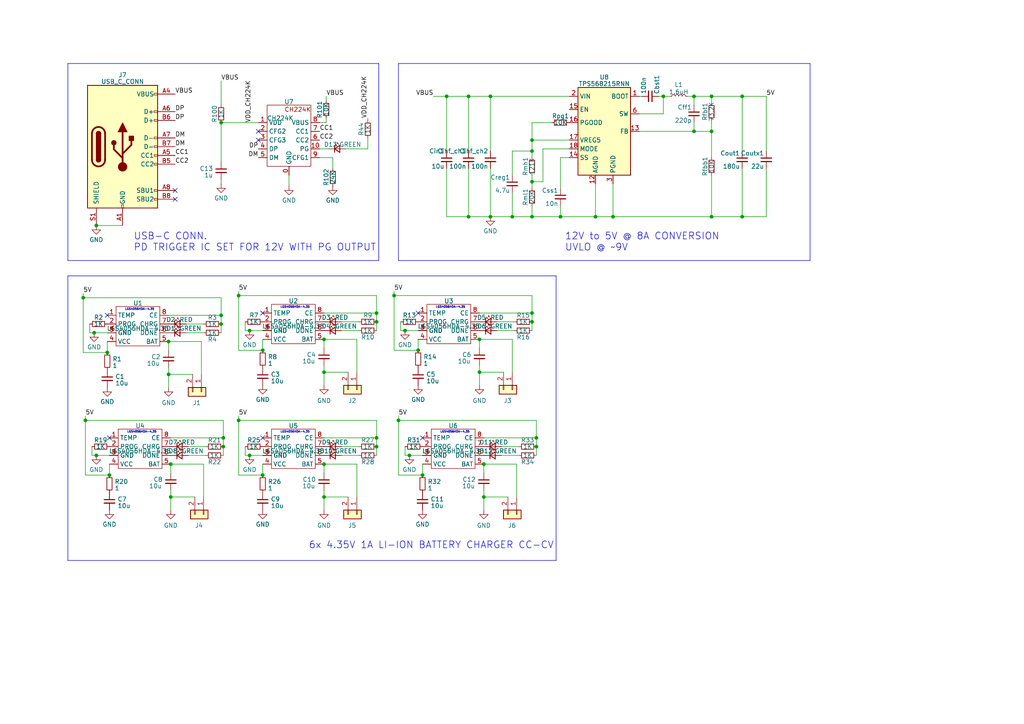
<source format=kicad_sch>
(kicad_sch (version 20230121) (generator eeschema)

  (uuid 52a89f91-b443-438d-92a3-fb54aa50f40e)

  (paper "A4")

  (lib_symbols
    (symbol "Connector:USB_C_Receptacle_USB2.0" (pin_names (offset 1.016)) (in_bom yes) (on_board yes)
      (property "Reference" "J2" (at 0 20.7899 0)
        (effects (font (size 1.27 1.27)))
      )
      (property "Value" "USB_C_Receptacle_USB2.0" (at 0 18.8689 0)
        (effects (font (size 1.27 1.27)))
      )
      (property "Footprint" "" (at 3.81 0 0)
        (effects (font (size 1.27 1.27)) hide)
      )
      (property "Datasheet" "https://www.usb.org/sites/default/files/documents/usb_type-c.zip" (at 3.81 0 0)
        (effects (font (size 1.27 1.27)) hide)
      )
      (property "ki_keywords" "usb universal serial bus type-C USB2.0" (at 0 0 0)
        (effects (font (size 1.27 1.27)) hide)
      )
      (property "ki_description" "USB 2.0-only Type-C Receptacle connector" (at 0 0 0)
        (effects (font (size 1.27 1.27)) hide)
      )
      (property "ki_fp_filters" "USB*C*Receptacle*" (at 0 0 0)
        (effects (font (size 1.27 1.27)) hide)
      )
      (symbol "USB_C_Receptacle_USB2.0_0_0"
        (rectangle (start -0.254 -17.78) (end 0.254 -16.764)
          (stroke (width 0) (type default))
          (fill (type none))
        )
        (rectangle (start 10.16 -14.986) (end 9.144 -15.494)
          (stroke (width 0) (type default))
          (fill (type none))
        )
        (rectangle (start 10.16 -12.446) (end 9.144 -12.954)
          (stroke (width 0) (type default))
          (fill (type none))
        )
        (rectangle (start 10.16 -4.826) (end 9.144 -5.334)
          (stroke (width 0) (type default))
          (fill (type none))
        )
        (rectangle (start 10.16 -2.286) (end 9.144 -2.794)
          (stroke (width 0) (type default))
          (fill (type none))
        )
        (rectangle (start 10.16 0.254) (end 9.144 -0.254)
          (stroke (width 0) (type default))
          (fill (type none))
        )
        (rectangle (start 10.16 2.794) (end 9.144 2.286)
          (stroke (width 0) (type default))
          (fill (type none))
        )
        (rectangle (start 10.16 7.874) (end 9.144 7.366)
          (stroke (width 0) (type default))
          (fill (type none))
        )
        (rectangle (start 10.16 10.414) (end 9.144 9.906)
          (stroke (width 0) (type default))
          (fill (type none))
        )
        (rectangle (start 10.16 15.494) (end 9.144 14.986)
          (stroke (width 0) (type default))
          (fill (type none))
        )
      )
      (symbol "USB_C_Receptacle_USB2.0_0_1"
        (rectangle (start -10.16 17.78) (end 10.16 -17.78)
          (stroke (width 0.254) (type default))
          (fill (type background))
        )
        (arc (start -8.89 -3.81) (mid -6.985 -5.7067) (end -5.08 -3.81)
          (stroke (width 0.508) (type default))
          (fill (type none))
        )
        (arc (start -7.62 -3.81) (mid -6.985 -4.4423) (end -6.35 -3.81)
          (stroke (width 0.254) (type default))
          (fill (type none))
        )
        (arc (start -7.62 -3.81) (mid -6.985 -4.4423) (end -6.35 -3.81)
          (stroke (width 0.254) (type default))
          (fill (type outline))
        )
        (rectangle (start -7.62 -3.81) (end -6.35 3.81)
          (stroke (width 0.254) (type default))
          (fill (type outline))
        )
        (arc (start -6.35 3.81) (mid -6.985 4.4423) (end -7.62 3.81)
          (stroke (width 0.254) (type default))
          (fill (type none))
        )
        (arc (start -6.35 3.81) (mid -6.985 4.4423) (end -7.62 3.81)
          (stroke (width 0.254) (type default))
          (fill (type outline))
        )
        (arc (start -5.08 3.81) (mid -6.985 5.7067) (end -8.89 3.81)
          (stroke (width 0.508) (type default))
          (fill (type none))
        )
        (circle (center -2.54 1.143) (radius 0.635)
          (stroke (width 0.254) (type default))
          (fill (type outline))
        )
        (circle (center 0 -5.842) (radius 1.27)
          (stroke (width 0) (type default))
          (fill (type outline))
        )
        (polyline
          (pts
            (xy -8.89 -3.81)
            (xy -8.89 3.81)
          )
          (stroke (width 0.508) (type default))
          (fill (type none))
        )
        (polyline
          (pts
            (xy -5.08 3.81)
            (xy -5.08 -3.81)
          )
          (stroke (width 0.508) (type default))
          (fill (type none))
        )
        (polyline
          (pts
            (xy 0 -5.842)
            (xy 0 4.318)
          )
          (stroke (width 0.508) (type default))
          (fill (type none))
        )
        (polyline
          (pts
            (xy 0 -3.302)
            (xy -2.54 -0.762)
            (xy -2.54 0.508)
          )
          (stroke (width 0.508) (type default))
          (fill (type none))
        )
        (polyline
          (pts
            (xy 0 -2.032)
            (xy 2.54 0.508)
            (xy 2.54 1.778)
          )
          (stroke (width 0.508) (type default))
          (fill (type none))
        )
        (polyline
          (pts
            (xy -1.27 4.318)
            (xy 0 6.858)
            (xy 1.27 4.318)
            (xy -1.27 4.318)
          )
          (stroke (width 0.254) (type default))
          (fill (type outline))
        )
        (rectangle (start 1.905 1.778) (end 3.175 3.048)
          (stroke (width 0.254) (type default))
          (fill (type outline))
        )
      )
      (symbol "USB_C_Receptacle_USB2.0_1_1"
        (pin passive line (at 0 -22.86 90) (length 5.08)
          (name "GND" (effects (font (size 1.27 1.27))))
          (number "A1" (effects (font (size 1.27 1.27))))
        )
        (pin passive line (at 0 -22.86 90) (length 5.08) hide
          (name "GND" (effects (font (size 1.27 1.27))))
          (number "A12" (effects (font (size 1.27 1.27))))
        )
        (pin passive line (at 15.24 15.24 180) (length 5.08)
          (name "VBUS" (effects (font (size 1.27 1.27))))
          (number "A4" (effects (font (size 1.27 1.27))))
        )
        (pin bidirectional line (at 15.24 -2.54 180) (length 5.08)
          (name "CC1" (effects (font (size 1.27 1.27))))
          (number "A5" (effects (font (size 1.27 1.27))))
        )
        (pin bidirectional line (at 15.24 10.16 180) (length 5.08)
          (name "D+" (effects (font (size 1.27 1.27))))
          (number "A6" (effects (font (size 1.27 1.27))))
        )
        (pin bidirectional line (at 15.24 2.54 180) (length 5.08)
          (name "D-" (effects (font (size 1.27 1.27))))
          (number "A7" (effects (font (size 1.27 1.27))))
        )
        (pin bidirectional line (at 15.24 -12.7 180) (length 5.08)
          (name "SBU1" (effects (font (size 1.27 1.27))))
          (number "A8" (effects (font (size 1.27 1.27))))
        )
        (pin passive line (at 15.24 15.24 180) (length 5.08) hide
          (name "VBUS" (effects (font (size 1.27 1.27))))
          (number "A9" (effects (font (size 1.27 1.27))))
        )
        (pin passive line (at 0 -22.86 90) (length 5.08) hide
          (name "GND" (effects (font (size 1.27 1.27))))
          (number "B1" (effects (font (size 1.27 1.27))))
        )
        (pin passive line (at 0 -22.86 90) (length 5.08) hide
          (name "GND" (effects (font (size 1.27 1.27))))
          (number "B12" (effects (font (size 1.27 1.27))))
        )
        (pin passive line (at 15.24 15.24 180) (length 5.08) hide
          (name "VBUS" (effects (font (size 1.27 1.27))))
          (number "B4" (effects (font (size 1.27 1.27))))
        )
        (pin bidirectional line (at 15.24 -5.08 180) (length 5.08)
          (name "CC2" (effects (font (size 1.27 1.27))))
          (number "B5" (effects (font (size 1.27 1.27))))
        )
        (pin bidirectional line (at 15.24 7.62 180) (length 5.08)
          (name "D+" (effects (font (size 1.27 1.27))))
          (number "B6" (effects (font (size 1.27 1.27))))
        )
        (pin bidirectional line (at 15.24 0 180) (length 5.08)
          (name "D-" (effects (font (size 1.27 1.27))))
          (number "B7" (effects (font (size 1.27 1.27))))
        )
        (pin bidirectional line (at 15.24 -15.24 180) (length 5.08)
          (name "SBU2" (effects (font (size 1.27 1.27))))
          (number "B8" (effects (font (size 1.27 1.27))))
        )
        (pin passive line (at 15.24 15.24 180) (length 5.08) hide
          (name "VBUS" (effects (font (size 1.27 1.27))))
          (number "B9" (effects (font (size 1.27 1.27))))
        )
        (pin passive line (at -7.62 -22.86 90) (length 5.08)
          (name "SHIELD" (effects (font (size 1.27 1.27))))
          (number "S1" (effects (font (size 1.27 1.27))))
        )
      )
    )
    (symbol "Connector_Generic:Conn_01x02" (pin_names (offset 1.016) hide) (in_bom yes) (on_board yes)
      (property "Reference" "J" (at 0 2.54 0)
        (effects (font (size 1.27 1.27)))
      )
      (property "Value" "Conn_01x02" (at 0 -5.08 0)
        (effects (font (size 1.27 1.27)))
      )
      (property "Footprint" "" (at 0 0 0)
        (effects (font (size 1.27 1.27)) hide)
      )
      (property "Datasheet" "~" (at 0 0 0)
        (effects (font (size 1.27 1.27)) hide)
      )
      (property "ki_keywords" "connector" (at 0 0 0)
        (effects (font (size 1.27 1.27)) hide)
      )
      (property "ki_description" "Generic connector, single row, 01x02, script generated (kicad-library-utils/schlib/autogen/connector/)" (at 0 0 0)
        (effects (font (size 1.27 1.27)) hide)
      )
      (property "ki_fp_filters" "Connector*:*_1x??_*" (at 0 0 0)
        (effects (font (size 1.27 1.27)) hide)
      )
      (symbol "Conn_01x02_1_1"
        (rectangle (start -1.27 -2.413) (end 0 -2.667)
          (stroke (width 0.1524) (type default))
          (fill (type none))
        )
        (rectangle (start -1.27 0.127) (end 0 -0.127)
          (stroke (width 0.1524) (type default))
          (fill (type none))
        )
        (rectangle (start -1.27 1.27) (end 1.27 -3.81)
          (stroke (width 0.254) (type default))
          (fill (type background))
        )
        (pin passive line (at -5.08 0 0) (length 3.81)
          (name "Pin_1" (effects (font (size 1.27 1.27))))
          (number "1" (effects (font (size 1.27 1.27))))
        )
        (pin passive line (at -5.08 -2.54 0) (length 3.81)
          (name "Pin_2" (effects (font (size 1.27 1.27))))
          (number "2" (effects (font (size 1.27 1.27))))
        )
      )
    )
    (symbol "Device:C_Small" (pin_numbers hide) (pin_names (offset 0.254) hide) (in_bom yes) (on_board yes)
      (property "Reference" "C" (at 0.254 1.778 0)
        (effects (font (size 1.27 1.27)) (justify left))
      )
      (property "Value" "C_Small" (at 0.254 -2.032 0)
        (effects (font (size 1.27 1.27)) (justify left))
      )
      (property "Footprint" "" (at 0 0 0)
        (effects (font (size 1.27 1.27)) hide)
      )
      (property "Datasheet" "~" (at 0 0 0)
        (effects (font (size 1.27 1.27)) hide)
      )
      (property "ki_keywords" "capacitor cap" (at 0 0 0)
        (effects (font (size 1.27 1.27)) hide)
      )
      (property "ki_description" "Unpolarized capacitor, small symbol" (at 0 0 0)
        (effects (font (size 1.27 1.27)) hide)
      )
      (property "ki_fp_filters" "C_*" (at 0 0 0)
        (effects (font (size 1.27 1.27)) hide)
      )
      (symbol "C_Small_0_1"
        (polyline
          (pts
            (xy -1.524 -0.508)
            (xy 1.524 -0.508)
          )
          (stroke (width 0.3302) (type default))
          (fill (type none))
        )
        (polyline
          (pts
            (xy -1.524 0.508)
            (xy 1.524 0.508)
          )
          (stroke (width 0.3048) (type default))
          (fill (type none))
        )
      )
      (symbol "C_Small_1_1"
        (pin passive line (at 0 2.54 270) (length 2.032)
          (name "~" (effects (font (size 1.27 1.27))))
          (number "1" (effects (font (size 1.27 1.27))))
        )
        (pin passive line (at 0 -2.54 90) (length 2.032)
          (name "~" (effects (font (size 1.27 1.27))))
          (number "2" (effects (font (size 1.27 1.27))))
        )
      )
    )
    (symbol "Device:LED_Small" (pin_numbers hide) (pin_names (offset 0.254) hide) (in_bom yes) (on_board yes)
      (property "Reference" "D" (at -1.27 3.175 0)
        (effects (font (size 1.27 1.27)) (justify left))
      )
      (property "Value" "LED_Small" (at -4.445 -2.54 0)
        (effects (font (size 1.27 1.27)) (justify left))
      )
      (property "Footprint" "" (at 0 0 90)
        (effects (font (size 1.27 1.27)) hide)
      )
      (property "Datasheet" "~" (at 0 0 90)
        (effects (font (size 1.27 1.27)) hide)
      )
      (property "ki_keywords" "LED diode light-emitting-diode" (at 0 0 0)
        (effects (font (size 1.27 1.27)) hide)
      )
      (property "ki_description" "Light emitting diode, small symbol" (at 0 0 0)
        (effects (font (size 1.27 1.27)) hide)
      )
      (property "ki_fp_filters" "LED* LED_SMD:* LED_THT:*" (at 0 0 0)
        (effects (font (size 1.27 1.27)) hide)
      )
      (symbol "LED_Small_0_1"
        (polyline
          (pts
            (xy -0.762 -1.016)
            (xy -0.762 1.016)
          )
          (stroke (width 0.254) (type default))
          (fill (type none))
        )
        (polyline
          (pts
            (xy 1.016 0)
            (xy -0.762 0)
          )
          (stroke (width 0) (type default))
          (fill (type none))
        )
        (polyline
          (pts
            (xy 0.762 -1.016)
            (xy -0.762 0)
            (xy 0.762 1.016)
            (xy 0.762 -1.016)
          )
          (stroke (width 0.254) (type default))
          (fill (type none))
        )
        (polyline
          (pts
            (xy 0 0.762)
            (xy -0.508 1.27)
            (xy -0.254 1.27)
            (xy -0.508 1.27)
            (xy -0.508 1.016)
          )
          (stroke (width 0) (type default))
          (fill (type none))
        )
        (polyline
          (pts
            (xy 0.508 1.27)
            (xy 0 1.778)
            (xy 0.254 1.778)
            (xy 0 1.778)
            (xy 0 1.524)
          )
          (stroke (width 0) (type default))
          (fill (type none))
        )
      )
      (symbol "LED_Small_1_1"
        (pin passive line (at -2.54 0 0) (length 1.778)
          (name "K" (effects (font (size 1.27 1.27))))
          (number "1" (effects (font (size 1.27 1.27))))
        )
        (pin passive line (at 2.54 0 180) (length 1.778)
          (name "A" (effects (font (size 1.27 1.27))))
          (number "2" (effects (font (size 1.27 1.27))))
        )
      )
    )
    (symbol "Device:L_Small" (pin_numbers hide) (pin_names (offset 0.254) hide) (in_bom yes) (on_board yes)
      (property "Reference" "L" (at 0.762 1.016 0)
        (effects (font (size 1.27 1.27)) (justify left))
      )
      (property "Value" "L_Small" (at 0.762 -1.016 0)
        (effects (font (size 1.27 1.27)) (justify left))
      )
      (property "Footprint" "" (at 0 0 0)
        (effects (font (size 1.27 1.27)) hide)
      )
      (property "Datasheet" "~" (at 0 0 0)
        (effects (font (size 1.27 1.27)) hide)
      )
      (property "ki_keywords" "inductor choke coil reactor magnetic" (at 0 0 0)
        (effects (font (size 1.27 1.27)) hide)
      )
      (property "ki_description" "Inductor, small symbol" (at 0 0 0)
        (effects (font (size 1.27 1.27)) hide)
      )
      (property "ki_fp_filters" "Choke_* *Coil* Inductor_* L_*" (at 0 0 0)
        (effects (font (size 1.27 1.27)) hide)
      )
      (symbol "L_Small_0_1"
        (arc (start 0 -2.032) (mid 0.5058 -1.524) (end 0 -1.016)
          (stroke (width 0) (type default))
          (fill (type none))
        )
        (arc (start 0 -1.016) (mid 0.5058 -0.508) (end 0 0)
          (stroke (width 0) (type default))
          (fill (type none))
        )
        (arc (start 0 0) (mid 0.5058 0.508) (end 0 1.016)
          (stroke (width 0) (type default))
          (fill (type none))
        )
        (arc (start 0 1.016) (mid 0.5058 1.524) (end 0 2.032)
          (stroke (width 0) (type default))
          (fill (type none))
        )
      )
      (symbol "L_Small_1_1"
        (pin passive line (at 0 2.54 270) (length 0.508)
          (name "~" (effects (font (size 1.27 1.27))))
          (number "1" (effects (font (size 1.27 1.27))))
        )
        (pin passive line (at 0 -2.54 90) (length 0.508)
          (name "~" (effects (font (size 1.27 1.27))))
          (number "2" (effects (font (size 1.27 1.27))))
        )
      )
    )
    (symbol "Device:R_Small" (pin_numbers hide) (pin_names (offset 0.254) hide) (in_bom yes) (on_board yes)
      (property "Reference" "R" (at 0.762 0.508 0)
        (effects (font (size 1.27 1.27)) (justify left))
      )
      (property "Value" "R_Small" (at 0.762 -1.016 0)
        (effects (font (size 1.27 1.27)) (justify left))
      )
      (property "Footprint" "" (at 0 0 0)
        (effects (font (size 1.27 1.27)) hide)
      )
      (property "Datasheet" "~" (at 0 0 0)
        (effects (font (size 1.27 1.27)) hide)
      )
      (property "ki_keywords" "R resistor" (at 0 0 0)
        (effects (font (size 1.27 1.27)) hide)
      )
      (property "ki_description" "Resistor, small symbol" (at 0 0 0)
        (effects (font (size 1.27 1.27)) hide)
      )
      (property "ki_fp_filters" "R_*" (at 0 0 0)
        (effects (font (size 1.27 1.27)) hide)
      )
      (symbol "R_Small_0_1"
        (rectangle (start -0.762 1.778) (end 0.762 -1.778)
          (stroke (width 0.2032) (type default))
          (fill (type none))
        )
      )
      (symbol "R_Small_1_1"
        (pin passive line (at 0 2.54 270) (length 0.762)
          (name "~" (effects (font (size 1.27 1.27))))
          (number "1" (effects (font (size 1.27 1.27))))
        )
        (pin passive line (at 0 -2.54 90) (length 0.762)
          (name "~" (effects (font (size 1.27 1.27))))
          (number "2" (effects (font (size 1.27 1.27))))
        )
      )
    )
    (symbol "LGS4056H_1" (in_bom yes) (on_board yes)
      (property "Reference" "U1" (at 0 7.3119 0)
        (effects (font (size 1.27 1.27)))
      )
      (property "Value" "~" (at 0 0 0)
        (effects (font (size 1.27 1.27)))
      )
      (property "Footprint" "Package_DFN_QFN:DFN-8-1EP_2x2mm_P0.5mm_EP0.9x1.6mm" (at 0 0 0)
        (effects (font (size 1.27 1.27)) hide)
      )
      (property "Datasheet" "" (at 0 0 0)
        (effects (font (size 1.27 1.27)) hide)
      )
      (property "MPN" "" (at 0 0 0)
        (effects (font (size 1.27 1.27)) hide)
      )
      (symbol "LGS4056H_1_0_1"
        (rectangle (start -6.35 6.35) (end 6.35 -5.08)
          (stroke (width 0) (type default))
          (fill (type none))
        )
      )
      (symbol "LGS4056H_1_1_1"
        (pin input line (at -8.89 3.81 0) (length 2.54)
          (name "TEMP" (effects (font (size 1.27 1.27))))
          (number "1" (effects (font (size 1.27 1.27))))
        )
        (pin input line (at -8.89 1.27 0) (length 2.54)
          (name "PROG" (effects (font (size 1.27 1.27))))
          (number "2" (effects (font (size 1.27 1.27))))
        )
        (pin input line (at -8.89 -1.27 0) (length 2.54)
          (name "GND" (effects (font (size 1.27 1.27))))
          (number "3" (effects (font (size 1.27 1.27))))
        )
        (pin input line (at -8.89 -3.81 0) (length 2.54)
          (name "VCC" (effects (font (size 1.27 1.27))))
          (number "4" (effects (font (size 1.27 1.27))))
        )
        (pin input line (at 8.89 -3.81 180) (length 2.54)
          (name "BAT" (effects (font (size 1.27 1.27))))
          (number "5" (effects (font (size 1.27 1.27))))
        )
        (pin input line (at 8.89 -1.27 180) (length 2.54)
          (name "DONE" (effects (font (size 1.27 1.27))))
          (number "6" (effects (font (size 1.27 1.27))))
        )
        (pin input line (at 8.89 1.27 180) (length 2.54)
          (name "CHRG" (effects (font (size 1.27 1.27))))
          (number "7" (effects (font (size 1.27 1.27))))
        )
        (pin input line (at 8.89 3.81 180) (length 2.54)
          (name "CE" (effects (font (size 1.27 1.27))))
          (number "8" (effects (font (size 1.27 1.27))))
        )
        (pin input line (at -8.89 -1.27 0) (length 2.54)
          (name "GND" (effects (font (size 1.27 1.27))))
          (number "9" (effects (font (size 1.27 1.27))))
        )
      )
    )
    (symbol "LGS4056H_2" (in_bom yes) (on_board yes)
      (property "Reference" "U2" (at 0 7.3119 0)
        (effects (font (size 1.27 1.27)))
      )
      (property "Value" "~" (at 0 0 0)
        (effects (font (size 1.27 1.27)))
      )
      (property "Footprint" "Package_DFN_QFN:DFN-8-1EP_2x2mm_P0.5mm_EP0.9x1.6mm" (at 0 0 0)
        (effects (font (size 1.27 1.27)) hide)
      )
      (property "Datasheet" "" (at 0 0 0)
        (effects (font (size 1.27 1.27)) hide)
      )
      (property "MPN" "" (at 0 0 0)
        (effects (font (size 1.27 1.27)) hide)
      )
      (symbol "LGS4056H_2_0_1"
        (rectangle (start -6.35 6.35) (end 6.35 -5.08)
          (stroke (width 0) (type default))
          (fill (type none))
        )
      )
      (symbol "LGS4056H_2_1_1"
        (pin input line (at -8.89 3.81 0) (length 2.54)
          (name "TEMP" (effects (font (size 1.27 1.27))))
          (number "1" (effects (font (size 1.27 1.27))))
        )
        (pin input line (at -8.89 1.27 0) (length 2.54)
          (name "PROG" (effects (font (size 1.27 1.27))))
          (number "2" (effects (font (size 1.27 1.27))))
        )
        (pin input line (at -8.89 -1.27 0) (length 2.54)
          (name "GND" (effects (font (size 1.27 1.27))))
          (number "3" (effects (font (size 1.27 1.27))))
        )
        (pin input line (at -8.89 -3.81 0) (length 2.54)
          (name "VCC" (effects (font (size 1.27 1.27))))
          (number "4" (effects (font (size 1.27 1.27))))
        )
        (pin input line (at 8.89 -3.81 180) (length 2.54)
          (name "BAT" (effects (font (size 1.27 1.27))))
          (number "5" (effects (font (size 1.27 1.27))))
        )
        (pin input line (at 8.89 -1.27 180) (length 2.54)
          (name "DONE" (effects (font (size 1.27 1.27))))
          (number "6" (effects (font (size 1.27 1.27))))
        )
        (pin input line (at 8.89 1.27 180) (length 2.54)
          (name "CHRG" (effects (font (size 1.27 1.27))))
          (number "7" (effects (font (size 1.27 1.27))))
        )
        (pin input line (at 8.89 3.81 180) (length 2.54)
          (name "CE" (effects (font (size 1.27 1.27))))
          (number "8" (effects (font (size 1.27 1.27))))
        )
        (pin input line (at -8.89 -1.27 0) (length 2.54)
          (name "GND" (effects (font (size 1.27 1.27))))
          (number "9" (effects (font (size 1.27 1.27))))
        )
      )
    )
    (symbol "LGS4056H_3" (in_bom yes) (on_board yes)
      (property "Reference" "U3" (at 0 7.3119 0)
        (effects (font (size 1.27 1.27)))
      )
      (property "Value" "~" (at 0 0 0)
        (effects (font (size 1.27 1.27)))
      )
      (property "Footprint" "Package_DFN_QFN:DFN-8-1EP_2x2mm_P0.5mm_EP0.9x1.6mm" (at 0 0 0)
        (effects (font (size 1.27 1.27)) hide)
      )
      (property "Datasheet" "" (at 0 0 0)
        (effects (font (size 1.27 1.27)) hide)
      )
      (property "MPN" "" (at 0 0 0)
        (effects (font (size 1.27 1.27)) hide)
      )
      (symbol "LGS4056H_3_0_1"
        (rectangle (start -6.35 6.35) (end 6.35 -5.08)
          (stroke (width 0) (type default))
          (fill (type none))
        )
      )
      (symbol "LGS4056H_3_1_1"
        (pin input line (at -8.89 3.81 0) (length 2.54)
          (name "TEMP" (effects (font (size 1.27 1.27))))
          (number "1" (effects (font (size 1.27 1.27))))
        )
        (pin input line (at -8.89 1.27 0) (length 2.54)
          (name "PROG" (effects (font (size 1.27 1.27))))
          (number "2" (effects (font (size 1.27 1.27))))
        )
        (pin input line (at -8.89 -1.27 0) (length 2.54)
          (name "GND" (effects (font (size 1.27 1.27))))
          (number "3" (effects (font (size 1.27 1.27))))
        )
        (pin input line (at -8.89 -3.81 0) (length 2.54)
          (name "VCC" (effects (font (size 1.27 1.27))))
          (number "4" (effects (font (size 1.27 1.27))))
        )
        (pin input line (at 8.89 -3.81 180) (length 2.54)
          (name "BAT" (effects (font (size 1.27 1.27))))
          (number "5" (effects (font (size 1.27 1.27))))
        )
        (pin input line (at 8.89 -1.27 180) (length 2.54)
          (name "DONE" (effects (font (size 1.27 1.27))))
          (number "6" (effects (font (size 1.27 1.27))))
        )
        (pin input line (at 8.89 1.27 180) (length 2.54)
          (name "CHRG" (effects (font (size 1.27 1.27))))
          (number "7" (effects (font (size 1.27 1.27))))
        )
        (pin input line (at 8.89 3.81 180) (length 2.54)
          (name "CE" (effects (font (size 1.27 1.27))))
          (number "8" (effects (font (size 1.27 1.27))))
        )
        (pin input line (at -8.89 -1.27 0) (length 2.54)
          (name "GND" (effects (font (size 1.27 1.27))))
          (number "9" (effects (font (size 1.27 1.27))))
        )
      )
    )
    (symbol "LGS4056H_4" (in_bom yes) (on_board yes)
      (property "Reference" "U6" (at 0 7.3119 0)
        (effects (font (size 1.27 1.27)))
      )
      (property "Value" "~" (at 0 0 0)
        (effects (font (size 1.27 1.27)))
      )
      (property "Footprint" "Package_DFN_QFN:DFN-8-1EP_2x2mm_P0.5mm_EP0.9x1.6mm" (at 0 0 0)
        (effects (font (size 1.27 1.27)) hide)
      )
      (property "Datasheet" "" (at 0 0 0)
        (effects (font (size 1.27 1.27)) hide)
      )
      (property "MPN" "" (at 0 0 0)
        (effects (font (size 1.27 1.27)) hide)
      )
      (symbol "LGS4056H_4_0_1"
        (rectangle (start -6.35 6.35) (end 6.35 -5.08)
          (stroke (width 0) (type default))
          (fill (type none))
        )
      )
      (symbol "LGS4056H_4_1_1"
        (pin input line (at -8.89 3.81 0) (length 2.54)
          (name "TEMP" (effects (font (size 1.27 1.27))))
          (number "1" (effects (font (size 1.27 1.27))))
        )
        (pin input line (at -8.89 1.27 0) (length 2.54)
          (name "PROG" (effects (font (size 1.27 1.27))))
          (number "2" (effects (font (size 1.27 1.27))))
        )
        (pin input line (at -8.89 -1.27 0) (length 2.54)
          (name "GND" (effects (font (size 1.27 1.27))))
          (number "3" (effects (font (size 1.27 1.27))))
        )
        (pin input line (at -8.89 -3.81 0) (length 2.54)
          (name "VCC" (effects (font (size 1.27 1.27))))
          (number "4" (effects (font (size 1.27 1.27))))
        )
        (pin input line (at 8.89 -3.81 180) (length 2.54)
          (name "BAT" (effects (font (size 1.27 1.27))))
          (number "5" (effects (font (size 1.27 1.27))))
        )
        (pin input line (at 8.89 -1.27 180) (length 2.54)
          (name "DONE" (effects (font (size 1.27 1.27))))
          (number "6" (effects (font (size 1.27 1.27))))
        )
        (pin input line (at 8.89 1.27 180) (length 2.54)
          (name "CHRG" (effects (font (size 1.27 1.27))))
          (number "7" (effects (font (size 1.27 1.27))))
        )
        (pin input line (at 8.89 3.81 180) (length 2.54)
          (name "CE" (effects (font (size 1.27 1.27))))
          (number "8" (effects (font (size 1.27 1.27))))
        )
        (pin input line (at -8.89 -1.27 0) (length 2.54)
          (name "GND" (effects (font (size 1.27 1.27))))
          (number "9" (effects (font (size 1.27 1.27))))
        )
      )
    )
    (symbol "LGS4056H_5" (in_bom yes) (on_board yes)
      (property "Reference" "U5" (at 0 7.3119 0)
        (effects (font (size 1.27 1.27)))
      )
      (property "Value" "~" (at 0 0 0)
        (effects (font (size 1.27 1.27)))
      )
      (property "Footprint" "Package_DFN_QFN:DFN-8-1EP_2x2mm_P0.5mm_EP0.9x1.6mm" (at 0 0 0)
        (effects (font (size 1.27 1.27)) hide)
      )
      (property "Datasheet" "" (at 0 0 0)
        (effects (font (size 1.27 1.27)) hide)
      )
      (property "MPN" "" (at 0 0 0)
        (effects (font (size 1.27 1.27)) hide)
      )
      (symbol "LGS4056H_5_0_1"
        (rectangle (start -6.35 6.35) (end 6.35 -5.08)
          (stroke (width 0) (type default))
          (fill (type none))
        )
      )
      (symbol "LGS4056H_5_1_1"
        (pin input line (at -8.89 3.81 0) (length 2.54)
          (name "TEMP" (effects (font (size 1.27 1.27))))
          (number "1" (effects (font (size 1.27 1.27))))
        )
        (pin input line (at -8.89 1.27 0) (length 2.54)
          (name "PROG" (effects (font (size 1.27 1.27))))
          (number "2" (effects (font (size 1.27 1.27))))
        )
        (pin input line (at -8.89 -1.27 0) (length 2.54)
          (name "GND" (effects (font (size 1.27 1.27))))
          (number "3" (effects (font (size 1.27 1.27))))
        )
        (pin input line (at -8.89 -3.81 0) (length 2.54)
          (name "VCC" (effects (font (size 1.27 1.27))))
          (number "4" (effects (font (size 1.27 1.27))))
        )
        (pin input line (at 8.89 -3.81 180) (length 2.54)
          (name "BAT" (effects (font (size 1.27 1.27))))
          (number "5" (effects (font (size 1.27 1.27))))
        )
        (pin input line (at 8.89 -1.27 180) (length 2.54)
          (name "DONE" (effects (font (size 1.27 1.27))))
          (number "6" (effects (font (size 1.27 1.27))))
        )
        (pin input line (at 8.89 1.27 180) (length 2.54)
          (name "CHRG" (effects (font (size 1.27 1.27))))
          (number "7" (effects (font (size 1.27 1.27))))
        )
        (pin input line (at 8.89 3.81 180) (length 2.54)
          (name "CE" (effects (font (size 1.27 1.27))))
          (number "8" (effects (font (size 1.27 1.27))))
        )
        (pin input line (at -8.89 -1.27 0) (length 2.54)
          (name "GND" (effects (font (size 1.27 1.27))))
          (number "9" (effects (font (size 1.27 1.27))))
        )
      )
    )
    (symbol "Regulator_Switching:TPS568215RNN" (in_bom yes) (on_board yes)
      (property "Reference" "U8" (at 0 15.7099 0)
        (effects (font (size 1.27 1.27)))
      )
      (property "Value" "TPS568215RNN" (at 0 13.7889 0)
        (effects (font (size 1.27 1.27)))
      )
      (property "Footprint" "Package_DFN_QFN:Texas_RNN0018A" (at 0 -24.13 0)
        (effects (font (size 1.27 1.27)) hide)
      )
      (property "Datasheet" "http://www.ti.com/lit/ds/symlink/tps568215.pdf" (at 8.89 15.24 0)
        (effects (font (size 1.27 1.27)) hide)
      )
      (property "ki_keywords" "switching buck converter step-down" (at 0 0 0)
        (effects (font (size 1.27 1.27)) hide)
      )
      (property "ki_description" "4.5V-17V Input, 8A Synchronous Step-Down SWIFT Converter, Adjustable Output, 400kHz/800kHz/1.2MHz Switching Frequency, Texas VQFN-18" (at 0 0 0)
        (effects (font (size 1.27 1.27)) hide)
      )
      (property "ki_fp_filters" "Texas*RNN0018A*" (at 0 0 0)
        (effects (font (size 1.27 1.27)) hide)
      )
      (symbol "TPS568215RNN_0_1"
        (rectangle (start -7.62 12.7) (end 7.62 -12.7)
          (stroke (width 0.254) (type default))
          (fill (type background))
        )
      )
      (symbol "TPS568215RNN_1_1"
        (pin passive line (at 10.16 10.16 180) (length 2.54)
          (name "BOOT" (effects (font (size 1.27 1.27))))
          (number "1" (effects (font (size 1.27 1.27))))
        )
        (pin passive line (at 2.54 -15.24 90) (length 2.54) hide
          (name "PGND" (effects (font (size 1.27 1.27))))
          (number "10" (effects (font (size 1.27 1.27))))
        )
        (pin passive line (at -10.16 10.16 0) (length 2.54) hide
          (name "VIN" (effects (font (size 1.27 1.27))))
          (number "11" (effects (font (size 1.27 1.27))))
        )
        (pin power_in line (at -2.54 -15.24 90) (length 2.54)
          (name "AGND" (effects (font (size 1.27 1.27))))
          (number "12" (effects (font (size 1.27 1.27))))
        )
        (pin input line (at 10.16 0 180) (length 2.54)
          (name "FB" (effects (font (size 1.27 1.27))))
          (number "13" (effects (font (size 1.27 1.27))))
        )
        (pin passive line (at -10.16 -7.62 0) (length 2.54)
          (name "SS" (effects (font (size 1.27 1.27))))
          (number "14" (effects (font (size 1.27 1.27))))
        )
        (pin input line (at -10.16 6.35 0) (length 2.54)
          (name "EN" (effects (font (size 1.27 1.27))))
          (number "15" (effects (font (size 1.27 1.27))))
        )
        (pin open_collector line (at -10.16 2.54 0) (length 2.54)
          (name "PGOOD" (effects (font (size 1.27 1.27))))
          (number "16" (effects (font (size 1.27 1.27))))
        )
        (pin passive line (at -10.16 -2.54 0) (length 2.54)
          (name "VREG5" (effects (font (size 1.27 1.27))))
          (number "17" (effects (font (size 1.27 1.27))))
        )
        (pin input line (at -10.16 -5.08 0) (length 2.54)
          (name "MODE" (effects (font (size 1.27 1.27))))
          (number "18" (effects (font (size 1.27 1.27))))
        )
        (pin power_in line (at -10.16 10.16 0) (length 2.54)
          (name "VIN" (effects (font (size 1.27 1.27))))
          (number "2" (effects (font (size 1.27 1.27))))
        )
        (pin power_in line (at 2.54 -15.24 90) (length 2.54)
          (name "PGND" (effects (font (size 1.27 1.27))))
          (number "3" (effects (font (size 1.27 1.27))))
        )
        (pin passive line (at 2.54 -15.24 90) (length 2.54) hide
          (name "PGND" (effects (font (size 1.27 1.27))))
          (number "4" (effects (font (size 1.27 1.27))))
        )
        (pin passive line (at 2.54 -15.24 90) (length 2.54) hide
          (name "PGND" (effects (font (size 1.27 1.27))))
          (number "5" (effects (font (size 1.27 1.27))))
        )
        (pin power_out line (at 10.16 5.08 180) (length 2.54)
          (name "SW" (effects (font (size 1.27 1.27))))
          (number "6" (effects (font (size 1.27 1.27))))
        )
        (pin passive line (at 10.16 5.08 180) (length 2.54) hide
          (name "SW" (effects (font (size 1.27 1.27))))
          (number "7" (effects (font (size 1.27 1.27))))
        )
        (pin passive line (at 2.54 -15.24 90) (length 2.54) hide
          (name "PGND" (effects (font (size 1.27 1.27))))
          (number "8" (effects (font (size 1.27 1.27))))
        )
        (pin passive line (at 2.54 -15.24 90) (length 2.54) hide
          (name "PGND" (effects (font (size 1.27 1.27))))
          (number "9" (effects (font (size 1.27 1.27))))
        )
      )
    )
    (symbol "Thomas:CH224K" (in_bom yes) (on_board yes)
      (property "Reference" "U2" (at 0.0055 4.7719 0)
        (effects (font (size 1.27 1.27)))
      )
      (property "Value" "~" (at -2.54 0 0)
        (effects (font (size 1.27 1.27)))
      )
      (property "Footprint" "" (at -2.54 0 0)
        (effects (font (size 1.27 1.27)) hide)
      )
      (property "Datasheet" "" (at -2.54 0 0)
        (effects (font (size 1.27 1.27)) hide)
      )
      (symbol "CH224K_0_1"
        (rectangle (start -6.35 3.81) (end 6.35 -13.97)
          (stroke (width 0) (type default))
          (fill (type none))
        )
      )
      (symbol "CH224K_1_1"
        (text "CH224K" (at 2.54 2.54 0)
          (effects (font (size 1.27 1.27)))
        )
        (pin input line (at 0 -16.51 90) (length 2.54)
          (name "GND" (effects (font (size 1.27 1.27))))
          (number "0" (effects (font (size 1.27 1.27))))
        )
        (pin input line (at -8.89 -1.27 0) (length 2.54)
          (name "VDD" (effects (font (size 1.27 1.27))))
          (number "1" (effects (font (size 1.27 1.27))))
        )
        (pin input line (at 8.89 -8.89 180) (length 2.54)
          (name "PG" (effects (font (size 1.27 1.27))))
          (number "10" (effects (font (size 1.27 1.27))))
        )
        (pin input line (at -8.89 -3.81 0) (length 2.54)
          (name "CFG2" (effects (font (size 1.27 1.27))))
          (number "2" (effects (font (size 1.27 1.27))))
        )
        (pin input line (at -8.89 -6.35 0) (length 2.54)
          (name "CFG3" (effects (font (size 1.27 1.27))))
          (number "3" (effects (font (size 1.27 1.27))))
        )
        (pin input line (at -8.89 -8.89 0) (length 2.54)
          (name "DP" (effects (font (size 1.27 1.27))))
          (number "4" (effects (font (size 1.27 1.27))))
        )
        (pin input line (at -8.89 -11.43 0) (length 2.54)
          (name "DM" (effects (font (size 1.27 1.27))))
          (number "5" (effects (font (size 1.27 1.27))))
        )
        (pin input line (at 8.89 -6.35 180) (length 2.54)
          (name "CC2" (effects (font (size 1.27 1.27))))
          (number "6" (effects (font (size 1.27 1.27))))
        )
        (pin input line (at 8.89 -3.81 180) (length 2.54)
          (name "CC1" (effects (font (size 1.27 1.27))))
          (number "7" (effects (font (size 1.27 1.27))))
        )
        (pin input line (at 8.89 -1.27 180) (length 2.54)
          (name "VBUS" (effects (font (size 1.27 1.27))))
          (number "8" (effects (font (size 1.27 1.27))))
        )
        (pin input line (at 8.89 -11.43 180) (length 2.54)
          (name "CFG1" (effects (font (size 1.27 1.27))))
          (number "9" (effects (font (size 1.27 1.27))))
        )
      )
    )
    (symbol "Thomas:LGS4056H" (in_bom yes) (on_board yes)
      (property "Reference" "U4" (at 0 7.3119 0)
        (effects (font (size 1.27 1.27)))
      )
      (property "Value" "~" (at 0 0 0)
        (effects (font (size 1.27 1.27)))
      )
      (property "Footprint" "Package_DFN_QFN:DFN-8-1EP_2x2mm_P0.5mm_EP0.9x1.6mm" (at 0 0 0)
        (effects (font (size 1.27 1.27)) hide)
      )
      (property "Datasheet" "" (at 0 0 0)
        (effects (font (size 1.27 1.27)) hide)
      )
      (property "MPN" "" (at 0 0 0)
        (effects (font (size 1.27 1.27)) hide)
      )
      (symbol "LGS4056H_0_1"
        (rectangle (start -6.35 6.35) (end 6.35 -5.08)
          (stroke (width 0) (type default))
          (fill (type none))
        )
      )
      (symbol "LGS4056H_1_1"
        (pin input line (at -8.89 3.81 0) (length 2.54)
          (name "TEMP" (effects (font (size 1.27 1.27))))
          (number "1" (effects (font (size 1.27 1.27))))
        )
        (pin input line (at -8.89 1.27 0) (length 2.54)
          (name "PROG" (effects (font (size 1.27 1.27))))
          (number "2" (effects (font (size 1.27 1.27))))
        )
        (pin input line (at -8.89 -1.27 0) (length 2.54)
          (name "GND" (effects (font (size 1.27 1.27))))
          (number "3" (effects (font (size 1.27 1.27))))
        )
        (pin input line (at -8.89 -3.81 0) (length 2.54)
          (name "VCC" (effects (font (size 1.27 1.27))))
          (number "4" (effects (font (size 1.27 1.27))))
        )
        (pin input line (at 8.89 -3.81 180) (length 2.54)
          (name "BAT" (effects (font (size 1.27 1.27))))
          (number "5" (effects (font (size 1.27 1.27))))
        )
        (pin input line (at 8.89 -1.27 180) (length 2.54)
          (name "DONE" (effects (font (size 1.27 1.27))))
          (number "6" (effects (font (size 1.27 1.27))))
        )
        (pin input line (at 8.89 1.27 180) (length 2.54)
          (name "CHRG" (effects (font (size 1.27 1.27))))
          (number "7" (effects (font (size 1.27 1.27))))
        )
        (pin input line (at 8.89 3.81 180) (length 2.54)
          (name "CE" (effects (font (size 1.27 1.27))))
          (number "8" (effects (font (size 1.27 1.27))))
        )
        (pin input line (at -8.89 -1.27 0) (length 2.54)
          (name "GND" (effects (font (size 1.27 1.27))))
          (number "9" (effects (font (size 1.27 1.27))))
        )
      )
    )
    (symbol "power:GND" (power) (pin_names (offset 0)) (in_bom yes) (on_board yes)
      (property "Reference" "#PWR" (at 0 -6.35 0)
        (effects (font (size 1.27 1.27)) hide)
      )
      (property "Value" "GND" (at 0 -3.81 0)
        (effects (font (size 1.27 1.27)))
      )
      (property "Footprint" "" (at 0 0 0)
        (effects (font (size 1.27 1.27)) hide)
      )
      (property "Datasheet" "" (at 0 0 0)
        (effects (font (size 1.27 1.27)) hide)
      )
      (property "ki_keywords" "global power" (at 0 0 0)
        (effects (font (size 1.27 1.27)) hide)
      )
      (property "ki_description" "Power symbol creates a global label with name \"GND\" , ground" (at 0 0 0)
        (effects (font (size 1.27 1.27)) hide)
      )
      (symbol "GND_0_1"
        (polyline
          (pts
            (xy 0 0)
            (xy 0 -1.27)
            (xy 1.27 -1.27)
            (xy 0 -2.54)
            (xy -1.27 -1.27)
            (xy 0 -1.27)
          )
          (stroke (width 0) (type default))
          (fill (type none))
        )
      )
      (symbol "GND_1_1"
        (pin power_in line (at 0 0 270) (length 0) hide
          (name "GND" (effects (font (size 1.27 1.27))))
          (number "1" (effects (font (size 1.27 1.27))))
        )
      )
    )
  )

  (junction (at 215.265 62.865) (diameter 0) (color 0 0 0 0)
    (uuid 01a48996-0258-46f8-95ef-d85a08e12c42)
  )
  (junction (at 140.335 144.145) (diameter 0) (color 0 0 0 0)
    (uuid 06597bcf-5afe-4434-a5fc-e302f0adf803)
  )
  (junction (at 31.75 137.795) (diameter 0) (color 0 0 0 0)
    (uuid 06767abf-59c6-4eb8-b54c-b5f579ab11eb)
  )
  (junction (at 72.39 132.08) (diameter 0) (color 0 0 0 0)
    (uuid 0bf61f38-8689-4734-9970-2d93c82e9af8)
  )
  (junction (at 93.98 98.425) (diameter 0) (color 0 0 0 0)
    (uuid 0ee4a965-6be1-4008-87fa-c1fed2d31031)
  )
  (junction (at 109.22 127) (diameter 0) (color 0 0 0 0)
    (uuid 19d9d6ba-007c-4bb4-a0e9-1199187f2035)
  )
  (junction (at 93.98 107.95) (diameter 0) (color 0 0 0 0)
    (uuid 222d62ff-83b2-4ebd-b3c7-2c70c99f4017)
  )
  (junction (at 117.475 95.885) (diameter 0) (color 0 0 0 0)
    (uuid 290ebd4d-5843-4e24-9d6e-ca51da8f836a)
  )
  (junction (at 154.305 40.64) (diameter 0) (color 0 0 0 0)
    (uuid 298103dc-786b-41e8-8d67-f4fa70f4c7fe)
  )
  (junction (at 48.895 99.06) (diameter 0) (color 0 0 0 0)
    (uuid 2e751aa2-0a29-4b9f-82c7-0cdc3859240b)
  )
  (junction (at 69.215 85.725) (diameter 0) (color 0 0 0 0)
    (uuid 302c0b25-e1e3-44b6-b5b8-5e07439cd933)
  )
  (junction (at 109.22 90.805) (diameter 0) (color 0 0 0 0)
    (uuid 30cb3926-690e-4713-9356-ef4ecbbc8322)
  )
  (junction (at 129.54 27.94) (diameter 0) (color 0 0 0 0)
    (uuid 3dba5595-b032-40fb-b704-796cc50cc3e0)
  )
  (junction (at 122.555 137.795) (diameter 0) (color 0 0 0 0)
    (uuid 424527f8-ea70-40d6-a4ab-e3b6ffb454ba)
  )
  (junction (at 172.72 62.865) (diameter 0) (color 0 0 0 0)
    (uuid 45dd3b76-33a2-49b9-b07b-3ab081a875bf)
  )
  (junction (at 154.305 43.815) (diameter 0) (color 0 0 0 0)
    (uuid 4612fc7f-8a3f-4325-bb13-0e5980f535dd)
  )
  (junction (at 201.295 38.1) (diameter 0) (color 0 0 0 0)
    (uuid 478c2bad-e4b1-4eee-9021-aa27ff4b0ea1)
  )
  (junction (at 142.24 27.94) (diameter 0) (color 0 0 0 0)
    (uuid 4abb77fb-7db7-4fee-989b-63f7e5f3ae6d)
  )
  (junction (at 155.575 127) (diameter 0) (color 0 0 0 0)
    (uuid 4b46f6f4-6f58-49cc-8880-6c9232a9b146)
  )
  (junction (at 27.305 96.52) (diameter 0) (color 0 0 0 0)
    (uuid 509012b7-4157-45bb-8a22-ef38b893d037)
  )
  (junction (at 93.98 134.62) (diameter 0) (color 0 0 0 0)
    (uuid 522c0e9d-27f4-4487-be47-7c4d87875bbe)
  )
  (junction (at 206.375 27.94) (diameter 0) (color 0 0 0 0)
    (uuid 5b62d43b-1eb6-4def-8321-9c9d6648353a)
  )
  (junction (at 27.94 65.405) (diameter 0) (color 0 0 0 0)
    (uuid 5b64e6de-3fd6-4ac4-b9d5-b2949b6334cb)
  )
  (junction (at 139.065 107.95) (diameter 0) (color 0 0 0 0)
    (uuid 5c218939-6154-458e-a833-498b4ac07e9f)
  )
  (junction (at 64.135 91.44) (diameter 0) (color 0 0 0 0)
    (uuid 5c6dd5ad-eb74-4edd-a388-7a24a71b0a70)
  )
  (junction (at 115.57 121.92) (diameter 0) (color 0 0 0 0)
    (uuid 6ece72f0-e3d0-49d2-96e8-93b6fbe5448f)
  )
  (junction (at 140.335 134.62) (diameter 0) (color 0 0 0 0)
    (uuid 70159cfe-e4db-4ba4-85c7-c6049c32fd80)
  )
  (junction (at 155.575 129.54) (diameter 0) (color 0 0 0 0)
    (uuid 728e69a8-5103-4292-949a-071d9f8126b5)
  )
  (junction (at 162.56 62.865) (diameter 0) (color 0 0 0 0)
    (uuid 73fe6e01-b726-489d-bf8b-cf18720d31fc)
  )
  (junction (at 49.53 134.62) (diameter 0) (color 0 0 0 0)
    (uuid 789a8a0d-c11f-4f71-bba9-604df4c03433)
  )
  (junction (at 64.77 127) (diameter 0) (color 0 0 0 0)
    (uuid 78c1bf99-1b22-4fc1-9bc2-3e16fec9291e)
  )
  (junction (at 121.285 101.6) (diameter 0) (color 0 0 0 0)
    (uuid 7ae5ca9b-bfd1-47f1-95fd-c26d3ebc607c)
  )
  (junction (at 139.065 98.425) (diameter 0) (color 0 0 0 0)
    (uuid 7c065fe7-7fbd-43e1-8511-3fe541816ce8)
  )
  (junction (at 31.115 102.235) (diameter 0) (color 0 0 0 0)
    (uuid 7e910e05-3e53-4430-b3c9-283787ffb7fd)
  )
  (junction (at 154.305 90.805) (diameter 0) (color 0 0 0 0)
    (uuid 8caadacf-d0b5-4427-8906-b32fc8162be2)
  )
  (junction (at 154.305 93.345) (diameter 0) (color 0 0 0 0)
    (uuid 8caf2a77-155e-4a2d-b7b6-4bbc59b2a36d)
  )
  (junction (at 154.305 52.705) (diameter 0) (color 0 0 0 0)
    (uuid 8dcc9bae-871b-4d9c-be28-4db93ad295fa)
  )
  (junction (at 206.375 38.1) (diameter 0) (color 0 0 0 0)
    (uuid 91310b18-0c7c-49cc-a524-4b3686f0bef2)
  )
  (junction (at 118.745 132.08) (diameter 0) (color 0 0 0 0)
    (uuid 928ee820-2ae4-4b23-ab5b-854b37f0579d)
  )
  (junction (at 192.405 27.94) (diameter 0) (color 0 0 0 0)
    (uuid 938437bf-1b8d-4f06-b374-f08795fce5f0)
  )
  (junction (at 201.295 27.94) (diameter 0) (color 0 0 0 0)
    (uuid 9d390094-b053-40e7-8c20-5e18f53f2c31)
  )
  (junction (at 206.375 62.865) (diameter 0) (color 0 0 0 0)
    (uuid 9efb5376-a286-48cd-869d-e03556607d70)
  )
  (junction (at 27.94 132.08) (diameter 0) (color 0 0 0 0)
    (uuid aa3f2dcf-f111-4781-a177-4fbabcb61e3c)
  )
  (junction (at 24.765 121.92) (diameter 0) (color 0 0 0 0)
    (uuid ada19958-6125-4e38-bcdd-94150aacc5d6)
  )
  (junction (at 177.8 62.865) (diameter 0) (color 0 0 0 0)
    (uuid afe0a20a-5083-4902-9f0d-c51164eede3a)
  )
  (junction (at 135.89 62.865) (diameter 0) (color 0 0 0 0)
    (uuid b14101ea-885c-45c3-a425-241f90ec7981)
  )
  (junction (at 109.22 129.54) (diameter 0) (color 0 0 0 0)
    (uuid b7a8c931-bcfc-443b-89cc-cbc31ab0255c)
  )
  (junction (at 72.39 95.885) (diameter 0) (color 0 0 0 0)
    (uuid be6f0679-f88b-48ab-8033-7d67d9932902)
  )
  (junction (at 148.59 62.865) (diameter 0) (color 0 0 0 0)
    (uuid bf08283f-2cbb-412b-ab81-d5cba83fee40)
  )
  (junction (at 76.2 101.6) (diameter 0) (color 0 0 0 0)
    (uuid c46cd69c-4498-40b3-848f-893d7a70e28c)
  )
  (junction (at 24.13 86.36) (diameter 0) (color 0 0 0 0)
    (uuid c50eae49-a4cc-4482-9926-314e25b03f6f)
  )
  (junction (at 76.2 137.795) (diameter 0) (color 0 0 0 0)
    (uuid c63dfdb6-c299-4a6b-b880-95eab1fa70f4)
  )
  (junction (at 64.77 129.54) (diameter 0) (color 0 0 0 0)
    (uuid c7dbcd88-7691-44c2-865a-69cb6c85560a)
  )
  (junction (at 109.22 93.345) (diameter 0) (color 0 0 0 0)
    (uuid c96185a6-676f-4264-b207-05dfc56fbdb1)
  )
  (junction (at 215.265 27.94) (diameter 0) (color 0 0 0 0)
    (uuid cb25d589-218a-49d7-9491-41146a5ee801)
  )
  (junction (at 48.895 108.585) (diameter 0) (color 0 0 0 0)
    (uuid d3daaf3c-2672-4336-8f1a-26f1e40a3664)
  )
  (junction (at 64.135 35.56) (diameter 0) (color 0 0 0 0)
    (uuid da4c1ad5-9cd7-4b47-a783-ec64ec47f71b)
  )
  (junction (at 135.89 27.94) (diameter 0) (color 0 0 0 0)
    (uuid db77b610-97fa-47d1-9782-47888f05e84e)
  )
  (junction (at 154.305 62.865) (diameter 0) (color 0 0 0 0)
    (uuid dcd1eeb2-b0bc-4266-b509-bd7666d7f6ad)
  )
  (junction (at 114.3 85.725) (diameter 0) (color 0 0 0 0)
    (uuid e3223e51-1032-4979-a7ef-52e6f115f8d7)
  )
  (junction (at 49.53 144.145) (diameter 0) (color 0 0 0 0)
    (uuid e5cd6d43-0c65-48c7-96f3-cf3407cde802)
  )
  (junction (at 93.98 144.145) (diameter 0) (color 0 0 0 0)
    (uuid e9af74d7-9265-4310-bb8a-7db17d4edb6a)
  )
  (junction (at 64.135 93.98) (diameter 0) (color 0 0 0 0)
    (uuid ef04bdc2-2e29-461f-91af-98a02b0cd241)
  )
  (junction (at 142.24 62.865) (diameter 0) (color 0 0 0 0)
    (uuid fc36a1ed-8a05-4b73-87d5-59b292feb144)
  )
  (junction (at 69.215 121.92) (diameter 0) (color 0 0 0 0)
    (uuid fcdd952e-585f-4bf4-aea7-0fc07b8669bf)
  )

  (no_connect (at 74.93 40.64) (uuid 16333cd7-236c-483c-bee4-1e5a8be206a7))
  (no_connect (at 50.8 57.785) (uuid 39cef8c9-900a-46ff-b8c1-c0870771f1dc))
  (no_connect (at 74.93 38.1) (uuid 39d9e973-7da5-4186-a778-1657a5a8ad07))
  (no_connect (at 50.8 55.245) (uuid 39eea38b-32ac-44b1-821b-4b94fd9ebcff))
  (no_connect (at 76.2 127) (uuid 4e68ed55-af9b-4fe9-9489-e85b2bed56ca))
  (no_connect (at 121.285 90.805) (uuid 53d5d121-c599-49db-97ad-d760e3a31b43))
  (no_connect (at 76.2 90.805) (uuid 86199580-465d-488c-91fd-d739e6584ff9))
  (no_connect (at 31.75 127) (uuid 9a63091e-4db2-4c35-8623-3377850ba463))
  (no_connect (at 122.555 127) (uuid c14cf48a-058b-4557-97c4-8d4c0613ecaf))
  (no_connect (at 31.115 91.44) (uuid ef64eb06-e43a-402e-86a2-5c70947b224f))

  (wire (pts (xy 154.305 50.8) (xy 154.305 52.705))
    (stroke (width 0) (type default))
    (uuid 07876368-1989-4d52-aed8-242fb4afe2fe)
  )
  (wire (pts (xy 69.215 121.92) (xy 69.215 137.795))
    (stroke (width 0) (type default))
    (uuid 07e74ada-bc2f-4bb9-93a1-628fc302955a)
  )
  (wire (pts (xy 64.135 52.07) (xy 64.135 53.34))
    (stroke (width 0) (type default))
    (uuid 0a87788d-3dc7-449c-a854-cf2f6d22a270)
  )
  (wire (pts (xy 64.77 121.92) (xy 64.77 127))
    (stroke (width 0) (type default))
    (uuid 0ab572a1-6bdb-4b01-a20b-e3c887ea5f91)
  )
  (wire (pts (xy 144.145 93.345) (xy 149.225 93.345))
    (stroke (width 0) (type default))
    (uuid 0bff3771-a3f5-42ae-8699-f4128e338538)
  )
  (wire (pts (xy 93.98 144.145) (xy 100.965 144.145))
    (stroke (width 0) (type default))
    (uuid 0c23374a-818c-4129-bc48-60d755803baa)
  )
  (wire (pts (xy 215.265 27.94) (xy 222.25 27.94))
    (stroke (width 0) (type default))
    (uuid 0ffca13c-6836-487a-ab14-903f482079b8)
  )
  (wire (pts (xy 103.505 98.425) (xy 103.505 107.95))
    (stroke (width 0) (type default))
    (uuid 10e7a3a5-fbd5-4893-b195-ee3032a2c53d)
  )
  (wire (pts (xy 58.42 99.06) (xy 58.42 108.585))
    (stroke (width 0) (type default))
    (uuid 11efe9bb-67c3-4df4-99f4-6d0c6796f3c0)
  )
  (wire (pts (xy 142.24 62.865) (xy 148.59 62.865))
    (stroke (width 0) (type default))
    (uuid 128f5d2a-a809-4d69-8616-65ce856afc7f)
  )
  (wire (pts (xy 103.505 134.62) (xy 103.505 144.145))
    (stroke (width 0) (type default))
    (uuid 12baaba8-e153-4f92-bac1-04f92e304560)
  )
  (wire (pts (xy 142.24 27.94) (xy 142.24 43.815))
    (stroke (width 0) (type default))
    (uuid 12d904fa-dca4-4fd1-9e38-93a6678205ad)
  )
  (wire (pts (xy 24.13 86.36) (xy 64.135 86.36))
    (stroke (width 0) (type default))
    (uuid 1396d65e-0326-4b9a-9cef-4159d0863e52)
  )
  (wire (pts (xy 148.59 62.865) (xy 154.305 62.865))
    (stroke (width 0) (type default))
    (uuid 13d4a796-4d21-4cfb-8648-368390d14f97)
  )
  (wire (pts (xy 177.8 62.865) (xy 206.375 62.865))
    (stroke (width 0) (type default))
    (uuid 175f87c6-03be-468f-a4f9-58b2ed688855)
  )
  (wire (pts (xy 76.2 134.62) (xy 76.2 137.795))
    (stroke (width 0) (type default))
    (uuid 18b6007a-a018-4633-8ac4-add3cc14a1c4)
  )
  (wire (pts (xy 92.71 35.56) (xy 94.615 35.56))
    (stroke (width 0) (type default))
    (uuid 198a10f6-4ce6-41ae-bdec-cee4ccdfd691)
  )
  (wire (pts (xy 154.305 62.865) (xy 162.56 62.865))
    (stroke (width 0) (type default))
    (uuid 1a6eaefb-5184-4f5b-be3f-fd9d2cfd6991)
  )
  (wire (pts (xy 49.53 134.62) (xy 59.055 134.62))
    (stroke (width 0) (type default))
    (uuid 1a8cd4b9-56e5-434d-b47a-f87bd8659db3)
  )
  (wire (pts (xy 215.265 27.94) (xy 215.265 43.815))
    (stroke (width 0) (type default))
    (uuid 1d08e877-5b6a-4797-b2b2-df0bf212076a)
  )
  (wire (pts (xy 149.86 134.62) (xy 149.86 144.145))
    (stroke (width 0) (type default))
    (uuid 1db2d117-e133-4ec5-8a1d-a9dc82b3dd2b)
  )
  (wire (pts (xy 93.98 134.62) (xy 103.505 134.62))
    (stroke (width 0) (type default))
    (uuid 1e5e400b-4a7b-424c-bb44-f75e2717ea5f)
  )
  (wire (pts (xy 139.065 90.805) (xy 154.305 90.805))
    (stroke (width 0) (type default))
    (uuid 20a38519-7972-47ab-9529-c013c509e9b1)
  )
  (wire (pts (xy 122.555 134.62) (xy 122.555 137.795))
    (stroke (width 0) (type default))
    (uuid 21262aa3-703c-40b0-8ef9-38222594b10d)
  )
  (wire (pts (xy 185.42 33.02) (xy 192.405 33.02))
    (stroke (width 0) (type default))
    (uuid 22ea9de8-adba-44d5-a4a8-b5896053fb19)
  )
  (wire (pts (xy 24.13 85.09) (xy 24.13 86.36))
    (stroke (width 0) (type default))
    (uuid 259a1d9d-4aba-4333-92a2-e711af0c81c2)
  )
  (wire (pts (xy 192.405 27.94) (xy 191.135 27.94))
    (stroke (width 0) (type default))
    (uuid 2601df26-3da3-4a8a-a28c-00d200147564)
  )
  (wire (pts (xy 157.48 52.705) (xy 154.305 52.705))
    (stroke (width 0) (type default))
    (uuid 26072c6c-234e-4ef8-993d-9643084a0318)
  )
  (wire (pts (xy 222.25 27.94) (xy 222.25 43.815))
    (stroke (width 0) (type default))
    (uuid 261e76e5-2358-4305-8c23-93c73ef4ffe5)
  )
  (wire (pts (xy 27.94 65.405) (xy 35.56 65.405))
    (stroke (width 0) (type default))
    (uuid 26a0a3e0-69d2-43fc-8ed4-3d6b4f128f8e)
  )
  (polyline (pts (xy 115.57 75.565) (xy 234.95 75.565))
    (stroke (width 0) (type default))
    (uuid 27159d76-cc8c-43c0-a3e7-c9ef14508255)
  )

  (wire (pts (xy 64.135 91.44) (xy 64.135 93.98))
    (stroke (width 0) (type default))
    (uuid 279540c0-5979-4634-9b0a-ae5e4cfe99e4)
  )
  (wire (pts (xy 64.77 127) (xy 64.77 129.54))
    (stroke (width 0) (type default))
    (uuid 27c31cf3-695d-44e1-b82c-829b97631ebc)
  )
  (wire (pts (xy 26.035 96.52) (xy 27.305 96.52))
    (stroke (width 0) (type default))
    (uuid 29548233-07a5-4749-90bb-dcb3d063d8d8)
  )
  (wire (pts (xy 165.1 43.18) (xy 157.48 43.18))
    (stroke (width 0) (type default))
    (uuid 29c48f65-feee-4267-ad7f-50b89bb49c3b)
  )
  (wire (pts (xy 64.135 23.495) (xy 64.135 30.48))
    (stroke (width 0) (type default))
    (uuid 2b8592cf-bc5d-49eb-b51a-f04555ffe347)
  )
  (wire (pts (xy 64.135 35.56) (xy 64.135 46.99))
    (stroke (width 0) (type default))
    (uuid 2cf2f682-9af2-45be-b7f4-712d2aa92bc8)
  )
  (wire (pts (xy 129.54 62.865) (xy 135.89 62.865))
    (stroke (width 0) (type default))
    (uuid 2def2a23-87b4-4531-8327-6fac4285dccd)
  )
  (wire (pts (xy 115.57 121.92) (xy 115.57 137.795))
    (stroke (width 0) (type default))
    (uuid 2e76dcc5-9b0b-4fe8-85da-990799f0c50e)
  )
  (wire (pts (xy 99.06 129.54) (xy 104.14 129.54))
    (stroke (width 0) (type default))
    (uuid 2e984fc7-79e2-47fa-9cf5-ef2586d5d2f9)
  )
  (wire (pts (xy 49.53 144.145) (xy 49.53 147.955))
    (stroke (width 0) (type default))
    (uuid 30397e4f-08b8-4e39-8cfd-2e87f9120a21)
  )
  (wire (pts (xy 109.22 127) (xy 109.22 129.54))
    (stroke (width 0) (type default))
    (uuid 308394cb-849a-40ec-a186-ddfc0e906234)
  )
  (wire (pts (xy 129.54 27.94) (xy 135.89 27.94))
    (stroke (width 0) (type default))
    (uuid 30d734f0-79fb-44fd-b3cf-906239c82eab)
  )
  (wire (pts (xy 162.56 62.865) (xy 162.56 59.69))
    (stroke (width 0) (type default))
    (uuid 30d7985d-678d-4a04-88b4-786c64b83157)
  )
  (wire (pts (xy 48.895 108.585) (xy 48.895 112.395))
    (stroke (width 0) (type default))
    (uuid 314f4494-7f15-404c-835b-da8342a7b30f)
  )
  (wire (pts (xy 185.42 38.1) (xy 201.295 38.1))
    (stroke (width 0) (type default))
    (uuid 324d2334-c3f9-4efd-9ef9-49e5d50cbe97)
  )
  (polyline (pts (xy 19.685 18.415) (xy 19.685 75.565))
    (stroke (width 0) (type default))
    (uuid 34dec8cd-2d04-42a1-84a9-6eafa6fd4ba3)
  )

  (wire (pts (xy 139.065 98.425) (xy 148.59 98.425))
    (stroke (width 0) (type default))
    (uuid 354b5939-bf51-4944-9385-959dc191f480)
  )
  (wire (pts (xy 48.895 108.585) (xy 55.88 108.585))
    (stroke (width 0) (type default))
    (uuid 36c4c04a-534f-405c-b7f8-17602193a619)
  )
  (wire (pts (xy 135.89 27.94) (xy 142.24 27.94))
    (stroke (width 0) (type default))
    (uuid 3a2aa46b-90b2-4989-bba0-c8ea01bc86d4)
  )
  (wire (pts (xy 117.475 129.54) (xy 117.475 132.08))
    (stroke (width 0) (type default))
    (uuid 3c950bf3-2e6b-4c23-8c96-482e8f1e07ff)
  )
  (wire (pts (xy 109.22 121.92) (xy 109.22 127))
    (stroke (width 0) (type default))
    (uuid 3d5c3ce2-25a9-46af-9e5e-bdcd317971e2)
  )
  (wire (pts (xy 139.065 106.045) (xy 139.065 107.95))
    (stroke (width 0) (type default))
    (uuid 3fa24cf4-959d-445b-ac22-0867d14c6899)
  )
  (wire (pts (xy 140.335 134.62) (xy 149.86 134.62))
    (stroke (width 0) (type default))
    (uuid 419d4a00-0f0d-468f-ad71-7ba9a54833d4)
  )
  (wire (pts (xy 201.295 27.94) (xy 206.375 27.94))
    (stroke (width 0) (type default))
    (uuid 41cb7dd8-e116-41e7-8a44-491cd0489088)
  )
  (wire (pts (xy 154.305 40.64) (xy 154.305 43.815))
    (stroke (width 0) (type default))
    (uuid 41fb199c-755b-49e9-9993-bf5d492d4e81)
  )
  (wire (pts (xy 83.82 50.8) (xy 83.82 53.975))
    (stroke (width 0) (type default))
    (uuid 42096533-293d-479f-9f7e-09c1be04db0e)
  )
  (wire (pts (xy 154.305 93.345) (xy 154.305 95.885))
    (stroke (width 0) (type default))
    (uuid 4251b681-6c11-4954-83d7-e8603ca41b8a)
  )
  (wire (pts (xy 222.25 62.865) (xy 215.265 62.865))
    (stroke (width 0) (type default))
    (uuid 427688ca-f93a-4275-a9cf-6d53f6761366)
  )
  (wire (pts (xy 129.54 62.865) (xy 129.54 48.895))
    (stroke (width 0) (type default))
    (uuid 46e786b1-dcd2-48c5-a3a0-b3ff65b7082e)
  )
  (wire (pts (xy 114.3 85.725) (xy 154.305 85.725))
    (stroke (width 0) (type default))
    (uuid 47ff2959-ac4e-493b-8754-dd6f7d1cb387)
  )
  (wire (pts (xy 125.73 27.94) (xy 129.54 27.94))
    (stroke (width 0) (type default))
    (uuid 48c8dd96-d6ba-4f32-89d1-d222120696d7)
  )
  (wire (pts (xy 76.2 132.08) (xy 72.39 132.08))
    (stroke (width 0) (type default))
    (uuid 4d5bef6d-c0e9-4107-92af-9d211ffdcfc1)
  )
  (wire (pts (xy 24.765 120.65) (xy 24.765 121.92))
    (stroke (width 0) (type default))
    (uuid 4d7647f5-ebe8-4587-8772-9d37e9ea940d)
  )
  (wire (pts (xy 140.335 144.145) (xy 140.335 147.955))
    (stroke (width 0) (type default))
    (uuid 4da601a4-98c2-4f85-9bd0-99bde52f24c6)
  )
  (wire (pts (xy 162.56 45.72) (xy 165.1 45.72))
    (stroke (width 0) (type default))
    (uuid 4dde2412-a6d9-4aa9-ba67-bfe59165a069)
  )
  (wire (pts (xy 31.115 99.06) (xy 31.115 102.235))
    (stroke (width 0) (type default))
    (uuid 4ec2881f-fce6-4464-813e-716e680d9975)
  )
  (wire (pts (xy 192.405 27.94) (xy 194.31 27.94))
    (stroke (width 0) (type default))
    (uuid 4f3167f9-0308-43e2-bb0a-a09d9b7a9153)
  )
  (wire (pts (xy 162.56 54.61) (xy 162.56 45.72))
    (stroke (width 0) (type default))
    (uuid 4f687716-d32f-4489-be97-276be1867bb2)
  )
  (wire (pts (xy 24.13 86.36) (xy 24.13 102.235))
    (stroke (width 0) (type default))
    (uuid 505de7f6-c8f2-4964-a51e-b42a7325e8d5)
  )
  (wire (pts (xy 154.305 40.64) (xy 165.1 40.64))
    (stroke (width 0) (type default))
    (uuid 5099d628-1af1-4116-93c4-42d69b35f3a7)
  )
  (wire (pts (xy 201.295 27.94) (xy 199.39 27.94))
    (stroke (width 0) (type default))
    (uuid 5152d838-bdb5-4328-83d4-cb6ee0e2147b)
  )
  (wire (pts (xy 135.89 48.895) (xy 135.89 62.865))
    (stroke (width 0) (type default))
    (uuid 5209b853-3891-4add-8303-3042ccd37c9f)
  )
  (wire (pts (xy 177.8 53.34) (xy 177.8 62.865))
    (stroke (width 0) (type default))
    (uuid 522d63d2-48a3-4086-a247-611b07c0b3cc)
  )
  (wire (pts (xy 99.06 93.345) (xy 104.14 93.345))
    (stroke (width 0) (type default))
    (uuid 55f82acf-d54f-4cbb-a5d3-2c3536856dea)
  )
  (wire (pts (xy 106.68 43.18) (xy 106.68 40.005))
    (stroke (width 0) (type default))
    (uuid 595c0b71-e0b6-4b8f-8725-fa7a9c98d240)
  )
  (wire (pts (xy 99.06 132.08) (xy 104.14 132.08))
    (stroke (width 0) (type default))
    (uuid 5ace8edd-ac93-4802-a276-7254499bb5fa)
  )
  (wire (pts (xy 206.375 27.94) (xy 215.265 27.94))
    (stroke (width 0) (type default))
    (uuid 5b7218af-a208-4e12-bed3-2937f4ab1bcc)
  )
  (wire (pts (xy 53.975 93.98) (xy 59.055 93.98))
    (stroke (width 0) (type default))
    (uuid 5c41e94f-9fc7-463e-9c78-cc550e52b648)
  )
  (wire (pts (xy 76.2 98.425) (xy 76.2 101.6))
    (stroke (width 0) (type default))
    (uuid 5c702c97-583a-4cb4-bcf6-0b9d8e1544b4)
  )
  (wire (pts (xy 109.22 93.345) (xy 109.22 95.885))
    (stroke (width 0) (type default))
    (uuid 5d919031-bccc-4e50-8644-4b557d0a502f)
  )
  (wire (pts (xy 140.335 144.145) (xy 147.32 144.145))
    (stroke (width 0) (type default))
    (uuid 5f81e204-448b-4a21-9dc1-40a0c77cd996)
  )
  (polyline (pts (xy 161.29 162.56) (xy 161.29 80.01))
    (stroke (width 0) (type default))
    (uuid 5f82803f-de1d-4f64-a7af-c3a301af6622)
  )

  (wire (pts (xy 157.48 43.18) (xy 157.48 52.705))
    (stroke (width 0) (type default))
    (uuid 624d8181-fabb-40a4-8639-143dbde797a2)
  )
  (polyline (pts (xy 109.855 75.565) (xy 109.855 18.415))
    (stroke (width 0) (type default))
    (uuid 658a2eae-8355-4d44-9f45-d384e14fe39d)
  )

  (wire (pts (xy 93.98 134.62) (xy 93.98 137.16))
    (stroke (width 0) (type default))
    (uuid 680c29e2-258a-43c3-acc8-41b4fcfce4d4)
  )
  (wire (pts (xy 76.2 95.885) (xy 72.39 95.885))
    (stroke (width 0) (type default))
    (uuid 68a52dbe-9e9f-4c7a-b36b-843814bd28d7)
  )
  (wire (pts (xy 71.12 93.345) (xy 71.12 95.885))
    (stroke (width 0) (type default))
    (uuid 6900244c-35e1-410d-be1d-927e18ff9914)
  )
  (wire (pts (xy 201.295 38.1) (xy 206.375 38.1))
    (stroke (width 0) (type default))
    (uuid 69b905c3-f130-4f06-94c8-52ce5f55408b)
  )
  (wire (pts (xy 139.065 107.95) (xy 139.065 111.76))
    (stroke (width 0) (type default))
    (uuid 6af03278-2a40-4c80-a648-9fbf99b30152)
  )
  (wire (pts (xy 48.895 99.06) (xy 58.42 99.06))
    (stroke (width 0) (type default))
    (uuid 6dda91c8-4ff9-4822-81f8-d8d372c96b50)
  )
  (wire (pts (xy 109.22 85.725) (xy 109.22 90.805))
    (stroke (width 0) (type default))
    (uuid 6f6a215b-d003-442f-86d9-529977d84bae)
  )
  (wire (pts (xy 109.22 90.805) (xy 109.22 93.345))
    (stroke (width 0) (type default))
    (uuid 735b142d-9665-40a8-8d42-6ff1724b8d7e)
  )
  (wire (pts (xy 49.53 127) (xy 64.77 127))
    (stroke (width 0) (type default))
    (uuid 74e14dd3-4a4b-40d1-b70b-b57b7ac8549e)
  )
  (wire (pts (xy 114.3 85.725) (xy 114.3 101.6))
    (stroke (width 0) (type default))
    (uuid 752498f0-c230-4ea2-a039-734094ebaf63)
  )
  (wire (pts (xy 93.98 106.045) (xy 93.98 107.95))
    (stroke (width 0) (type default))
    (uuid 76fe5fe1-b552-40e7-8fef-b25c2d139d3c)
  )
  (wire (pts (xy 144.145 95.885) (xy 149.225 95.885))
    (stroke (width 0) (type default))
    (uuid 78666537-5ea0-4d1e-a412-c04048ccdbc2)
  )
  (wire (pts (xy 100.33 43.18) (xy 106.68 43.18))
    (stroke (width 0) (type default))
    (uuid 78d1912b-412c-46f3-869f-73331a2a3ced)
  )
  (wire (pts (xy 48.895 91.44) (xy 64.135 91.44))
    (stroke (width 0) (type default))
    (uuid 7a024b9a-4422-4520-ba5d-21014ea740d7)
  )
  (wire (pts (xy 24.765 121.92) (xy 64.77 121.92))
    (stroke (width 0) (type default))
    (uuid 7ac4a621-0347-4024-95fe-099a7c8b4910)
  )
  (wire (pts (xy 162.56 62.865) (xy 172.72 62.865))
    (stroke (width 0) (type default))
    (uuid 7ae87ee8-e2c3-4a4e-a055-6eec0667c3fa)
  )
  (wire (pts (xy 54.61 132.08) (xy 59.69 132.08))
    (stroke (width 0) (type default))
    (uuid 7ceb218b-c972-4721-bd25-dac8c84a51b4)
  )
  (wire (pts (xy 114.3 84.455) (xy 114.3 85.725))
    (stroke (width 0) (type default))
    (uuid 7de9a2c8-3eb2-49b3-ba6f-22d0e4f998d1)
  )
  (wire (pts (xy 206.375 62.865) (xy 215.265 62.865))
    (stroke (width 0) (type default))
    (uuid 7e391580-8436-4ce1-b6d0-60e5c3f97efb)
  )
  (wire (pts (xy 115.57 137.795) (xy 122.555 137.795))
    (stroke (width 0) (type default))
    (uuid 8000b43f-6856-48bb-9388-bf4a3dccc376)
  )
  (wire (pts (xy 155.575 121.92) (xy 155.575 127))
    (stroke (width 0) (type default))
    (uuid 81a9f73e-5fce-43b4-af1f-3596d6532c25)
  )
  (wire (pts (xy 31.75 134.62) (xy 31.75 137.795))
    (stroke (width 0) (type default))
    (uuid 834e43a4-b6b1-4a9e-a70e-2ffdf8268246)
  )
  (wire (pts (xy 26.67 129.54) (xy 26.67 132.08))
    (stroke (width 0) (type default))
    (uuid 87e29a41-b0a9-4099-bb6f-4cb35952a3ab)
  )
  (wire (pts (xy 92.71 43.18) (xy 95.25 43.18))
    (stroke (width 0) (type default))
    (uuid 897b9f6e-ad72-4340-8774-87e8b2496907)
  )
  (wire (pts (xy 24.765 121.92) (xy 24.765 137.795))
    (stroke (width 0) (type default))
    (uuid 89c2460b-d5f0-4791-84b4-5703a0105099)
  )
  (wire (pts (xy 145.415 129.54) (xy 150.495 129.54))
    (stroke (width 0) (type default))
    (uuid 89deee06-385b-42b9-9d74-1d5a7bd97690)
  )
  (wire (pts (xy 93.98 107.95) (xy 93.98 111.76))
    (stroke (width 0) (type default))
    (uuid 8b70c134-3fa4-491a-a18e-f482a95f4795)
  )
  (wire (pts (xy 139.065 107.95) (xy 146.05 107.95))
    (stroke (width 0) (type default))
    (uuid 8beb563b-ea28-4eec-abb0-48386949aca8)
  )
  (wire (pts (xy 154.305 85.725) (xy 154.305 90.805))
    (stroke (width 0) (type default))
    (uuid 8dd36736-6e20-4bfa-8478-17bdc0b75c84)
  )
  (wire (pts (xy 206.375 38.1) (xy 206.375 45.72))
    (stroke (width 0) (type default))
    (uuid 8e5c451d-8c04-4a4f-9cf8-e4b4d240195e)
  )
  (wire (pts (xy 115.57 121.92) (xy 155.575 121.92))
    (stroke (width 0) (type default))
    (uuid 8fb7aff4-dcd1-4625-9800-c19045f7c2ec)
  )
  (wire (pts (xy 93.98 98.425) (xy 93.98 100.965))
    (stroke (width 0) (type default))
    (uuid 91d64332-fa4b-41f5-8f46-560a5e78c024)
  )
  (wire (pts (xy 222.25 48.895) (xy 222.25 62.865))
    (stroke (width 0) (type default))
    (uuid 94f59fc5-49fe-4b8b-9eab-931b3f88e6cf)
  )
  (wire (pts (xy 48.895 106.68) (xy 48.895 108.585))
    (stroke (width 0) (type default))
    (uuid 954c00f1-35b6-487b-8020-451582c3cb2f)
  )
  (wire (pts (xy 69.215 85.725) (xy 109.22 85.725))
    (stroke (width 0) (type default))
    (uuid 96e659b8-ff06-4bb0-a995-f176c673d528)
  )
  (polyline (pts (xy 115.57 18.415) (xy 234.95 18.415))
    (stroke (width 0) (type default))
    (uuid 984156b1-5f97-4025-ad79-f014505cbcdb)
  )

  (wire (pts (xy 64.77 129.54) (xy 64.77 132.08))
    (stroke (width 0) (type default))
    (uuid 9905bbe9-1f79-462e-861d-bd7268f612ee)
  )
  (wire (pts (xy 99.06 95.885) (xy 104.14 95.885))
    (stroke (width 0) (type default))
    (uuid 9c5feb56-9347-443b-8188-083c97cc2492)
  )
  (wire (pts (xy 206.375 34.925) (xy 206.375 38.1))
    (stroke (width 0) (type default))
    (uuid 9d6f7e1b-e9f4-4137-98fe-3e277af88599)
  )
  (wire (pts (xy 71.12 132.08) (xy 72.39 132.08))
    (stroke (width 0) (type default))
    (uuid a2755960-5835-4bc8-8bb4-74a0135c97d1)
  )
  (wire (pts (xy 69.215 120.65) (xy 69.215 121.92))
    (stroke (width 0) (type default))
    (uuid a2f5c628-a8f9-4d53-ad9c-e4a78ac07095)
  )
  (wire (pts (xy 49.53 142.24) (xy 49.53 144.145))
    (stroke (width 0) (type default))
    (uuid a405e0af-31a6-440d-aa03-b0ad6e2d6647)
  )
  (wire (pts (xy 122.555 132.08) (xy 118.745 132.08))
    (stroke (width 0) (type default))
    (uuid a43f41c8-68e5-4c01-bf1d-b54583813ca0)
  )
  (wire (pts (xy 129.54 27.94) (xy 129.54 43.815))
    (stroke (width 0) (type default))
    (uuid a79568b5-8149-4076-9292-6ade736bc0fe)
  )
  (wire (pts (xy 145.415 132.08) (xy 150.495 132.08))
    (stroke (width 0) (type default))
    (uuid a8a71f32-bb30-4b11-b12d-6c8c14b758c8)
  )
  (wire (pts (xy 201.295 30.48) (xy 201.295 27.94))
    (stroke (width 0) (type default))
    (uuid a9c8bbbb-6549-4916-b844-ffea48305df2)
  )
  (wire (pts (xy 93.98 98.425) (xy 103.505 98.425))
    (stroke (width 0) (type default))
    (uuid ab3b2878-ff93-4123-ad30-ae2202180e4a)
  )
  (wire (pts (xy 154.305 59.69) (xy 154.305 62.865))
    (stroke (width 0) (type default))
    (uuid acf4fe50-62ac-4e95-99a7-5ebe571341fd)
  )
  (wire (pts (xy 69.215 85.725) (xy 69.215 101.6))
    (stroke (width 0) (type default))
    (uuid aea9a688-ad10-40f2-90bf-bc26d19cec56)
  )
  (wire (pts (xy 192.405 33.02) (xy 192.405 27.94))
    (stroke (width 0) (type default))
    (uuid af0fdf2f-6c20-46f3-b05b-cb1dd2faae07)
  )
  (wire (pts (xy 64.135 35.56) (xy 74.93 35.56))
    (stroke (width 0) (type default))
    (uuid afddd756-fe16-46e3-8427-951f70ca6312)
  )
  (wire (pts (xy 69.215 121.92) (xy 109.22 121.92))
    (stroke (width 0) (type default))
    (uuid b12b49c8-5461-43ad-b9c4-79f47921b3ff)
  )
  (wire (pts (xy 54.61 129.54) (xy 59.69 129.54))
    (stroke (width 0) (type default))
    (uuid b547dc19-ff1d-4d55-9609-fa2f380ba865)
  )
  (wire (pts (xy 93.98 90.805) (xy 109.22 90.805))
    (stroke (width 0) (type default))
    (uuid b61eca4c-baa8-41d7-9211-0778bac954cd)
  )
  (wire (pts (xy 154.305 52.705) (xy 154.305 54.61))
    (stroke (width 0) (type default))
    (uuid b63cf7c7-59dc-42d8-9945-11ecaddb1b9c)
  )
  (wire (pts (xy 69.215 84.455) (xy 69.215 85.725))
    (stroke (width 0) (type default))
    (uuid b69bab42-de3f-4b01-b9c3-c74bf8e72dda)
  )
  (wire (pts (xy 115.57 120.65) (xy 115.57 121.92))
    (stroke (width 0) (type default))
    (uuid b8c65df8-3da4-4f2c-a95f-2da20b9b4507)
  )
  (wire (pts (xy 96.52 45.72) (xy 92.71 45.72))
    (stroke (width 0) (type default))
    (uuid ba38337d-de42-4e8e-ad43-707d6d255add)
  )
  (wire (pts (xy 201.295 38.1) (xy 201.295 35.56))
    (stroke (width 0) (type default))
    (uuid baf275fa-82a9-4ec5-b71b-a93bd75e32d6)
  )
  (wire (pts (xy 135.89 62.865) (xy 142.24 62.865))
    (stroke (width 0) (type default))
    (uuid bb327702-d8cb-4081-9dd0-8af43deb1b0d)
  )
  (wire (pts (xy 154.305 90.805) (xy 154.305 93.345))
    (stroke (width 0) (type default))
    (uuid bcc91b11-da77-4ff5-8168-bc68bcd09378)
  )
  (wire (pts (xy 148.59 43.815) (xy 154.305 43.815))
    (stroke (width 0) (type default))
    (uuid bce1460a-d818-4425-aa86-c6f821c5ecec)
  )
  (wire (pts (xy 49.53 134.62) (xy 49.53 137.16))
    (stroke (width 0) (type default))
    (uuid c0d2cb54-4b70-4d70-8a8e-0052ff53dd74)
  )
  (wire (pts (xy 117.475 132.08) (xy 118.745 132.08))
    (stroke (width 0) (type default))
    (uuid c247e43e-4dda-4e08-a80c-4989c120c577)
  )
  (wire (pts (xy 26.67 132.08) (xy 27.94 132.08))
    (stroke (width 0) (type default))
    (uuid c4f687b0-6ad6-4cda-b4a6-6ac215336f8f)
  )
  (wire (pts (xy 94.615 35.56) (xy 94.615 34.29))
    (stroke (width 0) (type default))
    (uuid c507b6b1-4e86-46af-91c7-8e1f8383ffb1)
  )
  (wire (pts (xy 140.335 127) (xy 155.575 127))
    (stroke (width 0) (type default))
    (uuid c58190be-29fb-470f-a372-0c99fa7373db)
  )
  (polyline (pts (xy 19.685 18.415) (xy 109.855 18.415))
    (stroke (width 0) (type default))
    (uuid c5d741fe-3c3a-4a7e-9b1c-d4397065fcfd)
  )
  (polyline (pts (xy 115.57 18.415) (xy 115.57 75.565))
    (stroke (width 0) (type default))
    (uuid c71fa64e-8d2b-4b02-86f3-eb9dfc864f1a)
  )

  (wire (pts (xy 93.98 107.95) (xy 100.965 107.95))
    (stroke (width 0) (type default))
    (uuid c7ed8a89-6cf8-467c-8bb3-a27018a79509)
  )
  (wire (pts (xy 64.135 86.36) (xy 64.135 91.44))
    (stroke (width 0) (type default))
    (uuid c8541962-8304-41f5-ad62-fc46e0d39a88)
  )
  (wire (pts (xy 96.52 48.895) (xy 96.52 45.72))
    (stroke (width 0) (type default))
    (uuid c8ba2fbe-f039-4fe5-bd75-ddae4789d0f0)
  )
  (wire (pts (xy 185.42 27.94) (xy 186.055 27.94))
    (stroke (width 0) (type default))
    (uuid c90c9b76-e48a-49ae-8b16-96a9f1d2b4f1)
  )
  (wire (pts (xy 148.59 98.425) (xy 148.59 107.95))
    (stroke (width 0) (type default))
    (uuid ca329a19-8d73-410a-b25f-1c8bcd8cf18a)
  )
  (wire (pts (xy 31.75 132.08) (xy 27.94 132.08))
    (stroke (width 0) (type default))
    (uuid cdaced56-edb4-407b-ab6d-ccfe6de7f7b6)
  )
  (wire (pts (xy 53.975 96.52) (xy 59.055 96.52))
    (stroke (width 0) (type default))
    (uuid ce1806c0-2fd3-4626-a0d2-30e3b3c90fc0)
  )
  (wire (pts (xy 93.98 127) (xy 109.22 127))
    (stroke (width 0) (type default))
    (uuid cf4cebd7-a3e6-46e9-8ae9-42cb212aac38)
  )
  (wire (pts (xy 135.89 27.94) (xy 135.89 43.815))
    (stroke (width 0) (type default))
    (uuid cf8255b1-7e70-4957-b538-263242486804)
  )
  (wire (pts (xy 206.375 50.8) (xy 206.375 62.865))
    (stroke (width 0) (type default))
    (uuid d0456bfc-8e94-4609-9a01-f47fb97a984d)
  )
  (wire (pts (xy 31.115 96.52) (xy 27.305 96.52))
    (stroke (width 0) (type default))
    (uuid d05cfab6-94b5-4306-a8e4-859041f89402)
  )
  (polyline (pts (xy 19.685 80.01) (xy 19.685 162.56))
    (stroke (width 0) (type default))
    (uuid d0dab73e-4c05-4204-a9d6-996c1799208d)
  )

  (wire (pts (xy 142.24 48.895) (xy 142.24 62.865))
    (stroke (width 0) (type default))
    (uuid d0f9f080-b8b4-42df-abfd-fef625db12b4)
  )
  (wire (pts (xy 154.305 35.56) (xy 160.02 35.56))
    (stroke (width 0) (type default))
    (uuid d3017d7a-3da8-477e-b3aa-766b9e5ff7ce)
  )
  (wire (pts (xy 71.12 95.885) (xy 72.39 95.885))
    (stroke (width 0) (type default))
    (uuid d40ecadd-fbce-4147-a68c-76844d4c3aef)
  )
  (wire (pts (xy 109.22 129.54) (xy 109.22 132.08))
    (stroke (width 0) (type default))
    (uuid d4344e14-c6b4-4d08-b226-fe7a1267e6de)
  )
  (wire (pts (xy 48.895 99.06) (xy 48.895 101.6))
    (stroke (width 0) (type default))
    (uuid d5ab21a5-020a-4614-a5c9-9d072c61cb86)
  )
  (wire (pts (xy 172.72 53.34) (xy 172.72 62.865))
    (stroke (width 0) (type default))
    (uuid d5fbc2f3-ae87-4ec5-af21-9de5c8139d51)
  )
  (wire (pts (xy 140.335 142.24) (xy 140.335 144.145))
    (stroke (width 0) (type default))
    (uuid d9faf450-620f-452d-a100-8ffff9a5736a)
  )
  (wire (pts (xy 49.53 144.145) (xy 56.515 144.145))
    (stroke (width 0) (type default))
    (uuid dad063a9-6124-4827-8cc3-9e9a170181ee)
  )
  (wire (pts (xy 148.59 55.88) (xy 148.59 62.865))
    (stroke (width 0) (type default))
    (uuid dd2ac455-85ae-42ef-96e8-4c165513cd54)
  )
  (wire (pts (xy 142.24 27.94) (xy 165.1 27.94))
    (stroke (width 0) (type default))
    (uuid ddf7cb6b-83b1-4029-af45-4099e6b8bf02)
  )
  (wire (pts (xy 116.205 93.345) (xy 116.205 95.885))
    (stroke (width 0) (type default))
    (uuid dffdfe09-e170-4dae-a40d-70a56a867b5c)
  )
  (polyline (pts (xy 19.685 75.565) (xy 109.855 75.565))
    (stroke (width 0) (type default))
    (uuid e3437499-1623-4ff4-858e-5ca3f40e77c4)
  )

  (wire (pts (xy 154.305 43.815) (xy 154.305 45.72))
    (stroke (width 0) (type default))
    (uuid e41385fc-901b-41f2-a44c-a7354c1314ce)
  )
  (wire (pts (xy 64.135 93.98) (xy 64.135 96.52))
    (stroke (width 0) (type default))
    (uuid e4f3d8c2-8c1f-4886-b743-65e5c54eeea0)
  )
  (wire (pts (xy 93.98 144.145) (xy 93.98 147.955))
    (stroke (width 0) (type default))
    (uuid e6442fd2-c079-452c-bc0c-3a3787d529f1)
  )
  (wire (pts (xy 215.265 48.895) (xy 215.265 62.865))
    (stroke (width 0) (type default))
    (uuid e980e889-093e-466e-b44b-2d7b5a4001e4)
  )
  (wire (pts (xy 116.205 95.885) (xy 117.475 95.885))
    (stroke (width 0) (type default))
    (uuid ebf77ddc-b8be-461d-b3d9-0900bfa8e039)
  )
  (wire (pts (xy 59.055 134.62) (xy 59.055 144.145))
    (stroke (width 0) (type default))
    (uuid ecbedc92-296b-4be3-abe2-39a0c0438463)
  )
  (wire (pts (xy 106.68 34.29) (xy 106.68 34.925))
    (stroke (width 0) (type default))
    (uuid edb49b23-a4e9-4b08-9a03-b6f88a502d03)
  )
  (wire (pts (xy 172.72 62.865) (xy 177.8 62.865))
    (stroke (width 0) (type default))
    (uuid ee2fd851-35e0-4782-bd9e-754d14d6b5dc)
  )
  (wire (pts (xy 121.285 98.425) (xy 121.285 101.6))
    (stroke (width 0) (type default))
    (uuid ee76aa77-37e3-4c76-9268-b02994518067)
  )
  (wire (pts (xy 155.575 127) (xy 155.575 129.54))
    (stroke (width 0) (type default))
    (uuid ee775764-ccd8-4618-ab41-0975df32bbfa)
  )
  (wire (pts (xy 24.13 102.235) (xy 31.115 102.235))
    (stroke (width 0) (type default))
    (uuid f0f986b9-b29c-4fe3-a02a-2b1d352cf1eb)
  )
  (wire (pts (xy 155.575 129.54) (xy 155.575 132.08))
    (stroke (width 0) (type default))
    (uuid f19909cd-c3ec-4532-a24f-185334a9570d)
  )
  (wire (pts (xy 26.035 93.98) (xy 26.035 96.52))
    (stroke (width 0) (type default))
    (uuid f283c2cc-9b1c-4f14-866d-f852c160e229)
  )
  (wire (pts (xy 69.215 101.6) (xy 76.2 101.6))
    (stroke (width 0) (type default))
    (uuid f3409f38-2fb5-4db3-9d0d-2f08213f555c)
  )
  (polyline (pts (xy 19.685 80.01) (xy 161.29 80.01))
    (stroke (width 0) (type default))
    (uuid f4e38cc8-d401-4965-81c4-18b8d6d70409)
  )

  (wire (pts (xy 154.305 35.56) (xy 154.305 40.64))
    (stroke (width 0) (type default))
    (uuid f5879c17-8391-4c13-90a6-d66fd816be6e)
  )
  (polyline (pts (xy 234.95 75.565) (xy 234.95 18.415))
    (stroke (width 0) (type default))
    (uuid f692843e-7839-44ee-8630-d7da7f3cb7ed)
  )

  (wire (pts (xy 94.615 27.94) (xy 94.615 29.21))
    (stroke (width 0) (type default))
    (uuid f76736b8-4c0c-4ec3-8cd3-0136d4a7165a)
  )
  (wire (pts (xy 139.065 98.425) (xy 139.065 100.965))
    (stroke (width 0) (type default))
    (uuid f788311a-6e6f-4032-892a-9bb95eebce4d)
  )
  (wire (pts (xy 121.285 95.885) (xy 117.475 95.885))
    (stroke (width 0) (type default))
    (uuid f856876d-3efe-443a-a962-80a2ca576d0a)
  )
  (wire (pts (xy 140.335 134.62) (xy 140.335 137.16))
    (stroke (width 0) (type default))
    (uuid f8e4f916-eb2e-40ba-82ee-298fba1024b8)
  )
  (wire (pts (xy 206.375 29.845) (xy 206.375 27.94))
    (stroke (width 0) (type default))
    (uuid fa06d13e-fd29-4bd9-8639-09ffef3ce96b)
  )
  (polyline (pts (xy 19.685 162.56) (xy 161.29 162.56))
    (stroke (width 0) (type default))
    (uuid fa1d82c5-3845-42a3-9028-5f714d6fe72a)
  )

  (wire (pts (xy 24.765 137.795) (xy 31.75 137.795))
    (stroke (width 0) (type default))
    (uuid fb8dea56-5b20-40f4-a97e-41f332ba6be0)
  )
  (wire (pts (xy 71.12 129.54) (xy 71.12 132.08))
    (stroke (width 0) (type default))
    (uuid fd4a8a7f-dba1-454b-b02c-0d285690229e)
  )
  (wire (pts (xy 148.59 43.815) (xy 148.59 50.8))
    (stroke (width 0) (type default))
    (uuid fd6cabd9-55ad-48de-983c-b1b1b5042c8f)
  )
  (wire (pts (xy 69.215 137.795) (xy 76.2 137.795))
    (stroke (width 0) (type default))
    (uuid fe3a4639-85a4-41b5-b7c7-7572758959b3)
  )
  (wire (pts (xy 93.98 142.24) (xy 93.98 144.145))
    (stroke (width 0) (type default))
    (uuid fe7bc82f-74e8-4891-b518-c878d26c82cb)
  )
  (wire (pts (xy 114.3 101.6) (xy 121.285 101.6))
    (stroke (width 0) (type default))
    (uuid ffdfd0d3-e8e1-48c5-8cdf-088b6d0d03fa)
  )

  (text "LGS4056HDA-4.35" (at 126.365 89.535 0)
    (effects (font (size 0.6 0.6)) (justify left bottom))
    (uuid 2dbadbf5-f8fd-4c17-8fa1-59fa5e609de8)
  )
  (text "LGS4056HDA-4.35" (at 81.28 89.535 0)
    (effects (font (size 0.6 0.6)) (justify left bottom))
    (uuid 4549072a-06f5-40f8-a6c1-a53f7a8b4683)
  )
  (text "LGS4056HDA-4.35" (at 36.83 125.73 0)
    (effects (font (size 0.6 0.6)) (justify left bottom))
    (uuid 4bafcaad-b11f-4be2-9416-15f672aa3901)
  )
  (text "6x 4.35V 1A LI-ION BATTERY CHARGER CC-CV " (at 89.535 159.385 0)
    (effects (font (size 2 2)) (justify left bottom))
    (uuid 5e8ba8ff-d6b8-45dc-8e87-f45175178091)
  )
  (text "LGS4056HDA-4.35" (at 127.635 125.73 0)
    (effects (font (size 0.6 0.6)) (justify left bottom))
    (uuid 83d0a7e4-f95e-432d-a2ba-7e1f41df1d25)
  )
  (text "LGS4056HDA-4.35" (at 81.28 125.73 0)
    (effects (font (size 0.6 0.6)) (justify left bottom))
    (uuid 8b83c62f-c953-497e-8a9b-40a5b17d4bb9)
  )
  (text "USB-C CONN.\nPD TRIGGER IC SET FOR 12V WITH PG OUTPUT"
    (at 38.735 73.025 0)
    (effects (font (size 2 2)) (justify left bottom))
    (uuid 9f45da09-3ad5-43be-9ce7-1d322eb91896)
  )
  (text "LGS4056HDA-4.35" (at 36.195 90.17 0)
    (effects (font (size 0.6 0.6)) (justify left bottom))
    (uuid a84a6c57-14ae-49d6-98e6-a1e76fc56bf0)
  )
  (text "12V to 5V @ 8A CONVERSION\nUVLO @ ~9V" (at 163.83 73.025 0)
    (effects (font (size 2 2)) (justify left bottom))
    (uuid a9e2a0a1-619c-4c1a-bb1d-a85a0f33f881)
  )

  (label "VBUS" (at 64.135 23.495 0) (fields_autoplaced)
    (effects (font (size 1.27 1.27)) (justify left bottom))
    (uuid 0263ee72-8974-4097-8317-6755b88e128c)
  )
  (label "CC1" (at 50.8 45.085 0) (fields_autoplaced)
    (effects (font (size 1.27 1.27)) (justify left bottom))
    (uuid 0cdc94d2-8d25-44b7-8f5a-2bb45bd69d95)
  )
  (label "VBUS" (at 50.8 27.305 0) (fields_autoplaced)
    (effects (font (size 1.27 1.27)) (justify left bottom))
    (uuid 0db7019e-3a83-45a3-bd82-3a443a0a7bcd)
  )
  (label "5V" (at 222.25 27.94 0) (fields_autoplaced)
    (effects (font (size 1.27 1.27)) (justify left bottom))
    (uuid 10a0f4a0-5fdc-4dd6-8cbf-99baf2646fa4)
  )
  (label "VBUS" (at 125.73 27.94 180) (fields_autoplaced)
    (effects (font (size 1.27 1.27)) (justify right bottom))
    (uuid 146bf8d0-1b8e-4377-95a9-0c79e3840116)
  )
  (label "DP" (at 50.8 32.385 0) (fields_autoplaced)
    (effects (font (size 1.27 1.27)) (justify left bottom))
    (uuid 1532c60c-78ad-43ab-a9a9-43d9fcc37a7a)
  )
  (label "CC2" (at 92.71 40.64 0) (fields_autoplaced)
    (effects (font (size 1.27 1.27)) (justify left bottom))
    (uuid 2b9a4ec9-1e25-4aca-bfc5-11d176936c78)
  )
  (label "5V" (at 24.765 120.65 0) (fields_autoplaced)
    (effects (font (size 1.27 1.27)) (justify left bottom))
    (uuid 572ef80b-3ad3-40d6-802d-caa84d7b701d)
  )
  (label "VDD_CH224K" (at 106.68 34.29 90) (fields_autoplaced)
    (effects (font (size 1.27 1.27)) (justify left bottom))
    (uuid 5bf1b666-c7ce-44c7-b8d8-3def79c31fc0)
  )
  (label "5V" (at 115.57 120.65 0) (fields_autoplaced)
    (effects (font (size 1.27 1.27)) (justify left bottom))
    (uuid 6140e3b1-11fb-4e3d-a023-2a4988432a28)
  )
  (label "5V" (at 69.215 84.455 0) (fields_autoplaced)
    (effects (font (size 1.27 1.27)) (justify left bottom))
    (uuid 8598e0e1-e5d6-44cf-a796-caba86abfd82)
  )
  (label "5V" (at 69.215 120.65 0) (fields_autoplaced)
    (effects (font (size 1.27 1.27)) (justify left bottom))
    (uuid 8806c116-a0d2-4c13-accc-a149894874cc)
  )
  (label "DM" (at 50.8 42.545 0) (fields_autoplaced)
    (effects (font (size 1.27 1.27)) (justify left bottom))
    (uuid 8f3865a2-f5f0-4c3a-9c22-82f3ea77f957)
  )
  (label "CC1" (at 92.71 38.1 0) (fields_autoplaced)
    (effects (font (size 1.27 1.27)) (justify left bottom))
    (uuid 9f69388c-fb3d-465c-b8f2-6296f2a68f04)
  )
  (label "VBUS" (at 94.615 27.94 0) (fields_autoplaced)
    (effects (font (size 1.27 1.27)) (justify left bottom))
    (uuid b308b967-e3b5-4eef-b051-27288a022fcd)
  )
  (label "DM" (at 74.93 45.72 180) (fields_autoplaced)
    (effects (font (size 1.27 1.27)) (justify right bottom))
    (uuid c62c710b-225a-41d5-ae0c-25ece79f2acc)
  )
  (label "CC2" (at 50.8 47.625 0) (fields_autoplaced)
    (effects (font (size 1.27 1.27)) (justify left bottom))
    (uuid cc370564-9bfd-4082-b1bd-2b125992972a)
  )
  (label "5V" (at 24.13 85.09 0) (fields_autoplaced)
    (effects (font (size 1.27 1.27)) (justify left bottom))
    (uuid ceaba5c0-cf1a-4ab9-92c2-ba5fc1880621)
  )
  (label "DM" (at 50.8 40.005 0) (fields_autoplaced)
    (effects (font (size 1.27 1.27)) (justify left bottom))
    (uuid d726df45-ceed-4a1f-97f2-3c0acb3fef2f)
  )
  (label "DP" (at 74.93 43.18 180) (fields_autoplaced)
    (effects (font (size 1.27 1.27)) (justify right bottom))
    (uuid e3c5aebf-a65b-4ae7-aa33-251e62009bfc)
  )
  (label "5V" (at 114.3 84.455 0) (fields_autoplaced)
    (effects (font (size 1.27 1.27)) (justify left bottom))
    (uuid e69d1366-3d9c-47cc-b124-d28fb4cd782e)
  )
  (label "DP" (at 50.8 34.925 0) (fields_autoplaced)
    (effects (font (size 1.27 1.27)) (justify left bottom))
    (uuid f2fdf591-cd94-4691-b67d-8bc4fcf00ffd)
  )
  (label "VDD_CH224K" (at 73.025 35.56 90) (fields_autoplaced)
    (effects (font (size 1.27 1.27)) (justify left bottom))
    (uuid ff0a979d-8732-445f-866c-ff2a4962f288)
  )

  (symbol (lib_id "Device:C_Small") (at 188.595 27.94 270) (mirror x) (unit 1)
    (in_bom yes) (on_board yes) (dnp no)
    (uuid 01d9fe79-b92a-4acf-bc1b-56f2ef6ad599)
    (property "Reference" "Cbst1" (at 190.5 27.305 0)
      (effects (font (size 1.27 1.27)) (justify left))
    )
    (property "Value" "100n" (at 186.69 27.305 0)
      (effects (font (size 1.27 1.27)) (justify left))
    )
    (property "Footprint" "Capacitor_SMD:C_1206_3216Metric" (at 188.595 27.94 0)
      (effects (font (size 1.27 1.27)) hide)
    )
    (property "Datasheet" "~" (at 188.595 27.94 0)
      (effects (font (size 1.27 1.27)) hide)
    )
    (property "MPN" "GRM31C5C1H104JA01K" (at 188.595 27.94 0)
      (effects (font (size 1.27 1.27)) hide)
    )
    (pin "1" (uuid 9159e83a-2984-4350-8ae1-90a866e9abf9))
    (pin "2" (uuid c8ad1b22-07a4-48ee-91d3-a342a5b6389a))
    (instances
      (project "Carica batterie 6 celle separate 1A"
        (path "/52a89f91-b443-438d-92a3-fb54aa50f40e"
          (reference "Cbst1") (unit 1)
        )
      )
    )
  )

  (symbol (lib_id "Device:R_Small") (at 106.68 132.08 90) (unit 1)
    (in_bom yes) (on_board yes) (dnp no)
    (uuid 02c55e44-e4ff-48fb-a5ac-5e33b543284d)
    (property "Reference" "R28" (at 106.68 133.985 90)
      (effects (font (size 1.27 1.27)))
    )
    (property "Value" "1K" (at 106.68 132.08 90)
      (effects (font (size 1.27 1.27)))
    )
    (property "Footprint" "Resistor_SMD:R_0603_1608Metric" (at 106.68 132.08 0)
      (effects (font (size 1.27 1.27)) hide)
    )
    (property "Datasheet" "~" (at 106.68 132.08 0)
      (effects (font (size 1.27 1.27)) hide)
    )
    (property "MPN" "" (at 106.68 132.08 0)
      (effects (font (size 1.27 1.27)) hide)
    )
    (pin "1" (uuid e177a1f8-e995-4674-afb9-d54036801ead))
    (pin "2" (uuid 20fbebd0-0f1b-4b95-bd31-cb4737893160))
    (instances
      (project "Carica batterie 6 celle separate 1A"
        (path "/52a89f91-b443-438d-92a3-fb54aa50f40e"
          (reference "R28") (unit 1)
        )
      )
    )
  )

  (symbol (lib_id "Thomas:LGS4056H") (at 40.64 130.81 0) (unit 1)
    (in_bom yes) (on_board yes) (dnp no) (fields_autoplaced)
    (uuid 04cefb7e-cf3e-41d1-b561-956db42713f6)
    (property "Reference" "U4" (at 40.64 123.4981 0)
      (effects (font (size 1.27 1.27)))
    )
    (property "Value" "LGS4056HDA-4.35" (at 40.64 130.81 0)
      (effects (font (size 1.27 1.27)))
    )
    (property "Footprint" "Package_DFN_QFN:DFN-8-1EP_2x2mm_P0.5mm_EP0.9x1.6mm" (at 40.64 130.81 0)
      (effects (font (size 1.27 1.27)) hide)
    )
    (property "Datasheet" "" (at 40.64 130.81 0)
      (effects (font (size 1.27 1.27)) hide)
    )
    (property "MPN" "LGS4056HDA-4.35" (at 40.64 130.81 0)
      (effects (font (size 1.27 1.27)) hide)
    )
    (pin "1" (uuid 51cc5bbb-38d9-4c25-8cb5-94bdcda6d7cb))
    (pin "2" (uuid be688456-c3aa-4132-94a4-162e189ab8b5))
    (pin "3" (uuid 2bbdfcfc-36af-4762-b0ee-a03067dc362a))
    (pin "4" (uuid bbc67243-411b-4e37-a73b-2639b28bfdf8))
    (pin "5" (uuid 7a24965c-8bef-460b-9cc7-1dc4086257eb))
    (pin "6" (uuid 51cba508-7400-40ef-88dc-6225b3ed01f3))
    (pin "7" (uuid 86d73c10-1371-4d4e-9743-1026e7ab4839))
    (pin "8" (uuid cb669da4-a898-48f7-8256-e81e0f25ec54))
    (pin "9" (uuid 2d7e68d0-aee4-4124-ab05-b997ef7a7e15))
    (instances
      (project "Carica batterie 6 celle separate 1A"
        (path "/52a89f91-b443-438d-92a3-fb54aa50f40e"
          (reference "U4") (unit 1)
        )
      )
    )
  )

  (symbol (lib_id "Device:LED_Small") (at 52.07 129.54 0) (unit 1)
    (in_bom yes) (on_board yes) (dnp no)
    (uuid 07bb44c2-0b48-404b-9a11-4cc71724a63e)
    (property "Reference" "D7" (at 50.165 128.27 0)
      (effects (font (size 1.27 1.27)))
    )
    (property "Value" "RED" (at 54.61 128.27 0)
      (effects (font (size 1.27 1.27)))
    )
    (property "Footprint" "LED_SMD:LED_0603_1608Metric" (at 52.07 129.54 90)
      (effects (font (size 1.27 1.27)) hide)
    )
    (property "Datasheet" "~" (at 52.07 129.54 90)
      (effects (font (size 1.27 1.27)) hide)
    )
    (property "MPN" "19-213/R6W-BP2Q2B/3T" (at 52.07 129.54 0)
      (effects (font (size 1.27 1.27)) hide)
    )
    (pin "1" (uuid bbe15739-946c-48e0-b5d3-4897f7675cb1))
    (pin "2" (uuid c3e5e321-5b04-42b7-9a42-ba91f603194a))
    (instances
      (project "Carica batterie 6 celle separate 1A"
        (path "/52a89f91-b443-438d-92a3-fb54aa50f40e"
          (reference "D7") (unit 1)
        )
      )
    )
  )

  (symbol (lib_id "Device:LED_Small") (at 96.52 95.885 0) (unit 1)
    (in_bom yes) (on_board yes) (dnp no)
    (uuid 087fb371-2af1-4a23-a470-a1d92cb15553)
    (property "Reference" "D4" (at 94.615 94.615 0)
      (effects (font (size 1.27 1.27)))
    )
    (property "Value" "GREEN" (at 100.33 94.615 0)
      (effects (font (size 1.27 1.27)))
    )
    (property "Footprint" "LED_SMD:LED_0603_1608Metric" (at 96.52 95.885 90)
      (effects (font (size 1.27 1.27)) hide)
    )
    (property "Datasheet" "~" (at 96.52 95.885 90)
      (effects (font (size 1.27 1.27)) hide)
    )
    (property "MPN" "19-217/GHC-YR1S2/3T" (at 96.52 95.885 0)
      (effects (font (size 1.27 1.27)) hide)
    )
    (pin "1" (uuid c755e183-2d25-4d66-b9b8-f384ce953435))
    (pin "2" (uuid ff32d3bc-3e24-4f82-939b-93f67348cf41))
    (instances
      (project "Carica batterie 6 celle separate 1A"
        (path "/52a89f91-b443-438d-92a3-fb54aa50f40e"
          (reference "D4") (unit 1)
        )
      )
    )
  )

  (symbol (lib_id "power:GND") (at 83.82 53.975 0) (unit 1)
    (in_bom yes) (on_board yes) (dnp no) (fields_autoplaced)
    (uuid 09d42ea9-92ae-42c7-bf64-83015c9aa5c6)
    (property "Reference" "#PWR08" (at 83.82 60.325 0)
      (effects (font (size 1.27 1.27)) hide)
    )
    (property "Value" "GND" (at 83.82 58.1105 0)
      (effects (font (size 1.27 1.27)))
    )
    (property "Footprint" "" (at 83.82 53.975 0)
      (effects (font (size 1.27 1.27)) hide)
    )
    (property "Datasheet" "" (at 83.82 53.975 0)
      (effects (font (size 1.27 1.27)) hide)
    )
    (pin "1" (uuid 3e01f3be-1c20-483f-a78f-6a4a1058b216))
    (instances
      (project "Carica batterie 6 celle separate 1A"
        (path "/52a89f91-b443-438d-92a3-fb54aa50f40e"
          (reference "#PWR08") (unit 1)
        )
      )
    )
  )

  (symbol (lib_id "Device:R_Small") (at 118.745 93.345 90) (unit 1)
    (in_bom yes) (on_board yes) (dnp no)
    (uuid 0b2d64bf-4385-4863-aa17-da0b3ebc6254)
    (property "Reference" "R13" (at 118.745 91.44 90)
      (effects (font (size 1.27 1.27)))
    )
    (property "Value" "1K" (at 118.745 93.345 90)
      (effects (font (size 1.27 1.27)))
    )
    (property "Footprint" "Resistor_SMD:R_0603_1608Metric" (at 118.745 93.345 0)
      (effects (font (size 1.27 1.27)) hide)
    )
    (property "Datasheet" "~" (at 118.745 93.345 0)
      (effects (font (size 1.27 1.27)) hide)
    )
    (property "MPN" "" (at 118.745 93.345 0)
      (effects (font (size 1.27 1.27)) hide)
    )
    (pin "1" (uuid b551c948-51bd-4b2f-b5f6-0cd7326003b7))
    (pin "2" (uuid 1d057631-f085-40a8-95e0-a8e8cfaff48f))
    (instances
      (project "Carica batterie 6 celle separate 1A"
        (path "/52a89f91-b443-438d-92a3-fb54aa50f40e"
          (reference "R13") (unit 1)
        )
      )
    )
  )

  (symbol (lib_id "Device:C_Small") (at 222.25 46.355 0) (mirror y) (unit 1)
    (in_bom yes) (on_board yes) (dnp no)
    (uuid 0ee6a66f-4486-438c-b937-f73b71ce04ae)
    (property "Reference" "Coutx1" (at 221.615 44.45 0)
      (effects (font (size 1.27 1.27)) (justify left))
    )
    (property "Value" "22u" (at 221.615 48.26 0)
      (effects (font (size 1.27 1.27)) (justify left))
    )
    (property "Footprint" "Capacitor_SMD:C_0805_2012Metric" (at 222.25 46.355 0)
      (effects (font (size 1.27 1.27)) hide)
    )
    (property "Datasheet" "~" (at 222.25 46.355 0)
      (effects (font (size 1.27 1.27)) hide)
    )
    (property "MPN" "GRM21BR61A226ME44L" (at 222.25 46.355 0)
      (effects (font (size 1.27 1.27)) hide)
    )
    (pin "1" (uuid 6d697679-8046-4a47-af79-971bb5ef2416))
    (pin "2" (uuid 18ffc709-788b-4c92-a008-4e7e6671690d))
    (instances
      (project "Carica batterie 6 celle separate 1A"
        (path "/52a89f91-b443-438d-92a3-fb54aa50f40e"
          (reference "Coutx1") (unit 1)
        )
      )
    )
  )

  (symbol (lib_id "Device:R_Small") (at 162.56 35.56 90) (unit 1)
    (in_bom yes) (on_board yes) (dnp no)
    (uuid 15d2f0a3-d8bf-4839-aa91-68729623d271)
    (property "Reference" "Rpg1" (at 162.56 33.655 90)
      (effects (font (size 1.27 1.27)))
    )
    (property "Value" "10K" (at 162.56 35.56 90)
      (effects (font (size 1.27 1.27)))
    )
    (property "Footprint" "Resistor_SMD:R_0603_1608Metric" (at 162.56 35.56 0)
      (effects (font (size 1.27 1.27)) hide)
    )
    (property "Datasheet" "~" (at 162.56 35.56 0)
      (effects (font (size 1.27 1.27)) hide)
    )
    (property "MPN" "" (at 162.56 35.56 0)
      (effects (font (size 1.27 1.27)) hide)
    )
    (pin "1" (uuid f19498f3-9c55-4206-bca1-2da65068f878))
    (pin "2" (uuid d8bac2be-3dda-4de3-b580-e6aaf9b63091))
    (instances
      (project "Carica batterie 6 celle separate 1A"
        (path "/52a89f91-b443-438d-92a3-fb54aa50f40e"
          (reference "Rpg1") (unit 1)
        )
      )
    )
  )

  (symbol (lib_id "power:GND") (at 31.115 112.395 0) (unit 1)
    (in_bom yes) (on_board yes) (dnp no) (fields_autoplaced)
    (uuid 1a90a087-b9f7-4f14-8d89-c849c59174fd)
    (property "Reference" "#PWR01" (at 31.115 118.745 0)
      (effects (font (size 1.27 1.27)) hide)
    )
    (property "Value" "GND" (at 31.115 116.5305 0)
      (effects (font (size 1.27 1.27)))
    )
    (property "Footprint" "" (at 31.115 112.395 0)
      (effects (font (size 1.27 1.27)) hide)
    )
    (property "Datasheet" "" (at 31.115 112.395 0)
      (effects (font (size 1.27 1.27)) hide)
    )
    (pin "1" (uuid d3134b48-31f6-4244-be76-a121b4a317e6))
    (instances
      (project "Carica batterie 6 celle separate 1A"
        (path "/52a89f91-b443-438d-92a3-fb54aa50f40e"
          (reference "#PWR01") (unit 1)
        )
      )
    )
  )

  (symbol (lib_id "Device:C_Small") (at 93.98 139.7 0) (mirror y) (unit 1)
    (in_bom yes) (on_board yes) (dnp no)
    (uuid 1aadd47f-7ec4-4ae8-8345-caf665003f9a)
    (property "Reference" "C10" (at 91.6559 139.0626 0)
      (effects (font (size 1.27 1.27)) (justify left))
    )
    (property "Value" "10u" (at 91.44 140.97 0)
      (effects (font (size 1.27 1.27)) (justify left))
    )
    (property "Footprint" "Capacitor_SMD:C_0603_1608Metric" (at 93.98 139.7 0)
      (effects (font (size 1.27 1.27)) hide)
    )
    (property "Datasheet" "~" (at 93.98 139.7 0)
      (effects (font (size 1.27 1.27)) hide)
    )
    (property "MPN" "" (at 93.98 139.7 0)
      (effects (font (size 1.27 1.27)) hide)
    )
    (pin "1" (uuid cc235891-b380-4d1c-a9ab-b21cd7d059bd))
    (pin "2" (uuid 141b4770-18b1-4346-bc24-958134bc9ca4))
    (instances
      (project "Carica batterie 6 celle separate 1A"
        (path "/52a89f91-b443-438d-92a3-fb54aa50f40e"
          (reference "C10") (unit 1)
        )
      )
    )
  )

  (symbol (lib_id "power:GND") (at 27.305 96.52 0) (unit 1)
    (in_bom yes) (on_board yes) (dnp no) (fields_autoplaced)
    (uuid 1d452aba-5601-492f-a1d3-11874946a7f8)
    (property "Reference" "#PWR02" (at 27.305 102.87 0)
      (effects (font (size 1.27 1.27)) hide)
    )
    (property "Value" "GND" (at 27.305 100.6555 0)
      (effects (font (size 1.27 1.27)))
    )
    (property "Footprint" "" (at 27.305 96.52 0)
      (effects (font (size 1.27 1.27)) hide)
    )
    (property "Datasheet" "" (at 27.305 96.52 0)
      (effects (font (size 1.27 1.27)) hide)
    )
    (pin "1" (uuid bd3396ee-06f7-4e86-80c8-09c63cdd4315))
    (instances
      (project "Carica batterie 6 celle separate 1A"
        (path "/52a89f91-b443-438d-92a3-fb54aa50f40e"
          (reference "#PWR02") (unit 1)
        )
      )
    )
  )

  (symbol (lib_id "Device:C_Small") (at 48.895 104.14 0) (mirror y) (unit 1)
    (in_bom yes) (on_board yes) (dnp no)
    (uuid 26cff173-6e21-462e-9890-03d86519331c)
    (property "Reference" "C2" (at 46.5709 103.5026 0)
      (effects (font (size 1.27 1.27)) (justify left))
    )
    (property "Value" "10u" (at 46.355 105.41 0)
      (effects (font (size 1.27 1.27)) (justify left))
    )
    (property "Footprint" "Capacitor_SMD:C_0603_1608Metric" (at 48.895 104.14 0)
      (effects (font (size 1.27 1.27)) hide)
    )
    (property "Datasheet" "~" (at 48.895 104.14 0)
      (effects (font (size 1.27 1.27)) hide)
    )
    (property "MPN" "" (at 48.895 104.14 0)
      (effects (font (size 1.27 1.27)) hide)
    )
    (pin "1" (uuid d389ef7b-3e0a-46f4-906b-ab29a9f7c859))
    (pin "2" (uuid 0220c05e-a1d2-4914-b789-8b7799cb0cf1))
    (instances
      (project "Carica batterie 6 celle separate 1A"
        (path "/52a89f91-b443-438d-92a3-fb54aa50f40e"
          (reference "C2") (unit 1)
        )
      )
    )
  )

  (symbol (lib_id "Device:C_Small") (at 142.24 46.355 0) (mirror y) (unit 1)
    (in_bom yes) (on_board yes) (dnp no)
    (uuid 290f5c4e-2539-4275-ae08-959a39fe4130)
    (property "Reference" "Cihf_ch2" (at 141.605 43.815 0)
      (effects (font (size 1.27 1.27)) (justify left))
    )
    (property "Value" "100n" (at 141.605 48.26 0)
      (effects (font (size 1.27 1.27)) (justify left))
    )
    (property "Footprint" "Capacitor_SMD:C_0603_1608Metric" (at 142.24 46.355 0)
      (effects (font (size 1.27 1.27)) hide)
    )
    (property "Datasheet" "~" (at 142.24 46.355 0)
      (effects (font (size 1.27 1.27)) hide)
    )
    (property "MPN" "GRM188R71H104KA93D" (at 142.24 46.355 0)
      (effects (font (size 1.27 1.27)) hide)
    )
    (pin "1" (uuid ef94e066-cac1-4e52-82fe-9dea5b7536bf))
    (pin "2" (uuid 5f6dda7b-5afb-4f47-89fe-f05cfe3529fd))
    (instances
      (project "Carica batterie 6 celle separate 1A"
        (path "/52a89f91-b443-438d-92a3-fb54aa50f40e"
          (reference "Cihf_ch2") (unit 1)
        )
      )
    )
  )

  (symbol (lib_id "Device:R_Small") (at 206.375 32.385 180) (unit 1)
    (in_bom yes) (on_board yes) (dnp no)
    (uuid 2a8bd692-ef3f-4c5a-a2bc-010944082819)
    (property "Reference" "Rfbt1" (at 204.47 32.385 90)
      (effects (font (size 1.27 1.27)))
    )
    (property "Value" "73.2K" (at 206.375 32.385 90)
      (effects (font (size 1.27 1.27)))
    )
    (property "Footprint" "Resistor_SMD:R_0603_1608Metric" (at 206.375 32.385 0)
      (effects (font (size 1.27 1.27)) hide)
    )
    (property "Datasheet" "~" (at 206.375 32.385 0)
      (effects (font (size 1.27 1.27)) hide)
    )
    (property "MPN" "" (at 206.375 32.385 0)
      (effects (font (size 1.27 1.27)) hide)
    )
    (pin "1" (uuid 10ae3bf4-93e3-4f09-9a55-a5f9af0eef7f))
    (pin "2" (uuid 909f05fa-675a-4571-8a7d-813c4ead4af7))
    (instances
      (project "Carica batterie 6 celle separate 1A"
        (path "/52a89f91-b443-438d-92a3-fb54aa50f40e"
          (reference "Rfbt1") (unit 1)
        )
      )
    )
  )

  (symbol (lib_id "Device:C_Small") (at 93.98 103.505 0) (mirror y) (unit 1)
    (in_bom yes) (on_board yes) (dnp no)
    (uuid 313407e2-5c5c-453a-8536-c97f86700808)
    (property "Reference" "C4" (at 91.6559 102.8676 0)
      (effects (font (size 1.27 1.27)) (justify left))
    )
    (property "Value" "10u" (at 91.44 104.775 0)
      (effects (font (size 1.27 1.27)) (justify left))
    )
    (property "Footprint" "Capacitor_SMD:C_0603_1608Metric" (at 93.98 103.505 0)
      (effects (font (size 1.27 1.27)) hide)
    )
    (property "Datasheet" "~" (at 93.98 103.505 0)
      (effects (font (size 1.27 1.27)) hide)
    )
    (property "MPN" "" (at 93.98 103.505 0)
      (effects (font (size 1.27 1.27)) hide)
    )
    (pin "1" (uuid 89cd3798-b7b9-408c-912c-6bc58902aaea))
    (pin "2" (uuid d3cea81d-b6c9-45aa-a16a-365144da239c))
    (instances
      (project "Carica batterie 6 celle separate 1A"
        (path "/52a89f91-b443-438d-92a3-fb54aa50f40e"
          (reference "C4") (unit 1)
        )
      )
    )
  )

  (symbol (lib_id "power:GND") (at 76.2 111.76 0) (unit 1)
    (in_bom yes) (on_board yes) (dnp no) (fields_autoplaced)
    (uuid 32d5dad2-c62c-414c-9ca8-a6428c3eeb9b)
    (property "Reference" "#PWR010" (at 76.2 118.11 0)
      (effects (font (size 1.27 1.27)) hide)
    )
    (property "Value" "GND" (at 76.2 115.8955 0)
      (effects (font (size 1.27 1.27)))
    )
    (property "Footprint" "" (at 76.2 111.76 0)
      (effects (font (size 1.27 1.27)) hide)
    )
    (property "Datasheet" "" (at 76.2 111.76 0)
      (effects (font (size 1.27 1.27)) hide)
    )
    (pin "1" (uuid 26bf8251-e7a2-47d6-966f-0588d2a5c594))
    (instances
      (project "Carica batterie 6 celle separate 1A"
        (path "/52a89f91-b443-438d-92a3-fb54aa50f40e"
          (reference "#PWR010") (unit 1)
        )
      )
    )
  )

  (symbol (lib_id "Device:R_Small") (at 154.305 57.15 180) (unit 1)
    (in_bom yes) (on_board yes) (dnp no)
    (uuid 346a2569-8ff9-4a9c-a633-11c1efae0895)
    (property "Reference" "Rml1" (at 152.4 57.15 90)
      (effects (font (size 1.27 1.27)))
    )
    (property "Value" "20K" (at 154.305 57.15 90)
      (effects (font (size 1.27 1.27)))
    )
    (property "Footprint" "Resistor_SMD:R_0603_1608Metric" (at 154.305 57.15 0)
      (effects (font (size 1.27 1.27)) hide)
    )
    (property "Datasheet" "~" (at 154.305 57.15 0)
      (effects (font (size 1.27 1.27)) hide)
    )
    (property "MPN" "" (at 154.305 57.15 0)
      (effects (font (size 1.27 1.27)) hide)
    )
    (pin "1" (uuid a44a2564-488d-497c-89d7-3522ab52e3dc))
    (pin "2" (uuid 3a18b6c6-ac08-49fa-a9bc-b7609e8f7489))
    (instances
      (project "Carica batterie 6 celle separate 1A"
        (path "/52a89f91-b443-438d-92a3-fb54aa50f40e"
          (reference "Rml1") (unit 1)
        )
      )
    )
  )

  (symbol (lib_id "Device:C_Small") (at 64.135 49.53 0) (mirror y) (unit 1)
    (in_bom yes) (on_board yes) (dnp no)
    (uuid 357d052c-0fd7-485c-9e95-5524dc927ae0)
    (property "Reference" "C13" (at 61.8109 48.8926 0)
      (effects (font (size 1.27 1.27)) (justify left))
    )
    (property "Value" "1u" (at 61.8109 50.8136 0)
      (effects (font (size 1.27 1.27)) (justify left))
    )
    (property "Footprint" "Capacitor_SMD:C_0603_1608Metric" (at 64.135 49.53 0)
      (effects (font (size 1.27 1.27)) hide)
    )
    (property "Datasheet" "~" (at 64.135 49.53 0)
      (effects (font (size 1.27 1.27)) hide)
    )
    (property "MPN" "CL10A105KB8NNNC" (at 64.135 49.53 0)
      (effects (font (size 1.27 1.27)) hide)
    )
    (pin "1" (uuid 9755ce26-b97d-4a26-ba9d-0bb550babe01))
    (pin "2" (uuid 895a5d10-82ec-4975-a1d0-fa0f0bb46c36))
    (instances
      (project "Carica batterie 6 celle separate 1A"
        (path "/52a89f91-b443-438d-92a3-fb54aa50f40e"
          (reference "C13") (unit 1)
        )
      )
    )
  )

  (symbol (lib_id "Device:R_Small") (at 151.765 93.345 90) (unit 1)
    (in_bom yes) (on_board yes) (dnp no)
    (uuid 37bd8cbd-9973-4534-b91d-77e7a65db70f)
    (property "Reference" "R15" (at 151.765 91.44 90)
      (effects (font (size 1.27 1.27)))
    )
    (property "Value" "1K" (at 151.765 93.345 90)
      (effects (font (size 1.27 1.27)))
    )
    (property "Footprint" "Resistor_SMD:R_0603_1608Metric" (at 151.765 93.345 0)
      (effects (font (size 1.27 1.27)) hide)
    )
    (property "Datasheet" "~" (at 151.765 93.345 0)
      (effects (font (size 1.27 1.27)) hide)
    )
    (property "MPN" "" (at 151.765 93.345 0)
      (effects (font (size 1.27 1.27)) hide)
    )
    (pin "1" (uuid a120b181-77c7-44e4-a8a8-bee8a65a125e))
    (pin "2" (uuid ddf4e711-7b28-4b2d-a93e-51aa9fefcff6))
    (instances
      (project "Carica batterie 6 celle separate 1A"
        (path "/52a89f91-b443-438d-92a3-fb54aa50f40e"
          (reference "R15") (unit 1)
        )
      )
    )
  )

  (symbol (lib_id "Device:C_Small") (at 140.335 139.7 0) (mirror y) (unit 1)
    (in_bom yes) (on_board yes) (dnp no)
    (uuid 3f6325aa-3db1-4f04-aff0-662d83c78752)
    (property "Reference" "C12" (at 138.0109 139.0626 0)
      (effects (font (size 1.27 1.27)) (justify left))
    )
    (property "Value" "10u" (at 137.795 140.97 0)
      (effects (font (size 1.27 1.27)) (justify left))
    )
    (property "Footprint" "Capacitor_SMD:C_0603_1608Metric" (at 140.335 139.7 0)
      (effects (font (size 1.27 1.27)) hide)
    )
    (property "Datasheet" "~" (at 140.335 139.7 0)
      (effects (font (size 1.27 1.27)) hide)
    )
    (property "MPN" "" (at 140.335 139.7 0)
      (effects (font (size 1.27 1.27)) hide)
    )
    (pin "1" (uuid 8a557470-6c66-47ac-8869-0fbc8d5beb5b))
    (pin "2" (uuid c1f15ba9-6e7e-4d88-bf7a-e9e6fd0913df))
    (instances
      (project "Carica batterie 6 celle separate 1A"
        (path "/52a89f91-b443-438d-92a3-fb54aa50f40e"
          (reference "C12") (unit 1)
        )
      )
    )
  )

  (symbol (lib_id "Device:LED_Small") (at 141.605 95.885 0) (unit 1)
    (in_bom yes) (on_board yes) (dnp no)
    (uuid 40f6401d-37a5-4df8-a79a-67922405b383)
    (property "Reference" "D6" (at 139.7 94.615 0)
      (effects (font (size 1.27 1.27)))
    )
    (property "Value" "GREEN" (at 145.415 94.615 0)
      (effects (font (size 1.27 1.27)))
    )
    (property "Footprint" "LED_SMD:LED_0603_1608Metric" (at 141.605 95.885 90)
      (effects (font (size 1.27 1.27)) hide)
    )
    (property "Datasheet" "~" (at 141.605 95.885 90)
      (effects (font (size 1.27 1.27)) hide)
    )
    (property "MPN" "19-217/GHC-YR1S2/3T" (at 141.605 95.885 0)
      (effects (font (size 1.27 1.27)) hide)
    )
    (pin "1" (uuid 263e2a65-85b2-4708-8b39-9b3bbb7b3e7b))
    (pin "2" (uuid 0d31e709-c043-49c3-b531-21b74d41b4b2))
    (instances
      (project "Carica batterie 6 celle separate 1A"
        (path "/52a89f91-b443-438d-92a3-fb54aa50f40e"
          (reference "D6") (unit 1)
        )
      )
    )
  )

  (symbol (lib_id "Device:R_Small") (at 206.375 48.26 180) (unit 1)
    (in_bom yes) (on_board yes) (dnp no)
    (uuid 423078e1-0e1b-418f-8699-de24f67e5906)
    (property "Reference" "Rfbb1" (at 204.47 48.26 90)
      (effects (font (size 1.27 1.27)))
    )
    (property "Value" "10K" (at 206.375 48.26 90)
      (effects (font (size 1.27 1.27)))
    )
    (property "Footprint" "Resistor_SMD:R_0603_1608Metric" (at 206.375 48.26 0)
      (effects (font (size 1.27 1.27)) hide)
    )
    (property "Datasheet" "~" (at 206.375 48.26 0)
      (effects (font (size 1.27 1.27)) hide)
    )
    (property "MPN" "" (at 206.375 48.26 0)
      (effects (font (size 1.27 1.27)) hide)
    )
    (pin "1" (uuid 6e15dcf0-4fb8-4adf-b562-793a60d954f2))
    (pin "2" (uuid 16faad16-c6e3-4d73-82bb-d1395d130381))
    (instances
      (project "Carica batterie 6 celle separate 1A"
        (path "/52a89f91-b443-438d-92a3-fb54aa50f40e"
          (reference "Rfbb1") (unit 1)
        )
      )
    )
  )

  (symbol (lib_id "Device:LED_Small") (at 96.52 129.54 0) (unit 1)
    (in_bom yes) (on_board yes) (dnp no)
    (uuid 42878537-7d80-4cc5-926c-da4b5695e068)
    (property "Reference" "D9" (at 94.615 128.27 0)
      (effects (font (size 1.27 1.27)))
    )
    (property "Value" "RED" (at 99.06 128.27 0)
      (effects (font (size 1.27 1.27)))
    )
    (property "Footprint" "LED_SMD:LED_0603_1608Metric" (at 96.52 129.54 90)
      (effects (font (size 1.27 1.27)) hide)
    )
    (property "Datasheet" "~" (at 96.52 129.54 90)
      (effects (font (size 1.27 1.27)) hide)
    )
    (property "MPN" "19-213/R6W-BP2Q2B/3T" (at 96.52 129.54 0)
      (effects (font (size 1.27 1.27)) hide)
    )
    (pin "1" (uuid 405cc850-1915-4be6-be96-e1bab414e6c3))
    (pin "2" (uuid 2734e52b-bf68-444a-b75a-91f8893b3b51))
    (instances
      (project "Carica batterie 6 celle separate 1A"
        (path "/52a89f91-b443-438d-92a3-fb54aa50f40e"
          (reference "D9") (unit 1)
        )
      )
    )
  )

  (symbol (lib_id "power:GND") (at 140.335 147.955 0) (unit 1)
    (in_bom yes) (on_board yes) (dnp no)
    (uuid 4315c299-9de2-431d-bf93-39d8b86b87df)
    (property "Reference" "#PWR027" (at 140.335 154.305 0)
      (effects (font (size 1.27 1.27)) hide)
    )
    (property "Value" "GND" (at 140.335 152.4 0)
      (effects (font (size 1.27 1.27)))
    )
    (property "Footprint" "" (at 140.335 147.955 0)
      (effects (font (size 1.27 1.27)) hide)
    )
    (property "Datasheet" "" (at 140.335 147.955 0)
      (effects (font (size 1.27 1.27)) hide)
    )
    (pin "1" (uuid 039cfae0-2e27-45ee-bfd8-944cc291cbde))
    (instances
      (project "Carica batterie 6 celle separate 1A"
        (path "/52a89f91-b443-438d-92a3-fb54aa50f40e"
          (reference "#PWR027") (unit 1)
        )
      )
    )
  )

  (symbol (lib_id "Device:C_Small") (at 121.285 109.22 0) (unit 1)
    (in_bom yes) (on_board yes) (dnp no) (fields_autoplaced)
    (uuid 451bcb43-233c-46cd-a5f7-4a619d8823ec)
    (property "Reference" "C5" (at 123.6091 108.5826 0)
      (effects (font (size 1.27 1.27)) (justify left))
    )
    (property "Value" "10u" (at 123.6091 110.5036 0)
      (effects (font (size 1.27 1.27)) (justify left))
    )
    (property "Footprint" "Capacitor_SMD:C_0603_1608Metric" (at 121.285 109.22 0)
      (effects (font (size 1.27 1.27)) hide)
    )
    (property "Datasheet" "~" (at 121.285 109.22 0)
      (effects (font (size 1.27 1.27)) hide)
    )
    (property "MPN" "" (at 121.285 109.22 0)
      (effects (font (size 1.27 1.27)) hide)
    )
    (pin "1" (uuid f4f039b3-4b49-448f-a2f0-5d2dbf5c1595))
    (pin "2" (uuid c843231f-eb39-4beb-af80-494781a554c4))
    (instances
      (project "Carica batterie 6 celle separate 1A"
        (path "/52a89f91-b443-438d-92a3-fb54aa50f40e"
          (reference "C5") (unit 1)
        )
      )
    )
  )

  (symbol (lib_name "LGS4056H_1") (lib_id "Thomas:LGS4056H") (at 40.005 95.25 0) (unit 1)
    (in_bom yes) (on_board yes) (dnp no) (fields_autoplaced)
    (uuid 4d4175b9-4424-4de8-bd00-832eacbd6765)
    (property "Reference" "U1" (at 40.005 87.9381 0)
      (effects (font (size 1.27 1.27)))
    )
    (property "Value" "LGS4056HDA-4.35" (at 40.005 95.25 0)
      (effects (font (size 1.27 1.27)))
    )
    (property "Footprint" "Package_DFN_QFN:DFN-8-1EP_2x2mm_P0.5mm_EP0.9x1.6mm" (at 40.005 95.25 0)
      (effects (font (size 1.27 1.27)) hide)
    )
    (property "Datasheet" "" (at 40.005 95.25 0)
      (effects (font (size 1.27 1.27)) hide)
    )
    (property "MPN" "LGS4056HDA-4.35" (at 40.005 95.25 0)
      (effects (font (size 1.27 1.27)) hide)
    )
    (pin "1" (uuid 92843820-c150-497f-85e8-12724b55c6b2))
    (pin "2" (uuid 9e2ca335-f5d4-42db-8729-ca4f58904932))
    (pin "3" (uuid c0781f3d-53ef-471a-8f89-7432f5856a01))
    (pin "4" (uuid 32e91bfa-69cd-495d-9d09-06ea7a76d0fb))
    (pin "5" (uuid 31d2de4e-b02e-4dbc-a5c8-609caa7533bd))
    (pin "6" (uuid 04ac7874-2f99-49d7-b6fc-ce0460b7546d))
    (pin "7" (uuid 3509cdf2-8f0c-4920-8825-071b444a3e52))
    (pin "8" (uuid 0ba711aa-f469-49d7-b84c-3b1211dcf2e3))
    (pin "9" (uuid 99199131-8729-438f-ba56-b05f256ad3df))
    (instances
      (project "Carica batterie 6 celle separate 1A"
        (path "/52a89f91-b443-438d-92a3-fb54aa50f40e"
          (reference "U1") (unit 1)
        )
      )
    )
  )

  (symbol (lib_id "Connector:USB_C_Receptacle_USB2.0") (at 35.56 42.545 0) (unit 1)
    (in_bom yes) (on_board yes) (dnp no) (fields_autoplaced)
    (uuid 4d552235-092d-49ba-a21f-cb5bb615bcdc)
    (property "Reference" "J7" (at 35.56 21.7551 0)
      (effects (font (size 1.27 1.27)))
    )
    (property "Value" "USB_C_CONN" (at 35.56 23.6761 0)
      (effects (font (size 1.27 1.27)))
    )
    (property "Footprint" "Connector_USB:USB_C_Receptacle_G-Switch_GT-USB-7010ASV" (at 39.37 42.545 0)
      (effects (font (size 1.27 1.27)) hide)
    )
    (property "Datasheet" "https://www.usb.org/sites/default/files/documents/usb_type-c.zip" (at 39.37 42.545 0)
      (effects (font (size 1.27 1.27)) hide)
    )
    (property "MPN" "GT-USB-7010ASV" (at 35.56 42.545 0)
      (effects (font (size 1.27 1.27)) hide)
    )
    (pin "A1" (uuid ba45b84a-bed7-4117-b4fa-b474b55c876c))
    (pin "A12" (uuid b9e3bad3-f4d0-48df-a372-1b4413998ea5))
    (pin "A4" (uuid 10eb51de-202c-4644-aed6-4fdc91ca3dd0))
    (pin "A5" (uuid 54e8a763-2faf-43da-a380-3a11f43d3040))
    (pin "A6" (uuid b648f8a3-ed8f-4762-9617-d81e2661d53f))
    (pin "A7" (uuid c8216871-8f87-419f-b6bd-1ce7d3f39375))
    (pin "A8" (uuid 908fe384-7cba-431c-b7d1-63198dde82b7))
    (pin "A9" (uuid 6aae5a44-1311-4a14-8d6a-d714f7586ff8))
    (pin "B1" (uuid 99ba67f5-42f0-42ef-94b2-8b663775d31e))
    (pin "B12" (uuid 096c01bb-77f4-471e-a8ee-a100a34f97a1))
    (pin "B4" (uuid c598a3a3-2bc5-4caa-af02-ed1803b74e97))
    (pin "B5" (uuid 53967c1e-ab9a-4106-846d-b1f0046f7a92))
    (pin "B6" (uuid c7d8e7de-7446-46e4-be81-942e869bcf64))
    (pin "B7" (uuid bd78844a-658b-4145-936e-6da2cd99f879))
    (pin "B8" (uuid 84a1e611-d1ee-45ce-8f98-bb1162f2dd40))
    (pin "B9" (uuid 95216683-2496-4e2e-86e1-5c8735a60a03))
    (pin "S1" (uuid 7c3e9350-7f65-4805-bac2-44f527e3d114))
    (instances
      (project "Carica batterie 6 celle separate 1A"
        (path "/52a89f91-b443-438d-92a3-fb54aa50f40e"
          (reference "J7") (unit 1)
        )
      )
    )
  )

  (symbol (lib_id "power:GND") (at 117.475 95.885 0) (unit 1)
    (in_bom yes) (on_board yes) (dnp no) (fields_autoplaced)
    (uuid 4e561523-686e-41d6-b41d-4c9aab42d113)
    (property "Reference" "#PWR013" (at 117.475 102.235 0)
      (effects (font (size 1.27 1.27)) hide)
    )
    (property "Value" "GND" (at 117.475 100.0205 0)
      (effects (font (size 1.27 1.27)))
    )
    (property "Footprint" "" (at 117.475 95.885 0)
      (effects (font (size 1.27 1.27)) hide)
    )
    (property "Datasheet" "" (at 117.475 95.885 0)
      (effects (font (size 1.27 1.27)) hide)
    )
    (pin "1" (uuid 84122679-f595-4262-b9e3-942d70633bb2))
    (instances
      (project "Carica batterie 6 celle separate 1A"
        (path "/52a89f91-b443-438d-92a3-fb54aa50f40e"
          (reference "#PWR013") (unit 1)
        )
      )
    )
  )

  (symbol (lib_id "Device:R_Small") (at 94.615 31.75 180) (unit 1)
    (in_bom yes) (on_board yes) (dnp no)
    (uuid 4f38548c-141c-4e47-98c1-4cf54201a9be)
    (property "Reference" "R101" (at 92.71 31.75 90)
      (effects (font (size 1.27 1.27)))
    )
    (property "Value" "10K" (at 94.615 31.75 90)
      (effects (font (size 1.27 1.27)))
    )
    (property "Footprint" "Resistor_SMD:R_0603_1608Metric" (at 94.615 31.75 0)
      (effects (font (size 1.27 1.27)) hide)
    )
    (property "Datasheet" "~" (at 94.615 31.75 0)
      (effects (font (size 1.27 1.27)) hide)
    )
    (property "MPN" "" (at 94.615 31.75 0)
      (effects (font (size 1.27 1.27)) hide)
    )
    (pin "1" (uuid bf663dd5-fb41-4c6c-a031-ef4efa34d40e))
    (pin "2" (uuid 47327f4a-d0a9-4704-91d4-6b396fd508ae))
    (instances
      (project "Carica batterie 6 celle separate 1A"
        (path "/52a89f91-b443-438d-92a3-fb54aa50f40e"
          (reference "R101") (unit 1)
        )
      )
    )
  )

  (symbol (lib_id "Device:R_Small") (at 76.2 140.335 0) (unit 1)
    (in_bom yes) (on_board yes) (dnp no) (fields_autoplaced)
    (uuid 5130a33e-e344-4d5f-b387-c6dda1f6f0d3)
    (property "Reference" "R26" (at 77.6986 139.6913 0)
      (effects (font (size 1.27 1.27)) (justify left))
    )
    (property "Value" "1" (at 77.6986 141.6123 0)
      (effects (font (size 1.27 1.27)) (justify left))
    )
    (property "Footprint" "Resistor_SMD:R_0603_1608Metric" (at 76.2 140.335 0)
      (effects (font (size 1.27 1.27)) hide)
    )
    (property "Datasheet" "~" (at 76.2 140.335 0)
      (effects (font (size 1.27 1.27)) hide)
    )
    (property "MPN" "" (at 76.2 140.335 0)
      (effects (font (size 1.27 1.27)) hide)
    )
    (pin "1" (uuid fe20e314-2916-4bb2-974a-5127471cb7bc))
    (pin "2" (uuid 0ad0e4f0-4e6f-4d99-8c5c-aa48c66c0d3e))
    (instances
      (project "Carica batterie 6 celle separate 1A"
        (path "/52a89f91-b443-438d-92a3-fb54aa50f40e"
          (reference "R26") (unit 1)
        )
      )
    )
  )

  (symbol (lib_id "Device:C_Small") (at 129.54 46.355 0) (mirror y) (unit 1)
    (in_bom yes) (on_board yes) (dnp no)
    (uuid 534673fc-5945-4e9a-98a6-dd73e2b6054b)
    (property "Reference" "Cin1" (at 128.905 43.815 0)
      (effects (font (size 1.27 1.27)) (justify left))
    )
    (property "Value" "10u" (at 128.905 48.26 0)
      (effects (font (size 1.27 1.27)) (justify left))
    )
    (property "Footprint" "Capacitor_SMD:C_1210_3225Metric" (at 129.54 46.355 0)
      (effects (font (size 1.27 1.27)) hide)
    )
    (property "Datasheet" "~" (at 129.54 46.355 0)
      (effects (font (size 1.27 1.27)) hide)
    )
    (property "MPN" "GRM32ER71J106KA12L" (at 129.54 46.355 0)
      (effects (font (size 1.27 1.27)) hide)
    )
    (pin "1" (uuid 7a9a3e66-bf26-41b3-9adf-677168abc4f3))
    (pin "2" (uuid 9f2180a4-177d-4310-b6da-9774d2013f08))
    (instances
      (project "Carica batterie 6 celle separate 1A"
        (path "/52a89f91-b443-438d-92a3-fb54aa50f40e"
          (reference "Cin1") (unit 1)
        )
      )
    )
  )

  (symbol (lib_id "Device:R_Small") (at 106.68 95.885 90) (unit 1)
    (in_bom yes) (on_board yes) (dnp no)
    (uuid 59b91374-2ee9-406e-ba47-fac69e4cf8f4)
    (property "Reference" "R10" (at 106.68 97.79 90)
      (effects (font (size 1.27 1.27)))
    )
    (property "Value" "1K" (at 106.68 95.885 90)
      (effects (font (size 1.27 1.27)))
    )
    (property "Footprint" "Resistor_SMD:R_0603_1608Metric" (at 106.68 95.885 0)
      (effects (font (size 1.27 1.27)) hide)
    )
    (property "Datasheet" "~" (at 106.68 95.885 0)
      (effects (font (size 1.27 1.27)) hide)
    )
    (property "MPN" "" (at 106.68 95.885 0)
      (effects (font (size 1.27 1.27)) hide)
    )
    (pin "1" (uuid 86b689c0-e0ed-4daa-9314-a7aeede9a54d))
    (pin "2" (uuid 6d1da830-e3c4-4828-a777-0046cd544b88))
    (instances
      (project "Carica batterie 6 celle separate 1A"
        (path "/52a89f91-b443-438d-92a3-fb54aa50f40e"
          (reference "R10") (unit 1)
        )
      )
    )
  )

  (symbol (lib_id "power:GND") (at 31.75 147.955 0) (unit 1)
    (in_bom yes) (on_board yes) (dnp no) (fields_autoplaced)
    (uuid 5a05061c-5bad-4da8-a7b7-c08982e4ab7a)
    (property "Reference" "#PWR018" (at 31.75 154.305 0)
      (effects (font (size 1.27 1.27)) hide)
    )
    (property "Value" "GND" (at 31.75 152.0905 0)
      (effects (font (size 1.27 1.27)))
    )
    (property "Footprint" "" (at 31.75 147.955 0)
      (effects (font (size 1.27 1.27)) hide)
    )
    (property "Datasheet" "" (at 31.75 147.955 0)
      (effects (font (size 1.27 1.27)) hide)
    )
    (pin "1" (uuid 8eeac47b-619a-4686-93e8-df81adb781f4))
    (instances
      (project "Carica batterie 6 celle separate 1A"
        (path "/52a89f91-b443-438d-92a3-fb54aa50f40e"
          (reference "#PWR018") (unit 1)
        )
      )
    )
  )

  (symbol (lib_id "power:GND") (at 122.555 147.955 0) (unit 1)
    (in_bom yes) (on_board yes) (dnp no) (fields_autoplaced)
    (uuid 5aa5ef8a-27d0-4ac2-a4dc-0f8fa0b62e20)
    (property "Reference" "#PWR026" (at 122.555 154.305 0)
      (effects (font (size 1.27 1.27)) hide)
    )
    (property "Value" "GND" (at 122.555 152.0905 0)
      (effects (font (size 1.27 1.27)))
    )
    (property "Footprint" "" (at 122.555 147.955 0)
      (effects (font (size 1.27 1.27)) hide)
    )
    (property "Datasheet" "" (at 122.555 147.955 0)
      (effects (font (size 1.27 1.27)) hide)
    )
    (pin "1" (uuid c8e21342-b5fe-4284-aed9-93277a0f21ee))
    (instances
      (project "Carica batterie 6 celle separate 1A"
        (path "/52a89f91-b443-438d-92a3-fb54aa50f40e"
          (reference "#PWR026") (unit 1)
        )
      )
    )
  )

  (symbol (lib_id "Connector_Generic:Conn_01x02") (at 149.86 149.225 270) (unit 1)
    (in_bom yes) (on_board yes) (dnp no)
    (uuid 5cfda8bd-7287-40f3-a425-81d81c46f971)
    (property "Reference" "J6" (at 147.32 152.4 90)
      (effects (font (size 1.27 1.27)) (justify left))
    )
    (property "Value" "Conn_01x02" (at 144.78 152.4 90)
      (effects (font (size 1.27 1.27)) (justify left) hide)
    )
    (property "Footprint" "thomas:BT2.0" (at 149.86 149.225 0)
      (effects (font (size 1.27 1.27)) hide)
    )
    (property "Datasheet" "~" (at 149.86 149.225 0)
      (effects (font (size 1.27 1.27)) hide)
    )
    (property "MPN" "betafpv BT2.0 MALE" (at 149.86 149.225 0)
      (effects (font (size 1.27 1.27)) hide)
    )
    (pin "1" (uuid d3f69927-3b5b-4f22-9d15-2347d0548cb2))
    (pin "2" (uuid ab6f4e75-b7ad-42a7-a7b3-e3dbb2999120))
    (instances
      (project "Carica batterie 6 celle separate 1A"
        (path "/52a89f91-b443-438d-92a3-fb54aa50f40e"
          (reference "J6") (unit 1)
        )
      )
    )
  )

  (symbol (lib_id "Device:R_Small") (at 106.68 93.345 90) (unit 1)
    (in_bom yes) (on_board yes) (dnp no)
    (uuid 5de367d1-e7ce-4c40-bba8-908435b5f835)
    (property "Reference" "R9" (at 106.68 91.44 90)
      (effects (font (size 1.27 1.27)))
    )
    (property "Value" "1K" (at 106.68 93.345 90)
      (effects (font (size 1.27 1.27)))
    )
    (property "Footprint" "Resistor_SMD:R_0603_1608Metric" (at 106.68 93.345 0)
      (effects (font (size 1.27 1.27)) hide)
    )
    (property "Datasheet" "~" (at 106.68 93.345 0)
      (effects (font (size 1.27 1.27)) hide)
    )
    (property "MPN" "" (at 106.68 93.345 0)
      (effects (font (size 1.27 1.27)) hide)
    )
    (pin "1" (uuid fab2cc50-1808-4cc1-953a-4689682b445b))
    (pin "2" (uuid 27de55bb-525a-4492-b5a0-0523318abc82))
    (instances
      (project "Carica batterie 6 celle separate 1A"
        (path "/52a89f91-b443-438d-92a3-fb54aa50f40e"
          (reference "R9") (unit 1)
        )
      )
    )
  )

  (symbol (lib_id "Device:R_Small") (at 28.575 93.98 90) (unit 1)
    (in_bom yes) (on_board yes) (dnp no)
    (uuid 5fa1ad73-d0df-446a-858b-9788637430ce)
    (property "Reference" "R2" (at 28.575 92.075 90)
      (effects (font (size 1.27 1.27)))
    )
    (property "Value" "1K" (at 28.575 93.98 90)
      (effects (font (size 1.27 1.27)))
    )
    (property "Footprint" "Resistor_SMD:R_0603_1608Metric" (at 28.575 93.98 0)
      (effects (font (size 1.27 1.27)) hide)
    )
    (property "Datasheet" "~" (at 28.575 93.98 0)
      (effects (font (size 1.27 1.27)) hide)
    )
    (property "MPN" "" (at 28.575 93.98 0)
      (effects (font (size 1.27 1.27)) hide)
    )
    (pin "1" (uuid 09a1c7cd-e7c8-47e1-b6d4-e212cecc9403))
    (pin "2" (uuid d9eb27fe-411d-4a18-a997-9de057f3ec44))
    (instances
      (project "Carica batterie 6 celle separate 1A"
        (path "/52a89f91-b443-438d-92a3-fb54aa50f40e"
          (reference "R2") (unit 1)
        )
      )
    )
  )

  (symbol (lib_id "Connector_Generic:Conn_01x02") (at 58.42 113.665 270) (unit 1)
    (in_bom yes) (on_board yes) (dnp no)
    (uuid 5ffe2fd8-54b1-4f74-b254-615b651d112a)
    (property "Reference" "J1" (at 55.88 116.84 90)
      (effects (font (size 1.27 1.27)) (justify left))
    )
    (property "Value" "Conn_01x02" (at 53.34 116.84 90)
      (effects (font (size 1.27 1.27)) (justify left) hide)
    )
    (property "Footprint" "thomas:BT2.0" (at 58.42 113.665 0)
      (effects (font (size 1.27 1.27)) hide)
    )
    (property "Datasheet" "~" (at 58.42 113.665 0)
      (effects (font (size 1.27 1.27)) hide)
    )
    (property "MPN" "betafpv BT2.0 MALE" (at 58.42 113.665 0)
      (effects (font (size 1.27 1.27)) hide)
    )
    (pin "1" (uuid c9fa5f75-2285-4bb4-8cee-99490220f5de))
    (pin "2" (uuid cd42bdca-b18b-415a-819c-e12be5b3e784))
    (instances
      (project "Carica batterie 6 celle separate 1A"
        (path "/52a89f91-b443-438d-92a3-fb54aa50f40e"
          (reference "J1") (unit 1)
        )
      )
    )
  )

  (symbol (lib_id "Device:R_Small") (at 153.035 129.54 90) (unit 1)
    (in_bom yes) (on_board yes) (dnp no)
    (uuid 61abaff6-0969-4c1b-98b4-2d989487b312)
    (property "Reference" "R33" (at 153.035 127.635 90)
      (effects (font (size 1.27 1.27)))
    )
    (property "Value" "1K" (at 153.035 129.54 90)
      (effects (font (size 1.27 1.27)))
    )
    (property "Footprint" "Resistor_SMD:R_0603_1608Metric" (at 153.035 129.54 0)
      (effects (font (size 1.27 1.27)) hide)
    )
    (property "Datasheet" "~" (at 153.035 129.54 0)
      (effects (font (size 1.27 1.27)) hide)
    )
    (property "MPN" "" (at 153.035 129.54 0)
      (effects (font (size 1.27 1.27)) hide)
    )
    (pin "1" (uuid 069b2d49-443c-499a-888a-aa2ac41b5472))
    (pin "2" (uuid 9b015156-4108-44f0-9f4b-61f7df68c7a9))
    (instances
      (project "Carica batterie 6 celle separate 1A"
        (path "/52a89f91-b443-438d-92a3-fb54aa50f40e"
          (reference "R33") (unit 1)
        )
      )
    )
  )

  (symbol (lib_id "Device:C_Small") (at 148.59 53.34 0) (mirror y) (unit 1)
    (in_bom yes) (on_board yes) (dnp no)
    (uuid 664caff0-3d16-4485-9387-af50ffac2c51)
    (property "Reference" "Creg1" (at 147.955 51.435 0)
      (effects (font (size 1.27 1.27)) (justify left))
    )
    (property "Value" "4.7u" (at 147.955 55.245 0)
      (effects (font (size 1.27 1.27)) (justify left))
    )
    (property "Footprint" "Capacitor_SMD:C_0603_1608Metric" (at 148.59 53.34 0)
      (effects (font (size 1.27 1.27)) hide)
    )
    (property "Datasheet" "~" (at 148.59 53.34 0)
      (effects (font (size 1.27 1.27)) hide)
    )
    (property "MPN" "CC0603KRX7R9BB822" (at 148.59 53.34 0)
      (effects (font (size 1.27 1.27)) hide)
    )
    (pin "1" (uuid 707531ee-fa2f-4cd9-b369-a0d67a8c7049))
    (pin "2" (uuid 7701240c-69fb-4dc0-8e35-61df8a005e80))
    (instances
      (project "Carica batterie 6 celle separate 1A"
        (path "/52a89f91-b443-438d-92a3-fb54aa50f40e"
          (reference "Creg1") (unit 1)
        )
      )
    )
  )

  (symbol (lib_id "power:GND") (at 27.94 132.08 0) (unit 1)
    (in_bom yes) (on_board yes) (dnp no) (fields_autoplaced)
    (uuid 6655c3d3-e021-4f29-8f59-19a13351dbd6)
    (property "Reference" "#PWR017" (at 27.94 138.43 0)
      (effects (font (size 1.27 1.27)) hide)
    )
    (property "Value" "GND" (at 27.94 136.2155 0)
      (effects (font (size 1.27 1.27)))
    )
    (property "Footprint" "" (at 27.94 132.08 0)
      (effects (font (size 1.27 1.27)) hide)
    )
    (property "Datasheet" "" (at 27.94 132.08 0)
      (effects (font (size 1.27 1.27)) hide)
    )
    (pin "1" (uuid 79c9f50a-c31b-4204-9731-d79d9b65ae23))
    (instances
      (project "Carica batterie 6 celle separate 1A"
        (path "/52a89f91-b443-438d-92a3-fb54aa50f40e"
          (reference "#PWR017") (unit 1)
        )
      )
    )
  )

  (symbol (lib_id "Device:R_Small") (at 120.015 129.54 90) (unit 1)
    (in_bom yes) (on_board yes) (dnp no)
    (uuid 6a8f2c82-102d-4507-bb33-2f71afee5128)
    (property "Reference" "R31" (at 120.015 127.635 90)
      (effects (font (size 1.27 1.27)))
    )
    (property "Value" "1K" (at 120.015 129.54 90)
      (effects (font (size 1.27 1.27)))
    )
    (property "Footprint" "Resistor_SMD:R_0603_1608Metric" (at 120.015 129.54 0)
      (effects (font (size 1.27 1.27)) hide)
    )
    (property "Datasheet" "~" (at 120.015 129.54 0)
      (effects (font (size 1.27 1.27)) hide)
    )
    (property "MPN" "" (at 120.015 129.54 0)
      (effects (font (size 1.27 1.27)) hide)
    )
    (pin "1" (uuid bd904597-8029-46ba-9fd2-dcd8b7bc32e6))
    (pin "2" (uuid f867b040-1255-4173-a6db-c86b9d0eed5a))
    (instances
      (project "Carica batterie 6 celle separate 1A"
        (path "/52a89f91-b443-438d-92a3-fb54aa50f40e"
          (reference "R31") (unit 1)
        )
      )
    )
  )

  (symbol (lib_id "Device:R_Small") (at 154.305 48.26 180) (unit 1)
    (in_bom yes) (on_board yes) (dnp no)
    (uuid 7091cbdc-25da-4073-a901-87735519d212)
    (property "Reference" "Rmh1" (at 152.4 48.26 90)
      (effects (font (size 1.27 1.27)))
    )
    (property "Value" "121K" (at 154.305 48.26 90)
      (effects (font (size 1.27 1.27)))
    )
    (property "Footprint" "Resistor_SMD:R_0603_1608Metric" (at 154.305 48.26 0)
      (effects (font (size 1.27 1.27)) hide)
    )
    (property "Datasheet" "~" (at 154.305 48.26 0)
      (effects (font (size 1.27 1.27)) hide)
    )
    (property "MPN" "" (at 154.305 48.26 0)
      (effects (font (size 1.27 1.27)) hide)
    )
    (pin "1" (uuid b9191fb0-1eba-40e3-b9da-df98f14b400b))
    (pin "2" (uuid 78133626-ed76-4740-baa2-17244aa019ac))
    (instances
      (project "Carica batterie 6 celle separate 1A"
        (path "/52a89f91-b443-438d-92a3-fb54aa50f40e"
          (reference "Rmh1") (unit 1)
        )
      )
    )
  )

  (symbol (lib_id "Device:LED_Small") (at 96.52 93.345 0) (unit 1)
    (in_bom yes) (on_board yes) (dnp no)
    (uuid 72ad7d95-3b53-4ff6-9e64-954f133c82d5)
    (property "Reference" "D3" (at 94.615 92.075 0)
      (effects (font (size 1.27 1.27)))
    )
    (property "Value" "RED" (at 99.06 92.075 0)
      (effects (font (size 1.27 1.27)))
    )
    (property "Footprint" "LED_SMD:LED_0603_1608Metric" (at 96.52 93.345 90)
      (effects (font (size 1.27 1.27)) hide)
    )
    (property "Datasheet" "~" (at 96.52 93.345 90)
      (effects (font (size 1.27 1.27)) hide)
    )
    (property "MPN" "19-213/R6W-BP2Q2B/3T" (at 96.52 93.345 0)
      (effects (font (size 1.27 1.27)) hide)
    )
    (pin "1" (uuid 84fc7388-f36b-4362-8097-fbf901ccd084))
    (pin "2" (uuid 4764e168-2d68-48ae-939a-7896c6e0b551))
    (instances
      (project "Carica batterie 6 celle separate 1A"
        (path "/52a89f91-b443-438d-92a3-fb54aa50f40e"
          (reference "D3") (unit 1)
        )
      )
    )
  )

  (symbol (lib_id "Device:C_Small") (at 49.53 139.7 0) (mirror y) (unit 1)
    (in_bom yes) (on_board yes) (dnp no)
    (uuid 74aea996-034c-4427-8808-045e5ca4ae75)
    (property "Reference" "C8" (at 47.2059 139.0626 0)
      (effects (font (size 1.27 1.27)) (justify left))
    )
    (property "Value" "10u" (at 46.99 140.97 0)
      (effects (font (size 1.27 1.27)) (justify left))
    )
    (property "Footprint" "Capacitor_SMD:C_0603_1608Metric" (at 49.53 139.7 0)
      (effects (font (size 1.27 1.27)) hide)
    )
    (property "Datasheet" "~" (at 49.53 139.7 0)
      (effects (font (size 1.27 1.27)) hide)
    )
    (property "MPN" "" (at 49.53 139.7 0)
      (effects (font (size 1.27 1.27)) hide)
    )
    (pin "1" (uuid 8d806fe3-05b3-4d94-adf3-f42fb5b5a253))
    (pin "2" (uuid 64b66a28-aa05-4c10-bc16-31387be391b2))
    (instances
      (project "Carica batterie 6 celle separate 1A"
        (path "/52a89f91-b443-438d-92a3-fb54aa50f40e"
          (reference "C8") (unit 1)
        )
      )
    )
  )

  (symbol (lib_id "Thomas:CH224K") (at 83.82 34.29 0) (unit 1)
    (in_bom yes) (on_board yes) (dnp no) (fields_autoplaced)
    (uuid 78e7c01c-41c3-435f-a3fd-cc02b04b63bc)
    (property "Reference" "U7" (at 83.8255 29.5181 0)
      (effects (font (size 1.27 1.27)))
    )
    (property "Value" "CH224K" (at 81.28 34.29 0)
      (effects (font (size 1.27 1.27)))
    )
    (property "Footprint" "thomas:ESSOP10" (at 81.28 34.29 0)
      (effects (font (size 1.27 1.27)) hide)
    )
    (property "Datasheet" "" (at 81.28 34.29 0)
      (effects (font (size 1.27 1.27)) hide)
    )
    (property "MPN" "CH224K" (at 83.82 34.29 0)
      (effects (font (size 1.27 1.27)) hide)
    )
    (pin "0" (uuid b2d164a6-961d-4079-bb90-b13bc4d6afdf))
    (pin "1" (uuid 2c198d6c-e136-4dcb-be01-10235d473d40))
    (pin "10" (uuid c670abe9-8719-41c5-bc7a-df5307f8502b))
    (pin "2" (uuid 6ad531fd-5567-4866-a7f3-b76d050056c9))
    (pin "3" (uuid 2a4c9cf7-1e6b-4c22-bee4-a202e5e908e7))
    (pin "4" (uuid 550d0637-ad7d-462c-9d12-fe9750664a89))
    (pin "5" (uuid 4b44db86-1800-4758-abe5-af0ade526b06))
    (pin "6" (uuid f51df75b-d4d3-4267-9616-e65e639faad5))
    (pin "7" (uuid 2b894f3c-ab5f-4282-b183-bd0171deafa3))
    (pin "8" (uuid ebaf64de-3728-476f-aaf1-dc90eece46d7))
    (pin "9" (uuid 922ed58a-9891-4510-90b9-fc457bc3b462))
    (instances
      (project "Carica batterie 6 celle separate 1A"
        (path "/52a89f91-b443-438d-92a3-fb54aa50f40e"
          (reference "U7") (unit 1)
        )
      )
    )
  )

  (symbol (lib_id "Connector_Generic:Conn_01x02") (at 103.505 113.03 270) (unit 1)
    (in_bom yes) (on_board yes) (dnp no)
    (uuid 7d0f59c0-bbce-46fa-b88d-32fb2345ce0f)
    (property "Reference" "J2" (at 100.965 116.205 90)
      (effects (font (size 1.27 1.27)) (justify left))
    )
    (property "Value" "Conn_01x02" (at 98.425 116.205 90)
      (effects (font (size 1.27 1.27)) (justify left) hide)
    )
    (property "Footprint" "thomas:BT2.0" (at 103.505 113.03 0)
      (effects (font (size 1.27 1.27)) hide)
    )
    (property "Datasheet" "~" (at 103.505 113.03 0)
      (effects (font (size 1.27 1.27)) hide)
    )
    (property "MPN" "betafpv BT2.0 MALE" (at 103.505 113.03 0)
      (effects (font (size 1.27 1.27)) hide)
    )
    (pin "1" (uuid 29b0a77f-e09d-478b-85f1-2fd7be0338e0))
    (pin "2" (uuid d7adc4f6-8498-4d83-a414-e4f8c7eeda23))
    (instances
      (project "Carica batterie 6 celle separate 1A"
        (path "/52a89f91-b443-438d-92a3-fb54aa50f40e"
          (reference "J2") (unit 1)
        )
      )
    )
  )

  (symbol (lib_name "LGS4056H_5") (lib_id "Thomas:LGS4056H") (at 85.09 130.81 0) (unit 1)
    (in_bom yes) (on_board yes) (dnp no) (fields_autoplaced)
    (uuid 7e3c781f-dc25-45a6-b16b-87321e944c7f)
    (property "Reference" "U5" (at 85.09 123.4981 0)
      (effects (font (size 1.27 1.27)))
    )
    (property "Value" "LGS4056HDA-4.35" (at 85.09 130.81 0)
      (effects (font (size 1.27 1.27)))
    )
    (property "Footprint" "Package_DFN_QFN:DFN-8-1EP_2x2mm_P0.5mm_EP0.9x1.6mm" (at 85.09 130.81 0)
      (effects (font (size 1.27 1.27)) hide)
    )
    (property "Datasheet" "" (at 85.09 130.81 0)
      (effects (font (size 1.27 1.27)) hide)
    )
    (property "MPN" "LGS4056HDA-4.35" (at 85.09 130.81 0)
      (effects (font (size 1.27 1.27)) hide)
    )
    (pin "1" (uuid 5a8baaee-1274-43c2-8e49-3bb7407ef99a))
    (pin "2" (uuid 4477bd31-de5c-4f15-b554-7596eaee5764))
    (pin "3" (uuid 41305ea8-fee7-4c01-9a20-7285fe4af35c))
    (pin "4" (uuid e2930fe8-acda-420b-8886-bb7c66d4297c))
    (pin "5" (uuid d487ca77-0c39-4673-8bf3-9cd0c9e2c88c))
    (pin "6" (uuid f4844016-92fd-460b-9059-9f5fdea46c00))
    (pin "7" (uuid 6c4e5db9-79ec-4c5d-97cf-cc4ea8a05e8c))
    (pin "8" (uuid 585c330d-21c1-40db-94bf-37476c543051))
    (pin "9" (uuid 17bb1445-c313-44b3-b1ee-47b9c8b41baa))
    (instances
      (project "Carica batterie 6 celle separate 1A"
        (path "/52a89f91-b443-438d-92a3-fb54aa50f40e"
          (reference "U5") (unit 1)
        )
      )
    )
  )

  (symbol (lib_id "Device:LED_Small") (at 142.875 129.54 0) (unit 1)
    (in_bom yes) (on_board yes) (dnp no)
    (uuid 7e63f6a7-1726-482f-ac1c-6ca7a6bb1c59)
    (property "Reference" "D11" (at 140.97 128.27 0)
      (effects (font (size 1.27 1.27)))
    )
    (property "Value" "RED" (at 145.415 128.27 0)
      (effects (font (size 1.27 1.27)))
    )
    (property "Footprint" "LED_SMD:LED_0603_1608Metric" (at 142.875 129.54 90)
      (effects (font (size 1.27 1.27)) hide)
    )
    (property "Datasheet" "~" (at 142.875 129.54 90)
      (effects (font (size 1.27 1.27)) hide)
    )
    (property "MPN" "19-213/R6W-BP2Q2B/3T" (at 142.875 129.54 0)
      (effects (font (size 1.27 1.27)) hide)
    )
    (pin "1" (uuid 4fded790-e282-4546-bc39-e2a90b011944))
    (pin "2" (uuid 79afbcda-1241-4781-ad32-8ee411a94d91))
    (instances
      (project "Carica batterie 6 celle separate 1A"
        (path "/52a89f91-b443-438d-92a3-fb54aa50f40e"
          (reference "D11") (unit 1)
        )
      )
    )
  )

  (symbol (lib_id "Device:R_Small") (at 29.21 129.54 90) (unit 1)
    (in_bom yes) (on_board yes) (dnp no)
    (uuid 7e6f9a86-c346-4e8c-af6c-a8d4e9e1c65e)
    (property "Reference" "R19" (at 29.21 127.635 90)
      (effects (font (size 1.27 1.27)))
    )
    (property "Value" "1K" (at 29.21 129.54 90)
      (effects (font (size 1.27 1.27)))
    )
    (property "Footprint" "Resistor_SMD:R_0603_1608Metric" (at 29.21 129.54 0)
      (effects (font (size 1.27 1.27)) hide)
    )
    (property "Datasheet" "~" (at 29.21 129.54 0)
      (effects (font (size 1.27 1.27)) hide)
    )
    (property "MPN" "" (at 29.21 129.54 0)
      (effects (font (size 1.27 1.27)) hide)
    )
    (pin "1" (uuid 7acd13bc-bdea-4783-9416-11cafc0702b7))
    (pin "2" (uuid 7c5863e0-52a4-43c9-9872-2217a1d812f6))
    (instances
      (project "Carica batterie 6 celle separate 1A"
        (path "/52a89f91-b443-438d-92a3-fb54aa50f40e"
          (reference "R19") (unit 1)
        )
      )
    )
  )

  (symbol (lib_id "Device:R_Small") (at 62.23 132.08 90) (unit 1)
    (in_bom yes) (on_board yes) (dnp no)
    (uuid 7ebd30aa-9d43-447e-a7c3-0c72e5e9f549)
    (property "Reference" "R22" (at 62.23 133.985 90)
      (effects (font (size 1.27 1.27)))
    )
    (property "Value" "1K" (at 62.23 132.08 90)
      (effects (font (size 1.27 1.27)))
    )
    (property "Footprint" "Resistor_SMD:R_0603_1608Metric" (at 62.23 132.08 0)
      (effects (font (size 1.27 1.27)) hide)
    )
    (property "Datasheet" "~" (at 62.23 132.08 0)
      (effects (font (size 1.27 1.27)) hide)
    )
    (property "MPN" "" (at 62.23 132.08 0)
      (effects (font (size 1.27 1.27)) hide)
    )
    (pin "1" (uuid a5c1a241-b50b-41a2-8a24-fe48795e17ce))
    (pin "2" (uuid 1b950eba-d408-4219-9d2d-6a1c7e7269a4))
    (instances
      (project "Carica batterie 6 celle separate 1A"
        (path "/52a89f91-b443-438d-92a3-fb54aa50f40e"
          (reference "R22") (unit 1)
        )
      )
    )
  )

  (symbol (lib_id "power:GND") (at 72.39 132.08 0) (unit 1)
    (in_bom yes) (on_board yes) (dnp no) (fields_autoplaced)
    (uuid 7fbf52b7-e199-4fdb-b5e7-601b537e30ab)
    (property "Reference" "#PWR021" (at 72.39 138.43 0)
      (effects (font (size 1.27 1.27)) hide)
    )
    (property "Value" "GND" (at 72.39 136.2155 0)
      (effects (font (size 1.27 1.27)))
    )
    (property "Footprint" "" (at 72.39 132.08 0)
      (effects (font (size 1.27 1.27)) hide)
    )
    (property "Datasheet" "" (at 72.39 132.08 0)
      (effects (font (size 1.27 1.27)) hide)
    )
    (pin "1" (uuid 5fec047d-dfce-479f-a532-90b772af694f))
    (instances
      (project "Carica batterie 6 celle separate 1A"
        (path "/52a89f91-b443-438d-92a3-fb54aa50f40e"
          (reference "#PWR021") (unit 1)
        )
      )
    )
  )

  (symbol (lib_id "power:GND") (at 96.52 53.975 0) (unit 1)
    (in_bom yes) (on_board yes) (dnp no) (fields_autoplaced)
    (uuid 81c50b67-7898-4e16-9b0f-df3362b59906)
    (property "Reference" "#PWR05" (at 96.52 60.325 0)
      (effects (font (size 1.27 1.27)) hide)
    )
    (property "Value" "GND" (at 96.52 58.1105 0)
      (effects (font (size 1.27 1.27)))
    )
    (property "Footprint" "" (at 96.52 53.975 0)
      (effects (font (size 1.27 1.27)) hide)
    )
    (property "Datasheet" "" (at 96.52 53.975 0)
      (effects (font (size 1.27 1.27)) hide)
    )
    (pin "1" (uuid 63f18ec5-5c17-4436-815f-e38caecff8bf))
    (instances
      (project "Carica batterie 6 celle separate 1A"
        (path "/52a89f91-b443-438d-92a3-fb54aa50f40e"
          (reference "#PWR05") (unit 1)
        )
      )
    )
  )

  (symbol (lib_id "Device:R_Small") (at 76.2 104.14 0) (unit 1)
    (in_bom yes) (on_board yes) (dnp no) (fields_autoplaced)
    (uuid 81df0149-e0ee-4feb-8296-8a061c67aa53)
    (property "Reference" "R8" (at 77.6986 103.4963 0)
      (effects (font (size 1.27 1.27)) (justify left))
    )
    (property "Value" "1" (at 77.6986 105.4173 0)
      (effects (font (size 1.27 1.27)) (justify left))
    )
    (property "Footprint" "Resistor_SMD:R_0603_1608Metric" (at 76.2 104.14 0)
      (effects (font (size 1.27 1.27)) hide)
    )
    (property "Datasheet" "~" (at 76.2 104.14 0)
      (effects (font (size 1.27 1.27)) hide)
    )
    (property "MPN" "" (at 76.2 104.14 0)
      (effects (font (size 1.27 1.27)) hide)
    )
    (pin "1" (uuid 9249c981-98d0-4f5f-8363-59c91e80d37a))
    (pin "2" (uuid 3891709b-a451-47a0-a859-3457db1147b6))
    (instances
      (project "Carica batterie 6 celle separate 1A"
        (path "/52a89f91-b443-438d-92a3-fb54aa50f40e"
          (reference "R8") (unit 1)
        )
      )
    )
  )

  (symbol (lib_id "Device:C_Small") (at 162.56 57.15 0) (mirror y) (unit 1)
    (in_bom yes) (on_board yes) (dnp no)
    (uuid 83edf8e8-ea2c-46ba-af1d-894330455364)
    (property "Reference" "Css1" (at 161.925 55.245 0)
      (effects (font (size 1.27 1.27)) (justify left))
    )
    (property "Value" "10n" (at 161.925 59.055 0)
      (effects (font (size 1.27 1.27)) (justify left))
    )
    (property "Footprint" "Capacitor_SMD:C_0603_1608Metric" (at 162.56 57.15 0)
      (effects (font (size 1.27 1.27)) hide)
    )
    (property "Datasheet" "~" (at 162.56 57.15 0)
      (effects (font (size 1.27 1.27)) hide)
    )
    (property "MPN" "CC0603KRX7R9BB822" (at 162.56 57.15 0)
      (effects (font (size 1.27 1.27)) hide)
    )
    (pin "1" (uuid b89b30f8-0937-4aab-9710-fe6535a22f4a))
    (pin "2" (uuid c0414b16-9fdc-4c9b-9492-9694a98b8f28))
    (instances
      (project "Carica batterie 6 celle separate 1A"
        (path "/52a89f91-b443-438d-92a3-fb54aa50f40e"
          (reference "Css1") (unit 1)
        )
      )
    )
  )

  (symbol (lib_id "Device:R_Small") (at 61.595 93.98 90) (unit 1)
    (in_bom yes) (on_board yes) (dnp no)
    (uuid 84431c5a-c515-4830-ba13-6fba1cd1b938)
    (property "Reference" "R3" (at 61.595 92.075 90)
      (effects (font (size 1.27 1.27)))
    )
    (property "Value" "1K" (at 61.595 93.98 90)
      (effects (font (size 1.27 1.27)))
    )
    (property "Footprint" "Resistor_SMD:R_0603_1608Metric" (at 61.595 93.98 0)
      (effects (font (size 1.27 1.27)) hide)
    )
    (property "Datasheet" "~" (at 61.595 93.98 0)
      (effects (font (size 1.27 1.27)) hide)
    )
    (property "MPN" "" (at 61.595 93.98 0)
      (effects (font (size 1.27 1.27)) hide)
    )
    (pin "1" (uuid 199f603c-ad19-47f8-98ae-6824fb9bed62))
    (pin "2" (uuid ce910675-39d4-4742-abe7-bb34554c5ae4))
    (instances
      (project "Carica batterie 6 celle separate 1A"
        (path "/52a89f91-b443-438d-92a3-fb54aa50f40e"
          (reference "R3") (unit 1)
        )
      )
    )
  )

  (symbol (lib_id "power:GND") (at 142.24 62.865 0) (unit 1)
    (in_bom yes) (on_board yes) (dnp no) (fields_autoplaced)
    (uuid 8a8a43cd-66ff-4b20-9a5e-5a6727128609)
    (property "Reference" "#PWR029" (at 142.24 69.215 0)
      (effects (font (size 1.27 1.27)) hide)
    )
    (property "Value" "GND" (at 142.24 67.0005 0)
      (effects (font (size 1.27 1.27)))
    )
    (property "Footprint" "" (at 142.24 62.865 0)
      (effects (font (size 1.27 1.27)) hide)
    )
    (property "Datasheet" "" (at 142.24 62.865 0)
      (effects (font (size 1.27 1.27)) hide)
    )
    (pin "1" (uuid e9aeb142-25fe-499a-8ee0-00e3f2cae837))
    (instances
      (project "Carica batterie 6 celle separate 1A"
        (path "/52a89f91-b443-438d-92a3-fb54aa50f40e"
          (reference "#PWR029") (unit 1)
        )
      )
    )
  )

  (symbol (lib_id "Device:LED_Small") (at 51.435 96.52 0) (unit 1)
    (in_bom yes) (on_board yes) (dnp no)
    (uuid 90f09e26-2553-445b-a6cb-b18e40f6d4f1)
    (property "Reference" "D1" (at 49.53 95.25 0)
      (effects (font (size 1.27 1.27)))
    )
    (property "Value" "GREEN" (at 55.245 95.25 0)
      (effects (font (size 1.27 1.27)))
    )
    (property "Footprint" "LED_SMD:LED_0603_1608Metric" (at 51.435 96.52 90)
      (effects (font (size 1.27 1.27)) hide)
    )
    (property "Datasheet" "~" (at 51.435 96.52 90)
      (effects (font (size 1.27 1.27)) hide)
    )
    (property "MPN" "19-217/GHC-YR1S2/3T" (at 51.435 96.52 0)
      (effects (font (size 1.27 1.27)) hide)
    )
    (pin "1" (uuid a0fb9b60-4ba1-4fe2-b905-9826a8638a68))
    (pin "2" (uuid 797effbb-bfd4-4576-9d34-33c752796a8e))
    (instances
      (project "Carica batterie 6 celle separate 1A"
        (path "/52a89f91-b443-438d-92a3-fb54aa50f40e"
          (reference "D1") (unit 1)
        )
      )
    )
  )

  (symbol (lib_id "power:GND") (at 27.94 65.405 0) (unit 1)
    (in_bom yes) (on_board yes) (dnp no) (fields_autoplaced)
    (uuid 9585c523-d67b-4b16-981d-03e778fd44ab)
    (property "Reference" "#PWR07" (at 27.94 71.755 0)
      (effects (font (size 1.27 1.27)) hide)
    )
    (property "Value" "GND" (at 27.94 69.5405 0)
      (effects (font (size 1.27 1.27)))
    )
    (property "Footprint" "" (at 27.94 65.405 0)
      (effects (font (size 1.27 1.27)) hide)
    )
    (property "Datasheet" "" (at 27.94 65.405 0)
      (effects (font (size 1.27 1.27)) hide)
    )
    (pin "1" (uuid 3437d86f-1573-445f-b484-2df421c48818))
    (instances
      (project "Carica batterie 6 celle separate 1A"
        (path "/52a89f91-b443-438d-92a3-fb54aa50f40e"
          (reference "#PWR07") (unit 1)
        )
      )
    )
  )

  (symbol (lib_id "power:GND") (at 76.2 147.955 0) (unit 1)
    (in_bom yes) (on_board yes) (dnp no) (fields_autoplaced)
    (uuid 972aff48-4c3e-48ff-8ccf-b546880cde06)
    (property "Reference" "#PWR022" (at 76.2 154.305 0)
      (effects (font (size 1.27 1.27)) hide)
    )
    (property "Value" "GND" (at 76.2 152.0905 0)
      (effects (font (size 1.27 1.27)))
    )
    (property "Footprint" "" (at 76.2 147.955 0)
      (effects (font (size 1.27 1.27)) hide)
    )
    (property "Datasheet" "" (at 76.2 147.955 0)
      (effects (font (size 1.27 1.27)) hide)
    )
    (pin "1" (uuid e26ee0d1-88e3-4d0e-8339-94bf8b3d0e09))
    (instances
      (project "Carica batterie 6 celle separate 1A"
        (path "/52a89f91-b443-438d-92a3-fb54aa50f40e"
          (reference "#PWR022") (unit 1)
        )
      )
    )
  )

  (symbol (lib_id "Device:R_Small") (at 61.595 96.52 90) (unit 1)
    (in_bom yes) (on_board yes) (dnp no)
    (uuid 97cb0732-65b4-4077-b673-b1ac54f158cf)
    (property "Reference" "R4" (at 61.595 98.425 90)
      (effects (font (size 1.27 1.27)))
    )
    (property "Value" "1K" (at 61.595 96.52 90)
      (effects (font (size 1.27 1.27)))
    )
    (property "Footprint" "Resistor_SMD:R_0603_1608Metric" (at 61.595 96.52 0)
      (effects (font (size 1.27 1.27)) hide)
    )
    (property "Datasheet" "~" (at 61.595 96.52 0)
      (effects (font (size 1.27 1.27)) hide)
    )
    (property "MPN" "" (at 61.595 96.52 0)
      (effects (font (size 1.27 1.27)) hide)
    )
    (pin "1" (uuid bb74a606-0f86-438d-b559-dbea72ddf0e3))
    (pin "2" (uuid f65db8bc-9d22-44e4-8c7f-93dbeed76b28))
    (instances
      (project "Carica batterie 6 celle separate 1A"
        (path "/52a89f91-b443-438d-92a3-fb54aa50f40e"
          (reference "R4") (unit 1)
        )
      )
    )
  )

  (symbol (lib_id "Device:C_Small") (at 135.89 46.355 0) (mirror y) (unit 1)
    (in_bom yes) (on_board yes) (dnp no)
    (uuid 9dbcc7fc-5b2a-494b-8251-af20f61757a9)
    (property "Reference" "Cihf_ch1" (at 135.255 43.815 0)
      (effects (font (size 1.27 1.27)) (justify left))
    )
    (property "Value" "100n" (at 135.255 48.26 0)
      (effects (font (size 1.27 1.27)) (justify left))
    )
    (property "Footprint" "Capacitor_SMD:C_0603_1608Metric" (at 135.89 46.355 0)
      (effects (font (size 1.27 1.27)) hide)
    )
    (property "Datasheet" "~" (at 135.89 46.355 0)
      (effects (font (size 1.27 1.27)) hide)
    )
    (property "MPN" "GRM188R71H104KA93D" (at 135.89 46.355 0)
      (effects (font (size 1.27 1.27)) hide)
    )
    (pin "1" (uuid fe772b62-2e85-41ff-820c-7a6d230edfbf))
    (pin "2" (uuid 7b0067b8-2ab3-4852-b56e-122b33907c8c))
    (instances
      (project "Carica batterie 6 celle separate 1A"
        (path "/52a89f91-b443-438d-92a3-fb54aa50f40e"
          (reference "Cihf_ch1") (unit 1)
        )
      )
    )
  )

  (symbol (lib_id "Device:LED_Small") (at 97.79 43.18 0) (unit 1)
    (in_bom yes) (on_board yes) (dnp no)
    (uuid 9dd94e9e-8452-4370-a82c-f022b7b06f4f)
    (property "Reference" "D13" (at 95.885 41.91 0)
      (effects (font (size 1.27 1.27)))
    )
    (property "Value" "GREEN" (at 101.6 41.91 0)
      (effects (font (size 1.27 1.27)))
    )
    (property "Footprint" "LED_SMD:LED_0603_1608Metric" (at 97.79 43.18 90)
      (effects (font (size 1.27 1.27)) hide)
    )
    (property "Datasheet" "~" (at 97.79 43.18 90)
      (effects (font (size 1.27 1.27)) hide)
    )
    (property "MPN" "19-217/GHC-YR1S2/3T" (at 97.79 43.18 0)
      (effects (font (size 1.27 1.27)) hide)
    )
    (pin "1" (uuid 50514338-63e7-4b78-ac95-b0c978942d13))
    (pin "2" (uuid da29d8b9-c109-4758-bd08-fae5228ab058))
    (instances
      (project "Carica batterie 6 celle separate 1A"
        (path "/52a89f91-b443-438d-92a3-fb54aa50f40e"
          (reference "D13") (unit 1)
        )
      )
    )
  )

  (symbol (lib_id "Device:LED_Small") (at 52.07 132.08 0) (unit 1)
    (in_bom yes) (on_board yes) (dnp no)
    (uuid 9f28b15b-efdf-42e9-a2dd-8813308d1dd0)
    (property "Reference" "D8" (at 50.165 130.81 0)
      (effects (font (size 1.27 1.27)))
    )
    (property "Value" "GREEN" (at 55.88 130.81 0)
      (effects (font (size 1.27 1.27)))
    )
    (property "Footprint" "LED_SMD:LED_0603_1608Metric" (at 52.07 132.08 90)
      (effects (font (size 1.27 1.27)) hide)
    )
    (property "Datasheet" "~" (at 52.07 132.08 90)
      (effects (font (size 1.27 1.27)) hide)
    )
    (property "MPN" "19-217/GHC-YR1S2/3T" (at 52.07 132.08 0)
      (effects (font (size 1.27 1.27)) hide)
    )
    (pin "1" (uuid e37f5cb9-f2e1-4ec2-a475-31850cbe19f6))
    (pin "2" (uuid 96b4c195-c771-4eb1-9a4f-a091b059ac5b))
    (instances
      (project "Carica batterie 6 celle separate 1A"
        (path "/52a89f91-b443-438d-92a3-fb54aa50f40e"
          (reference "D8") (unit 1)
        )
      )
    )
  )

  (symbol (lib_id "Device:R_Small") (at 96.52 51.435 180) (unit 1)
    (in_bom yes) (on_board yes) (dnp no)
    (uuid a2521907-66b2-44c1-b07a-38c8aa9a6157)
    (property "Reference" "R102" (at 94.615 51.435 90)
      (effects (font (size 1.27 1.27)))
    )
    (property "Value" "24K" (at 96.52 51.435 90)
      (effects (font (size 1.27 1.27)))
    )
    (property "Footprint" "Resistor_SMD:R_0603_1608Metric" (at 96.52 51.435 0)
      (effects (font (size 1.27 1.27)) hide)
    )
    (property "Datasheet" "~" (at 96.52 51.435 0)
      (effects (font (size 1.27 1.27)) hide)
    )
    (property "MPN" "" (at 96.52 51.435 0)
      (effects (font (size 1.27 1.27)) hide)
    )
    (pin "1" (uuid 02f60854-dfc6-4b57-9afa-0e38e26905f3))
    (pin "2" (uuid 9f9f1340-7e01-4104-8dee-f88adb606a5e))
    (instances
      (project "Carica batterie 6 celle separate 1A"
        (path "/52a89f91-b443-438d-92a3-fb54aa50f40e"
          (reference "R102") (unit 1)
        )
      )
    )
  )

  (symbol (lib_id "Device:LED_Small") (at 96.52 132.08 0) (unit 1)
    (in_bom yes) (on_board yes) (dnp no)
    (uuid a6349782-5680-44e1-89c5-f22ab7711555)
    (property "Reference" "D10" (at 94.615 130.81 0)
      (effects (font (size 1.27 1.27)))
    )
    (property "Value" "GREEN" (at 100.33 130.81 0)
      (effects (font (size 1.27 1.27)))
    )
    (property "Footprint" "LED_SMD:LED_0603_1608Metric" (at 96.52 132.08 90)
      (effects (font (size 1.27 1.27)) hide)
    )
    (property "Datasheet" "~" (at 96.52 132.08 90)
      (effects (font (size 1.27 1.27)) hide)
    )
    (property "MPN" "19-217/GHC-YR1S2/3T" (at 96.52 132.08 0)
      (effects (font (size 1.27 1.27)) hide)
    )
    (pin "1" (uuid 706af359-2c40-4b09-9c6c-e6b4b475a2cf))
    (pin "2" (uuid 4b8e2f04-a469-474b-b4da-69d7a356084b))
    (instances
      (project "Carica batterie 6 celle separate 1A"
        (path "/52a89f91-b443-438d-92a3-fb54aa50f40e"
          (reference "D10") (unit 1)
        )
      )
    )
  )

  (symbol (lib_id "power:GND") (at 93.98 147.955 0) (unit 1)
    (in_bom yes) (on_board yes) (dnp no)
    (uuid a67efa81-499c-4701-ab6e-422593b4dffd)
    (property "Reference" "#PWR023" (at 93.98 154.305 0)
      (effects (font (size 1.27 1.27)) hide)
    )
    (property "Value" "GND" (at 93.98 152.4 0)
      (effects (font (size 1.27 1.27)))
    )
    (property "Footprint" "" (at 93.98 147.955 0)
      (effects (font (size 1.27 1.27)) hide)
    )
    (property "Datasheet" "" (at 93.98 147.955 0)
      (effects (font (size 1.27 1.27)) hide)
    )
    (pin "1" (uuid dc0eb4b4-c157-4186-97af-987dd3a64d5e))
    (instances
      (project "Carica batterie 6 celle separate 1A"
        (path "/52a89f91-b443-438d-92a3-fb54aa50f40e"
          (reference "#PWR023") (unit 1)
        )
      )
    )
  )

  (symbol (lib_id "Regulator_Switching:TPS568215RNN") (at 175.26 38.1 0) (unit 1)
    (in_bom yes) (on_board yes) (dnp no) (fields_autoplaced)
    (uuid a69fbaaf-2e0a-4942-9bf6-066e77547b32)
    (property "Reference" "U8" (at 175.26 22.3901 0)
      (effects (font (size 1.27 1.27)))
    )
    (property "Value" "TPS568215RNN" (at 175.26 24.3111 0)
      (effects (font (size 1.27 1.27)))
    )
    (property "Footprint" "Package_DFN_QFN:Texas_RNN0018A" (at 175.26 62.23 0)
      (effects (font (size 1.27 1.27)) hide)
    )
    (property "Datasheet" "http://www.ti.com/lit/ds/symlink/tps568215.pdf" (at 184.15 22.86 0)
      (effects (font (size 1.27 1.27)) hide)
    )
    (property "MPN" "TPS568215RNN" (at 175.26 38.1 0)
      (effects (font (size 1.27 1.27)) hide)
    )
    (pin "1" (uuid c7302596-3c81-4c23-be86-e115c2813020))
    (pin "10" (uuid 719b5038-bec3-4d64-986c-77361a55e106))
    (pin "11" (uuid 66014586-34ce-4368-817f-c5812eef0b69))
    (pin "12" (uuid 04ddae8a-dd3d-4e15-9dd8-d3d4f3525a7c))
    (pin "13" (uuid c3bb3d99-0d1a-4bf6-b77a-eeecf5900263))
    (pin "14" (uuid baadf4cd-b6e2-4b53-bb9e-52b3d3cf369f))
    (pin "15" (uuid a0a6e53b-1e0a-4ddb-9d4a-e03d9c37cae6))
    (pin "16" (uuid a185a3ac-3a52-4c48-95cf-6f830fc85c26))
    (pin "17" (uuid 66486c85-ab44-42e5-adf1-c68e454a2cc4))
    (pin "18" (uuid c53a141f-a212-45cb-b50f-065783dc5f5d))
    (pin "2" (uuid 63d3f983-f6de-4c68-8126-6dec71f91d17))
    (pin "3" (uuid d252150b-7e07-4859-9ff5-bfc460193a0f))
    (pin "4" (uuid 082405fd-b525-4b3e-8b78-55825287b8c5))
    (pin "5" (uuid 319c1d3a-db65-44ea-8f3f-c9fba5497f39))
    (pin "6" (uuid 986a7237-db4c-4332-adf4-33c1ae91409c))
    (pin "7" (uuid 105b21ba-7139-4698-9605-fe1751532ae5))
    (pin "8" (uuid e5e1c2c5-c085-49a2-a41f-74e08edc058b))
    (pin "9" (uuid 27b15db2-c492-46d2-8314-a9bc32d3bf7c))
    (instances
      (project "Carica batterie 6 celle separate 1A"
        (path "/52a89f91-b443-438d-92a3-fb54aa50f40e"
          (reference "U8") (unit 1)
        )
      )
    )
  )

  (symbol (lib_id "Device:LED_Small") (at 141.605 93.345 0) (unit 1)
    (in_bom yes) (on_board yes) (dnp no)
    (uuid a6ebd0fc-6222-4919-b9af-4caa72d17c64)
    (property "Reference" "D5" (at 139.7 92.075 0)
      (effects (font (size 1.27 1.27)))
    )
    (property "Value" "RED" (at 144.145 92.075 0)
      (effects (font (size 1.27 1.27)))
    )
    (property "Footprint" "LED_SMD:LED_0603_1608Metric" (at 141.605 93.345 90)
      (effects (font (size 1.27 1.27)) hide)
    )
    (property "Datasheet" "~" (at 141.605 93.345 90)
      (effects (font (size 1.27 1.27)) hide)
    )
    (property "MPN" "19-213/R6W-BP2Q2B/3T" (at 141.605 93.345 0)
      (effects (font (size 1.27 1.27)) hide)
    )
    (pin "1" (uuid 3362e1cd-c1ff-47fc-868a-4a3d5313a00f))
    (pin "2" (uuid 050fcfc0-728d-4788-b937-68aac0be9867))
    (instances
      (project "Carica batterie 6 celle separate 1A"
        (path "/52a89f91-b443-438d-92a3-fb54aa50f40e"
          (reference "D5") (unit 1)
        )
      )
    )
  )

  (symbol (lib_id "Device:R_Small") (at 121.285 104.14 0) (unit 1)
    (in_bom yes) (on_board yes) (dnp no) (fields_autoplaced)
    (uuid a72560d2-9912-4a7f-a71b-d0bb6fe15431)
    (property "Reference" "R14" (at 122.7836 103.4963 0)
      (effects (font (size 1.27 1.27)) (justify left))
    )
    (property "Value" "1" (at 122.7836 105.4173 0)
      (effects (font (size 1.27 1.27)) (justify left))
    )
    (property "Footprint" "Resistor_SMD:R_0603_1608Metric" (at 121.285 104.14 0)
      (effects (font (size 1.27 1.27)) hide)
    )
    (property "Datasheet" "~" (at 121.285 104.14 0)
      (effects (font (size 1.27 1.27)) hide)
    )
    (property "MPN" "" (at 121.285 104.14 0)
      (effects (font (size 1.27 1.27)) hide)
    )
    (pin "1" (uuid e93d36c2-c7dd-4823-8fd1-c3ce31c1c986))
    (pin "2" (uuid 1e2ac625-e403-464f-b49b-0cf649573faa))
    (instances
      (project "Carica batterie 6 celle separate 1A"
        (path "/52a89f91-b443-438d-92a3-fb54aa50f40e"
          (reference "R14") (unit 1)
        )
      )
    )
  )

  (symbol (lib_id "Device:C_Small") (at 215.265 46.355 0) (mirror y) (unit 1)
    (in_bom yes) (on_board yes) (dnp no)
    (uuid a7477e8f-dbc3-4cfb-84cd-9fdc96fc9218)
    (property "Reference" "Cout1" (at 214.63 44.45 0)
      (effects (font (size 1.27 1.27)) (justify left))
    )
    (property "Value" "180u" (at 214.63 48.26 0)
      (effects (font (size 1.27 1.27)) (justify left))
    )
    (property "Footprint" "Capacitor_SMD:CP_Elec_6.3x5.9" (at 215.265 46.355 0)
      (effects (font (size 1.27 1.27)) hide)
    )
    (property "Datasheet" "~" (at 215.265 46.355 0)
      (effects (font (size 1.27 1.27)) hide)
    )
    (property "MPN" "16SVPF180M" (at 215.265 46.355 0)
      (effects (font (size 1.27 1.27)) hide)
    )
    (pin "1" (uuid 36474bfb-0db6-410d-8c03-eed4393fc1d7))
    (pin "2" (uuid 3058e612-e4ee-43e3-8d90-529bfd128e80))
    (instances
      (project "Carica batterie 6 celle separate 1A"
        (path "/52a89f91-b443-438d-92a3-fb54aa50f40e"
          (reference "Cout1") (unit 1)
        )
      )
    )
  )

  (symbol (lib_id "Device:C_Small") (at 122.555 145.415 0) (unit 1)
    (in_bom yes) (on_board yes) (dnp no) (fields_autoplaced)
    (uuid a92f37ee-b0db-474f-9200-5009b847d43b)
    (property "Reference" "C11" (at 124.8791 144.7776 0)
      (effects (font (size 1.27 1.27)) (justify left))
    )
    (property "Value" "10u" (at 124.8791 146.6986 0)
      (effects (font (size 1.27 1.27)) (justify left))
    )
    (property "Footprint" "Capacitor_SMD:C_0603_1608Metric" (at 122.555 145.415 0)
      (effects (font (size 1.27 1.27)) hide)
    )
    (property "Datasheet" "~" (at 122.555 145.415 0)
      (effects (font (size 1.27 1.27)) hide)
    )
    (property "MPN" "" (at 122.555 145.415 0)
      (effects (font (size 1.27 1.27)) hide)
    )
    (pin "1" (uuid 990734fd-0b92-4424-bc83-2b6052826a52))
    (pin "2" (uuid 31fbc6f0-adc2-4a7b-a36e-5cb2bea502cf))
    (instances
      (project "Carica batterie 6 celle separate 1A"
        (path "/52a89f91-b443-438d-92a3-fb54aa50f40e"
          (reference "C11") (unit 1)
        )
      )
    )
  )

  (symbol (lib_id "power:GND") (at 121.285 111.76 0) (unit 1)
    (in_bom yes) (on_board yes) (dnp no) (fields_autoplaced)
    (uuid ab6ae16d-f5bd-4172-ae5f-299a4324faf0)
    (property "Reference" "#PWR014" (at 121.285 118.11 0)
      (effects (font (size 1.27 1.27)) hide)
    )
    (property "Value" "GND" (at 121.285 115.8955 0)
      (effects (font (size 1.27 1.27)))
    )
    (property "Footprint" "" (at 121.285 111.76 0)
      (effects (font (size 1.27 1.27)) hide)
    )
    (property "Datasheet" "" (at 121.285 111.76 0)
      (effects (font (size 1.27 1.27)) hide)
    )
    (pin "1" (uuid 6214096d-452c-4d95-8b1c-577801f46cfc))
    (instances
      (project "Carica batterie 6 celle separate 1A"
        (path "/52a89f91-b443-438d-92a3-fb54aa50f40e"
          (reference "#PWR014") (unit 1)
        )
      )
    )
  )

  (symbol (lib_id "power:GND") (at 118.745 132.08 0) (unit 1)
    (in_bom yes) (on_board yes) (dnp no) (fields_autoplaced)
    (uuid abded84f-c4d6-4ceb-a427-98da6ace8fde)
    (property "Reference" "#PWR025" (at 118.745 138.43 0)
      (effects (font (size 1.27 1.27)) hide)
    )
    (property "Value" "GND" (at 118.745 136.2155 0)
      (effects (font (size 1.27 1.27)))
    )
    (property "Footprint" "" (at 118.745 132.08 0)
      (effects (font (size 1.27 1.27)) hide)
    )
    (property "Datasheet" "" (at 118.745 132.08 0)
      (effects (font (size 1.27 1.27)) hide)
    )
    (pin "1" (uuid 440e8f06-eee3-4d96-9fa9-eec73c19506a))
    (instances
      (project "Carica batterie 6 celle separate 1A"
        (path "/52a89f91-b443-438d-92a3-fb54aa50f40e"
          (reference "#PWR025") (unit 1)
        )
      )
    )
  )

  (symbol (lib_id "Device:R_Small") (at 73.66 93.345 90) (unit 1)
    (in_bom yes) (on_board yes) (dnp no)
    (uuid ac3b35dc-8b5e-461c-af85-a530794874f0)
    (property "Reference" "R7" (at 73.66 91.44 90)
      (effects (font (size 1.27 1.27)))
    )
    (property "Value" "1K" (at 73.66 93.345 90)
      (effects (font (size 1.27 1.27)))
    )
    (property "Footprint" "Resistor_SMD:R_0603_1608Metric" (at 73.66 93.345 0)
      (effects (font (size 1.27 1.27)) hide)
    )
    (property "Datasheet" "~" (at 73.66 93.345 0)
      (effects (font (size 1.27 1.27)) hide)
    )
    (property "MPN" "" (at 73.66 93.345 0)
      (effects (font (size 1.27 1.27)) hide)
    )
    (pin "1" (uuid e172e61a-b977-41e2-a454-f32aa232a5fc))
    (pin "2" (uuid 045c1afb-3c51-4b6d-af16-a5dddd450897))
    (instances
      (project "Carica batterie 6 celle separate 1A"
        (path "/52a89f91-b443-438d-92a3-fb54aa50f40e"
          (reference "R7") (unit 1)
        )
      )
    )
  )

  (symbol (lib_id "Device:C_Small") (at 201.295 33.02 0) (mirror y) (unit 1)
    (in_bom yes) (on_board yes) (dnp no)
    (uuid afd8466b-0214-4348-85b3-c38cf19a7d15)
    (property "Reference" "Cff1" (at 200.66 31.115 0)
      (effects (font (size 1.27 1.27)) (justify left))
    )
    (property "Value" "220p" (at 200.66 34.925 0)
      (effects (font (size 1.27 1.27)) (justify left))
    )
    (property "Footprint" "Capacitor_SMD:C_0402_1005Metric" (at 201.295 33.02 0)
      (effects (font (size 1.27 1.27)) hide)
    )
    (property "Datasheet" "~" (at 201.295 33.02 0)
      (effects (font (size 1.27 1.27)) hide)
    )
    (property "MPN" "GRM1555C1H221JA01J" (at 201.295 33.02 0)
      (effects (font (size 1.27 1.27)) hide)
    )
    (pin "1" (uuid daa7bde0-309d-4e89-a2e4-bddad44dc7c5))
    (pin "2" (uuid c3068313-0167-46fd-a9a7-507b87bcd8f8))
    (instances
      (project "Carica batterie 6 celle separate 1A"
        (path "/52a89f91-b443-438d-92a3-fb54aa50f40e"
          (reference "Cff1") (unit 1)
        )
      )
    )
  )

  (symbol (lib_id "Connector_Generic:Conn_01x02") (at 148.59 113.03 270) (unit 1)
    (in_bom yes) (on_board yes) (dnp no)
    (uuid b1c765dd-b7c3-429d-bcdd-dde4f77f7b00)
    (property "Reference" "J3" (at 146.05 116.205 90)
      (effects (font (size 1.27 1.27)) (justify left))
    )
    (property "Value" "Conn_01x02" (at 143.51 116.205 90)
      (effects (font (size 1.27 1.27)) (justify left) hide)
    )
    (property "Footprint" "thomas:BT2.0" (at 148.59 113.03 0)
      (effects (font (size 1.27 1.27)) hide)
    )
    (property "Datasheet" "~" (at 148.59 113.03 0)
      (effects (font (size 1.27 1.27)) hide)
    )
    (property "MPN" "betafpv BT2.0 MALE" (at 148.59 113.03 0)
      (effects (font (size 1.27 1.27)) hide)
    )
    (pin "1" (uuid f15dc400-1ff8-443a-a990-318e0b0ec9f9))
    (pin "2" (uuid 53c268c6-f950-42bf-94c7-ee5a95c688a7))
    (instances
      (project "Carica batterie 6 celle separate 1A"
        (path "/52a89f91-b443-438d-92a3-fb54aa50f40e"
          (reference "J3") (unit 1)
        )
      )
    )
  )

  (symbol (lib_id "Device:R_Small") (at 64.135 33.02 180) (unit 1)
    (in_bom yes) (on_board yes) (dnp no)
    (uuid b2b9296d-0b80-47d9-831d-c43073997de9)
    (property "Reference" "R100" (at 62.23 33.02 90)
      (effects (font (size 1.27 1.27)))
    )
    (property "Value" "1K" (at 64.135 33.02 90)
      (effects (font (size 1.27 1.27)))
    )
    (property "Footprint" "Resistor_SMD:R_0603_1608Metric" (at 64.135 33.02 0)
      (effects (font (size 1.27 1.27)) hide)
    )
    (property "Datasheet" "~" (at 64.135 33.02 0)
      (effects (font (size 1.27 1.27)) hide)
    )
    (property "MPN" "" (at 64.135 33.02 0)
      (effects (font (size 1.27 1.27)) hide)
    )
    (pin "1" (uuid 77d631e1-d3b5-4dfd-aac8-31d5c8fece56))
    (pin "2" (uuid dcd41aaf-ed09-4d99-ba69-58beea42ad71))
    (instances
      (project "Carica batterie 6 celle separate 1A"
        (path "/52a89f91-b443-438d-92a3-fb54aa50f40e"
          (reference "R100") (unit 1)
        )
      )
    )
  )

  (symbol (lib_id "Device:R_Small") (at 106.68 129.54 90) (unit 1)
    (in_bom yes) (on_board yes) (dnp no)
    (uuid b64c760e-3059-4c5c-89fa-2d4b81abcff0)
    (property "Reference" "R27" (at 106.68 127.635 90)
      (effects (font (size 1.27 1.27)))
    )
    (property "Value" "1K" (at 106.68 129.54 90)
      (effects (font (size 1.27 1.27)))
    )
    (property "Footprint" "Resistor_SMD:R_0603_1608Metric" (at 106.68 129.54 0)
      (effects (font (size 1.27 1.27)) hide)
    )
    (property "Datasheet" "~" (at 106.68 129.54 0)
      (effects (font (size 1.27 1.27)) hide)
    )
    (property "MPN" "" (at 106.68 129.54 0)
      (effects (font (size 1.27 1.27)) hide)
    )
    (pin "1" (uuid 0e206339-cf2a-4233-ba15-252bb1fb73da))
    (pin "2" (uuid ffce45b0-067d-458f-8d0a-d0463c126d0f))
    (instances
      (project "Carica batterie 6 celle separate 1A"
        (path "/52a89f91-b443-438d-92a3-fb54aa50f40e"
          (reference "R27") (unit 1)
        )
      )
    )
  )

  (symbol (lib_id "power:GND") (at 72.39 95.885 0) (unit 1)
    (in_bom yes) (on_board yes) (dnp no) (fields_autoplaced)
    (uuid b8c944ed-f57b-412d-b733-1a6cda175f5f)
    (property "Reference" "#PWR09" (at 72.39 102.235 0)
      (effects (font (size 1.27 1.27)) hide)
    )
    (property "Value" "GND" (at 72.39 100.0205 0)
      (effects (font (size 1.27 1.27)))
    )
    (property "Footprint" "" (at 72.39 95.885 0)
      (effects (font (size 1.27 1.27)) hide)
    )
    (property "Datasheet" "" (at 72.39 95.885 0)
      (effects (font (size 1.27 1.27)) hide)
    )
    (pin "1" (uuid e3a7ffd5-3e0e-46fc-991f-28664be41605))
    (instances
      (project "Carica batterie 6 celle separate 1A"
        (path "/52a89f91-b443-438d-92a3-fb54aa50f40e"
          (reference "#PWR09") (unit 1)
        )
      )
    )
  )

  (symbol (lib_id "Device:C_Small") (at 76.2 109.22 0) (unit 1)
    (in_bom yes) (on_board yes) (dnp no) (fields_autoplaced)
    (uuid c1492759-ab96-4ea0-b4a6-90143f8f580f)
    (property "Reference" "C3" (at 78.5241 108.5826 0)
      (effects (font (size 1.27 1.27)) (justify left))
    )
    (property "Value" "10u" (at 78.5241 110.5036 0)
      (effects (font (size 1.27 1.27)) (justify left))
    )
    (property "Footprint" "Capacitor_SMD:C_0603_1608Metric" (at 76.2 109.22 0)
      (effects (font (size 1.27 1.27)) hide)
    )
    (property "Datasheet" "~" (at 76.2 109.22 0)
      (effects (font (size 1.27 1.27)) hide)
    )
    (property "MPN" "" (at 76.2 109.22 0)
      (effects (font (size 1.27 1.27)) hide)
    )
    (pin "1" (uuid 4524aa87-6e1f-484e-a8a8-ce0c6398a7a2))
    (pin "2" (uuid 82498f33-7205-405a-85a4-76bf20d6d2ac))
    (instances
      (project "Carica batterie 6 celle separate 1A"
        (path "/52a89f91-b443-438d-92a3-fb54aa50f40e"
          (reference "C3") (unit 1)
        )
      )
    )
  )

  (symbol (lib_id "Connector_Generic:Conn_01x02") (at 103.505 149.225 270) (unit 1)
    (in_bom yes) (on_board yes) (dnp no)
    (uuid c21bed80-b865-493b-84c1-91dea9a67f92)
    (property "Reference" "J5" (at 100.965 152.4 90)
      (effects (font (size 1.27 1.27)) (justify left))
    )
    (property "Value" "Conn_01x02" (at 98.425 152.4 90)
      (effects (font (size 1.27 1.27)) (justify left) hide)
    )
    (property "Footprint" "thomas:BT2.0" (at 103.505 149.225 0)
      (effects (font (size 1.27 1.27)) hide)
    )
    (property "Datasheet" "~" (at 103.505 149.225 0)
      (effects (font (size 1.27 1.27)) hide)
    )
    (property "MPN" "betafpv BT2.0 MALE" (at 103.505 149.225 0)
      (effects (font (size 1.27 1.27)) hide)
    )
    (pin "1" (uuid 3674bf15-4797-4ceb-9997-da069fcbcbb9))
    (pin "2" (uuid cafee7e2-a220-424d-bd1e-450e43bdc01a))
    (instances
      (project "Carica batterie 6 celle separate 1A"
        (path "/52a89f91-b443-438d-92a3-fb54aa50f40e"
          (reference "J5") (unit 1)
        )
      )
    )
  )

  (symbol (lib_id "Device:C_Small") (at 31.115 109.855 0) (unit 1)
    (in_bom yes) (on_board yes) (dnp no) (fields_autoplaced)
    (uuid c2a6d4ba-eafc-48eb-b19f-40e72fb69fb5)
    (property "Reference" "C1" (at 33.4391 109.2176 0)
      (effects (font (size 1.27 1.27)) (justify left))
    )
    (property "Value" "10u" (at 33.4391 111.1386 0)
      (effects (font (size 1.27 1.27)) (justify left))
    )
    (property "Footprint" "Capacitor_SMD:C_0603_1608Metric" (at 31.115 109.855 0)
      (effects (font (size 1.27 1.27)) hide)
    )
    (property "Datasheet" "~" (at 31.115 109.855 0)
      (effects (font (size 1.27 1.27)) hide)
    )
    (property "MPN" "" (at 31.115 109.855 0)
      (effects (font (size 1.27 1.27)) hide)
    )
    (pin "1" (uuid bf8b1955-0438-4cc2-9b97-7fbd96a2a21c))
    (pin "2" (uuid 6c697c65-cc64-488e-9d8a-4633d81190bf))
    (instances
      (project "Carica batterie 6 celle separate 1A"
        (path "/52a89f91-b443-438d-92a3-fb54aa50f40e"
          (reference "C1") (unit 1)
        )
      )
    )
  )

  (symbol (lib_id "power:GND") (at 139.065 111.76 0) (unit 1)
    (in_bom yes) (on_board yes) (dnp no)
    (uuid c3193f86-9b5a-46f5-8c80-d29b4f5884ee)
    (property "Reference" "#PWR015" (at 139.065 118.11 0)
      (effects (font (size 1.27 1.27)) hide)
    )
    (property "Value" "GND" (at 139.065 116.205 0)
      (effects (font (size 1.27 1.27)))
    )
    (property "Footprint" "" (at 139.065 111.76 0)
      (effects (font (size 1.27 1.27)) hide)
    )
    (property "Datasheet" "" (at 139.065 111.76 0)
      (effects (font (size 1.27 1.27)) hide)
    )
    (pin "1" (uuid b3c607a7-4f84-48d8-b25e-0603e9ea5280))
    (instances
      (project "Carica batterie 6 celle separate 1A"
        (path "/52a89f91-b443-438d-92a3-fb54aa50f40e"
          (reference "#PWR015") (unit 1)
        )
      )
    )
  )

  (symbol (lib_id "Device:R_Small") (at 62.23 129.54 90) (unit 1)
    (in_bom yes) (on_board yes) (dnp no)
    (uuid c8021211-c2e5-4e3f-88cf-cc98420456de)
    (property "Reference" "R21" (at 62.23 127.635 90)
      (effects (font (size 1.27 1.27)))
    )
    (property "Value" "1K" (at 62.23 129.54 90)
      (effects (font (size 1.27 1.27)))
    )
    (property "Footprint" "Resistor_SMD:R_0603_1608Metric" (at 62.23 129.54 0)
      (effects (font (size 1.27 1.27)) hide)
    )
    (property "Datasheet" "~" (at 62.23 129.54 0)
      (effects (font (size 1.27 1.27)) hide)
    )
    (property "MPN" "" (at 62.23 129.54 0)
      (effects (font (size 1.27 1.27)) hide)
    )
    (pin "1" (uuid c4098905-cc90-4129-a5a2-9a993a8027d7))
    (pin "2" (uuid f11fbcd0-8d08-4884-924c-98fcef6b24b4))
    (instances
      (project "Carica batterie 6 celle separate 1A"
        (path "/52a89f91-b443-438d-92a3-fb54aa50f40e"
          (reference "R21") (unit 1)
        )
      )
    )
  )

  (symbol (lib_id "Device:C_Small") (at 31.75 145.415 0) (unit 1)
    (in_bom yes) (on_board yes) (dnp no) (fields_autoplaced)
    (uuid cb78ecd9-2d97-4a4d-af17-9d02dab84fb5)
    (property "Reference" "C7" (at 34.0741 144.7776 0)
      (effects (font (size 1.27 1.27)) (justify left))
    )
    (property "Value" "10u" (at 34.0741 146.6986 0)
      (effects (font (size 1.27 1.27)) (justify left))
    )
    (property "Footprint" "Capacitor_SMD:C_0603_1608Metric" (at 31.75 145.415 0)
      (effects (font (size 1.27 1.27)) hide)
    )
    (property "Datasheet" "~" (at 31.75 145.415 0)
      (effects (font (size 1.27 1.27)) hide)
    )
    (property "MPN" "" (at 31.75 145.415 0)
      (effects (font (size 1.27 1.27)) hide)
    )
    (pin "1" (uuid f3e023ba-9796-412f-acb2-810d98eee4e6))
    (pin "2" (uuid 6173041e-db27-4a12-8ecf-8e19ea8df84e))
    (instances
      (project "Carica batterie 6 celle separate 1A"
        (path "/52a89f91-b443-438d-92a3-fb54aa50f40e"
          (reference "C7") (unit 1)
        )
      )
    )
  )

  (symbol (lib_name "LGS4056H_2") (lib_id "Thomas:LGS4056H") (at 85.09 94.615 0) (unit 1)
    (in_bom yes) (on_board yes) (dnp no) (fields_autoplaced)
    (uuid cd6270f7-ee13-4140-ab67-f75d6cae9090)
    (property "Reference" "U2" (at 85.09 87.3031 0)
      (effects (font (size 1.27 1.27)))
    )
    (property "Value" "LGS4056HDA-4.35" (at 85.09 94.615 0)
      (effects (font (size 1.27 1.27)))
    )
    (property "Footprint" "Package_DFN_QFN:DFN-8-1EP_2x2mm_P0.5mm_EP0.9x1.6mm" (at 85.09 94.615 0)
      (effects (font (size 1.27 1.27)) hide)
    )
    (property "Datasheet" "" (at 85.09 94.615 0)
      (effects (font (size 1.27 1.27)) hide)
    )
    (property "MPN" "LGS4056HDA-4.35" (at 85.09 94.615 0)
      (effects (font (size 1.27 1.27)) hide)
    )
    (pin "1" (uuid 5051fe0e-28cd-42e8-93c4-dd9278932074))
    (pin "2" (uuid c376f88c-668f-466c-815a-1521be86e901))
    (pin "3" (uuid f1cc622c-73e0-4d0d-83b7-858c96655ef2))
    (pin "4" (uuid d30a27eb-e7ca-4a0a-b968-683b0c616e5b))
    (pin "5" (uuid 2f77c2e5-d7ec-45da-a771-42b13232bea6))
    (pin "6" (uuid fce055c7-4932-47b0-8080-a3567a017d88))
    (pin "7" (uuid c95804c6-338c-4eb3-8f88-503dfe69fc1b))
    (pin "8" (uuid 5748660f-1570-4456-aab2-cbea4eec9fe7))
    (pin "9" (uuid 414918cb-03aa-4001-a82a-2c56539b5e6c))
    (instances
      (project "Carica batterie 6 celle separate 1A"
        (path "/52a89f91-b443-438d-92a3-fb54aa50f40e"
          (reference "U2") (unit 1)
        )
      )
    )
  )

  (symbol (lib_id "Device:R_Small") (at 151.765 95.885 90) (unit 1)
    (in_bom yes) (on_board yes) (dnp no)
    (uuid ce067556-bd53-44c8-bcdb-f5bb2feaa50e)
    (property "Reference" "R16" (at 151.765 97.79 90)
      (effects (font (size 1.27 1.27)))
    )
    (property "Value" "1K" (at 151.765 95.885 90)
      (effects (font (size 1.27 1.27)))
    )
    (property "Footprint" "Resistor_SMD:R_0603_1608Metric" (at 151.765 95.885 0)
      (effects (font (size 1.27 1.27)) hide)
    )
    (property "Datasheet" "~" (at 151.765 95.885 0)
      (effects (font (size 1.27 1.27)) hide)
    )
    (property "MPN" "" (at 151.765 95.885 0)
      (effects (font (size 1.27 1.27)) hide)
    )
    (pin "1" (uuid 5bc03bdd-2c7f-4002-9f57-7ffb964f56e7))
    (pin "2" (uuid 481dadff-f364-4db7-8e83-bca0e97f752a))
    (instances
      (project "Carica batterie 6 celle separate 1A"
        (path "/52a89f91-b443-438d-92a3-fb54aa50f40e"
          (reference "R16") (unit 1)
        )
      )
    )
  )

  (symbol (lib_id "power:GND") (at 64.135 53.34 0) (unit 1)
    (in_bom yes) (on_board yes) (dnp no) (fields_autoplaced)
    (uuid ce7a4726-d339-4dc4-95fd-c213d31d29c8)
    (property "Reference" "#PWR06" (at 64.135 59.69 0)
      (effects (font (size 1.27 1.27)) hide)
    )
    (property "Value" "GND" (at 64.135 57.4755 0)
      (effects (font (size 1.27 1.27)))
    )
    (property "Footprint" "" (at 64.135 53.34 0)
      (effects (font (size 1.27 1.27)) hide)
    )
    (property "Datasheet" "" (at 64.135 53.34 0)
      (effects (font (size 1.27 1.27)) hide)
    )
    (pin "1" (uuid a428a813-aa23-4704-aa87-cb082a7b1b84))
    (instances
      (project "Carica batterie 6 celle separate 1A"
        (path "/52a89f91-b443-438d-92a3-fb54aa50f40e"
          (reference "#PWR06") (unit 1)
        )
      )
    )
  )

  (symbol (lib_id "Device:LED_Small") (at 51.435 93.98 0) (unit 1)
    (in_bom yes) (on_board yes) (dnp no)
    (uuid d320133c-72ec-42fe-a986-901f17ae773b)
    (property "Reference" "D2" (at 49.53 92.71 0)
      (effects (font (size 1.27 1.27)))
    )
    (property "Value" "RED" (at 53.975 92.71 0)
      (effects (font (size 1.27 1.27)))
    )
    (property "Footprint" "LED_SMD:LED_0603_1608Metric" (at 51.435 93.98 90)
      (effects (font (size 1.27 1.27)) hide)
    )
    (property "Datasheet" "~" (at 51.435 93.98 90)
      (effects (font (size 1.27 1.27)) hide)
    )
    (property "MPN" "19-213/R6W-BP2Q2B/3T" (at 51.435 93.98 0)
      (effects (font (size 1.27 1.27)) hide)
    )
    (pin "1" (uuid 10398ea3-4f1b-411c-a9b0-02c813cdb657))
    (pin "2" (uuid ac94e6b2-c87c-4436-a642-56f3fc6e7c1c))
    (instances
      (project "Carica batterie 6 celle separate 1A"
        (path "/52a89f91-b443-438d-92a3-fb54aa50f40e"
          (reference "D2") (unit 1)
        )
      )
    )
  )

  (symbol (lib_id "Connector_Generic:Conn_01x02") (at 59.055 149.225 270) (unit 1)
    (in_bom yes) (on_board yes) (dnp no)
    (uuid d3969de8-3f96-431c-b875-eeba240089f6)
    (property "Reference" "J4" (at 56.515 152.4 90)
      (effects (font (size 1.27 1.27)) (justify left))
    )
    (property "Value" "Conn_01x02" (at 53.975 152.4 90)
      (effects (font (size 1.27 1.27)) (justify left) hide)
    )
    (property "Footprint" "thomas:BT2.0" (at 59.055 149.225 0)
      (effects (font (size 1.27 1.27)) hide)
    )
    (property "Datasheet" "~" (at 59.055 149.225 0)
      (effects (font (size 1.27 1.27)) hide)
    )
    (property "MPN" "betafpv BT2.0 MALE" (at 59.055 149.225 0)
      (effects (font (size 1.27 1.27)) hide)
    )
    (pin "1" (uuid 523b967b-1e10-4fbb-89bd-b47ccfe4c292))
    (pin "2" (uuid a2f876e2-2144-49f5-b0d4-1812eea2c8c7))
    (instances
      (project "Carica batterie 6 celle separate 1A"
        (path "/52a89f91-b443-438d-92a3-fb54aa50f40e"
          (reference "J4") (unit 1)
        )
      )
    )
  )

  (symbol (lib_id "power:GND") (at 49.53 147.955 0) (unit 1)
    (in_bom yes) (on_board yes) (dnp no)
    (uuid d4b4a2aa-0d89-49e4-a028-f87db6074c91)
    (property "Reference" "#PWR019" (at 49.53 154.305 0)
      (effects (font (size 1.27 1.27)) hide)
    )
    (property "Value" "GND" (at 49.53 152.4 0)
      (effects (font (size 1.27 1.27)))
    )
    (property "Footprint" "" (at 49.53 147.955 0)
      (effects (font (size 1.27 1.27)) hide)
    )
    (property "Datasheet" "" (at 49.53 147.955 0)
      (effects (font (size 1.27 1.27)) hide)
    )
    (pin "1" (uuid 08e69a7f-f203-439e-90be-dcf6b320ce91))
    (instances
      (project "Carica batterie 6 celle separate 1A"
        (path "/52a89f91-b443-438d-92a3-fb54aa50f40e"
          (reference "#PWR019") (unit 1)
        )
      )
    )
  )

  (symbol (lib_id "Device:R_Small") (at 31.75 140.335 0) (unit 1)
    (in_bom yes) (on_board yes) (dnp no) (fields_autoplaced)
    (uuid d564a5c2-71cd-4e09-8643-c2b0bd37ae47)
    (property "Reference" "R20" (at 33.2486 139.6913 0)
      (effects (font (size 1.27 1.27)) (justify left))
    )
    (property "Value" "1" (at 33.2486 141.6123 0)
      (effects (font (size 1.27 1.27)) (justify left))
    )
    (property "Footprint" "Resistor_SMD:R_0603_1608Metric" (at 31.75 140.335 0)
      (effects (font (size 1.27 1.27)) hide)
    )
    (property "Datasheet" "~" (at 31.75 140.335 0)
      (effects (font (size 1.27 1.27)) hide)
    )
    (property "MPN" "" (at 31.75 140.335 0)
      (effects (font (size 1.27 1.27)) hide)
    )
    (pin "1" (uuid 555b8c27-f22e-4729-8288-82dede6c0b66))
    (pin "2" (uuid 91b7419a-b862-4b44-bda8-079305ac7bb1))
    (instances
      (project "Carica batterie 6 celle separate 1A"
        (path "/52a89f91-b443-438d-92a3-fb54aa50f40e"
          (reference "R20") (unit 1)
        )
      )
    )
  )

  (symbol (lib_name "LGS4056H_3") (lib_id "Thomas:LGS4056H") (at 130.175 94.615 0) (unit 1)
    (in_bom yes) (on_board yes) (dnp no) (fields_autoplaced)
    (uuid d5e8c3e9-7d01-4b96-ac25-5c24161d6567)
    (property "Reference" "U3" (at 130.175 87.3031 0)
      (effects (font (size 1.27 1.27)))
    )
    (property "Value" "LGS4056HDA-4.35" (at 130.175 94.615 0)
      (effects (font (size 1.27 1.27)))
    )
    (property "Footprint" "Package_DFN_QFN:DFN-8-1EP_2x2mm_P0.5mm_EP0.9x1.6mm" (at 130.175 94.615 0)
      (effects (font (size 1.27 1.27)) hide)
    )
    (property "Datasheet" "" (at 130.175 94.615 0)
      (effects (font (size 1.27 1.27)) hide)
    )
    (property "MPN" "LGS4056HDA-4.35" (at 130.175 94.615 0)
      (effects (font (size 1.27 1.27)) hide)
    )
    (pin "1" (uuid 9ee53424-1fc1-4c8b-83f5-9068df1f61b0))
    (pin "2" (uuid 4bf787c5-00bb-4e0f-bdfe-616a597d2433))
    (pin "3" (uuid cee988c0-7af3-4b63-a025-017db22cffe0))
    (pin "4" (uuid c50ed5f8-bc41-4325-b2ac-c751068d3d02))
    (pin "5" (uuid e94da3cc-650e-47ae-aa3f-a4fcde4062df))
    (pin "6" (uuid ce9644d7-e06f-4729-9b00-cbccb078ae30))
    (pin "7" (uuid f0d3eb18-7021-45b3-80de-5c617dfa9609))
    (pin "8" (uuid aefd55e5-f24c-4aa7-b416-9e7d23580eed))
    (pin "9" (uuid 8f8499f2-c693-4fed-8ea4-122dd5beee52))
    (instances
      (project "Carica batterie 6 celle separate 1A"
        (path "/52a89f91-b443-438d-92a3-fb54aa50f40e"
          (reference "U3") (unit 1)
        )
      )
    )
  )

  (symbol (lib_id "Device:R_Small") (at 153.035 132.08 90) (unit 1)
    (in_bom yes) (on_board yes) (dnp no)
    (uuid d687e615-90ea-417e-baac-ce3e81f876ce)
    (property "Reference" "R34" (at 153.035 133.985 90)
      (effects (font (size 1.27 1.27)))
    )
    (property "Value" "1K" (at 153.035 132.08 90)
      (effects (font (size 1.27 1.27)))
    )
    (property "Footprint" "Resistor_SMD:R_0603_1608Metric" (at 153.035 132.08 0)
      (effects (font (size 1.27 1.27)) hide)
    )
    (property "Datasheet" "~" (at 153.035 132.08 0)
      (effects (font (size 1.27 1.27)) hide)
    )
    (property "MPN" "" (at 153.035 132.08 0)
      (effects (font (size 1.27 1.27)) hide)
    )
    (pin "1" (uuid d5e6c81a-f4e0-41a2-96da-0c65e6923c6b))
    (pin "2" (uuid 26ec0db1-fb43-4be9-b1f9-b98efb7ccfc8))
    (instances
      (project "Carica batterie 6 celle separate 1A"
        (path "/52a89f91-b443-438d-92a3-fb54aa50f40e"
          (reference "R34") (unit 1)
        )
      )
    )
  )

  (symbol (lib_id "Device:LED_Small") (at 142.875 132.08 0) (unit 1)
    (in_bom yes) (on_board yes) (dnp no)
    (uuid d9b2906f-06be-4af6-94e6-cfa9b79c3e2a)
    (property "Reference" "D12" (at 140.97 130.81 0)
      (effects (font (size 1.27 1.27)))
    )
    (property "Value" "GREEN" (at 146.685 130.81 0)
      (effects (font (size 1.27 1.27)))
    )
    (property "Footprint" "LED_SMD:LED_0603_1608Metric" (at 142.875 132.08 90)
      (effects (font (size 1.27 1.27)) hide)
    )
    (property "Datasheet" "~" (at 142.875 132.08 90)
      (effects (font (size 1.27 1.27)) hide)
    )
    (property "MPN" "19-217/GHC-YR1S2/3T" (at 142.875 132.08 0)
      (effects (font (size 1.27 1.27)) hide)
    )
    (pin "1" (uuid 802bc235-1fb0-4a82-bf2c-6191638297a1))
    (pin "2" (uuid 48721c98-0fb4-450d-b110-b4b1ed82e927))
    (instances
      (project "Carica batterie 6 celle separate 1A"
        (path "/52a89f91-b443-438d-92a3-fb54aa50f40e"
          (reference "D12") (unit 1)
        )
      )
    )
  )

  (symbol (lib_id "Device:R_Small") (at 106.68 37.465 180) (unit 1)
    (in_bom yes) (on_board yes) (dnp no)
    (uuid d9f66c11-5797-4273-abcd-77d794c63394)
    (property "Reference" "R44" (at 104.775 37.465 90)
      (effects (font (size 1.27 1.27)))
    )
    (property "Value" "1K" (at 106.68 37.465 90)
      (effects (font (size 1.27 1.27)))
    )
    (property "Footprint" "Resistor_SMD:R_0603_1608Metric" (at 106.68 37.465 0)
      (effects (font (size 1.27 1.27)) hide)
    )
    (property "Datasheet" "~" (at 106.68 37.465 0)
      (effects (font (size 1.27 1.27)) hide)
    )
    (property "MPN" "" (at 106.68 37.465 0)
      (effects (font (size 1.27 1.27)) hide)
    )
    (pin "1" (uuid 4f8e22e8-72ce-45df-94c6-aceee4fd2fe1))
    (pin "2" (uuid d6b5af70-68ed-41f5-aa84-0db5949175e9))
    (instances
      (project "Carica batterie 6 celle separate 1A"
        (path "/52a89f91-b443-438d-92a3-fb54aa50f40e"
          (reference "R44") (unit 1)
        )
      )
    )
  )

  (symbol (lib_id "power:GND") (at 48.895 112.395 0) (unit 1)
    (in_bom yes) (on_board yes) (dnp no)
    (uuid da29db8a-84f0-4b1e-8958-a028ecc121c5)
    (property "Reference" "#PWR04" (at 48.895 118.745 0)
      (effects (font (size 1.27 1.27)) hide)
    )
    (property "Value" "GND" (at 48.895 116.84 0)
      (effects (font (size 1.27 1.27)))
    )
    (property "Footprint" "" (at 48.895 112.395 0)
      (effects (font (size 1.27 1.27)) hide)
    )
    (property "Datasheet" "" (at 48.895 112.395 0)
      (effects (font (size 1.27 1.27)) hide)
    )
    (pin "1" (uuid 7da4431b-a8e3-4662-98b2-67e4c2570b8d))
    (instances
      (project "Carica batterie 6 celle separate 1A"
        (path "/52a89f91-b443-438d-92a3-fb54aa50f40e"
          (reference "#PWR04") (unit 1)
        )
      )
    )
  )

  (symbol (lib_id "Device:R_Small") (at 122.555 140.335 0) (unit 1)
    (in_bom yes) (on_board yes) (dnp no) (fields_autoplaced)
    (uuid da367e91-d7e5-4ec4-8059-a46e9f353035)
    (property "Reference" "R32" (at 124.0536 139.6913 0)
      (effects (font (size 1.27 1.27)) (justify left))
    )
    (property "Value" "1" (at 124.0536 141.6123 0)
      (effects (font (size 1.27 1.27)) (justify left))
    )
    (property "Footprint" "Resistor_SMD:R_0603_1608Metric" (at 122.555 140.335 0)
      (effects (font (size 1.27 1.27)) hide)
    )
    (property "Datasheet" "~" (at 122.555 140.335 0)
      (effects (font (size 1.27 1.27)) hide)
    )
    (property "MPN" "" (at 122.555 140.335 0)
      (effects (font (size 1.27 1.27)) hide)
    )
    (pin "1" (uuid c4743c73-8e0c-4405-9b58-07f39c13f279))
    (pin "2" (uuid 1c33214f-54ee-4b2e-9476-194240706b71))
    (instances
      (project "Carica batterie 6 celle separate 1A"
        (path "/52a89f91-b443-438d-92a3-fb54aa50f40e"
          (reference "R32") (unit 1)
        )
      )
    )
  )

  (symbol (lib_id "Device:R_Small") (at 31.115 104.775 0) (unit 1)
    (in_bom yes) (on_board yes) (dnp no) (fields_autoplaced)
    (uuid dbad6bc5-e7da-4aa8-8870-6109afd66904)
    (property "Reference" "R1" (at 32.6136 104.1313 0)
      (effects (font (size 1.27 1.27)) (justify left))
    )
    (property "Value" "1" (at 32.6136 106.0523 0)
      (effects (font (size 1.27 1.27)) (justify left))
    )
    (property "Footprint" "Resistor_SMD:R_0603_1608Metric" (at 31.115 104.775 0)
      (effects (font (size 1.27 1.27)) hide)
    )
    (property "Datasheet" "~" (at 31.115 104.775 0)
      (effects (font (size 1.27 1.27)) hide)
    )
    (property "MPN" "" (at 31.115 104.775 0)
      (effects (font (size 1.27 1.27)) hide)
    )
    (pin "1" (uuid 34d8c0d3-1bb4-4876-a3d2-7f21887580d7))
    (pin "2" (uuid 95aacbb1-96c1-4600-af6c-06f3ef63f32b))
    (instances
      (project "Carica batterie 6 celle separate 1A"
        (path "/52a89f91-b443-438d-92a3-fb54aa50f40e"
          (reference "R1") (unit 1)
        )
      )
    )
  )

  (symbol (lib_id "power:GND") (at 93.98 111.76 0) (unit 1)
    (in_bom yes) (on_board yes) (dnp no)
    (uuid dd9c91a9-2745-4ec6-9a52-bc860f9db8b8)
    (property "Reference" "#PWR011" (at 93.98 118.11 0)
      (effects (font (size 1.27 1.27)) hide)
    )
    (property "Value" "GND" (at 93.98 116.205 0)
      (effects (font (size 1.27 1.27)))
    )
    (property "Footprint" "" (at 93.98 111.76 0)
      (effects (font (size 1.27 1.27)) hide)
    )
    (property "Datasheet" "" (at 93.98 111.76 0)
      (effects (font (size 1.27 1.27)) hide)
    )
    (pin "1" (uuid 9772304a-8686-4e51-82d2-bc81358f5658))
    (instances
      (project "Carica batterie 6 celle separate 1A"
        (path "/52a89f91-b443-438d-92a3-fb54aa50f40e"
          (reference "#PWR011") (unit 1)
        )
      )
    )
  )

  (symbol (lib_name "LGS4056H_4") (lib_id "Thomas:LGS4056H") (at 131.445 130.81 0) (unit 1)
    (in_bom yes) (on_board yes) (dnp no) (fields_autoplaced)
    (uuid dee33ef6-3d97-44a0-83de-d5e7a9a996df)
    (property "Reference" "U6" (at 131.445 123.4981 0)
      (effects (font (size 1.27 1.27)))
    )
    (property "Value" "LGS4056HDA-4.35" (at 131.445 130.81 0)
      (effects (font (size 1.27 1.27)))
    )
    (property "Footprint" "Package_DFN_QFN:DFN-8-1EP_2x2mm_P0.5mm_EP0.9x1.6mm" (at 131.445 130.81 0)
      (effects (font (size 1.27 1.27)) hide)
    )
    (property "Datasheet" "" (at 131.445 130.81 0)
      (effects (font (size 1.27 1.27)) hide)
    )
    (property "MPN" "LGS4056HDA-4.35" (at 131.445 130.81 0)
      (effects (font (size 1.27 1.27)) hide)
    )
    (pin "1" (uuid 862e3df5-59fa-4132-b6ad-c04411f26017))
    (pin "2" (uuid 3fe7e96c-45f5-40e3-ba7c-53ad1059b7a6))
    (pin "3" (uuid 013d233f-4e13-42c7-88c2-9a142c7e43db))
    (pin "4" (uuid 4cc77762-c5c2-4906-8257-095760f943dc))
    (pin "5" (uuid 4adb78a2-3a2a-474e-bafb-d99d5a998b6e))
    (pin "6" (uuid d6b0a9c4-b730-4531-a2ed-5e0f225da7de))
    (pin "7" (uuid 8e791e5c-3340-4ba1-8725-4542d816fadc))
    (pin "8" (uuid 02472033-f607-491e-b060-f9d3ca606308))
    (pin "9" (uuid 50d67a68-a183-461c-aacf-4ba7e705a9bd))
    (instances
      (project "Carica batterie 6 celle separate 1A"
        (path "/52a89f91-b443-438d-92a3-fb54aa50f40e"
          (reference "U6") (unit 1)
        )
      )
    )
  )

  (symbol (lib_id "Device:L_Small") (at 196.85 27.94 90) (unit 1)
    (in_bom yes) (on_board yes) (dnp no)
    (uuid e1801bd6-9bce-472e-8243-26a5b26786e2)
    (property "Reference" "L1" (at 196.85 24.5513 90)
      (effects (font (size 1.27 1.27)))
    )
    (property "Value" "1.6uH" (at 196.85 26.67 90)
      (effects (font (size 1.27 1.27)))
    )
    (property "Footprint" "Inductor_SMD:L_Chilisin_BMRF00101040" (at 196.85 27.94 0)
      (effects (font (size 1.27 1.27)) hide)
    )
    (property "Datasheet" "~" (at 196.85 27.94 0)
      (effects (font (size 1.27 1.27)) hide)
    )
    (property "MPN" "YSPI1040-1R5M" (at 196.85 27.94 0)
      (effects (font (size 1.27 1.27)) hide)
    )
    (pin "1" (uuid 621179a1-e3db-46ea-a724-668dbb8a7643))
    (pin "2" (uuid eaebb636-80ad-4fc0-970d-1a00bf2e4a32))
    (instances
      (project "Carica batterie 6 celle separate 1A"
        (path "/52a89f91-b443-438d-92a3-fb54aa50f40e"
          (reference "L1") (unit 1)
        )
      )
    )
  )

  (symbol (lib_id "Device:R_Small") (at 73.66 129.54 90) (unit 1)
    (in_bom yes) (on_board yes) (dnp no)
    (uuid e4269d62-9b5f-48c2-a3ce-acecebd58a93)
    (property "Reference" "R25" (at 73.66 127.635 90)
      (effects (font (size 1.27 1.27)))
    )
    (property "Value" "1K" (at 73.66 129.54 90)
      (effects (font (size 1.27 1.27)))
    )
    (property "Footprint" "Resistor_SMD:R_0603_1608Metric" (at 73.66 129.54 0)
      (effects (font (size 1.27 1.27)) hide)
    )
    (property "Datasheet" "~" (at 73.66 129.54 0)
      (effects (font (size 1.27 1.27)) hide)
    )
    (property "MPN" "" (at 73.66 129.54 0)
      (effects (font (size 1.27 1.27)) hide)
    )
    (pin "1" (uuid 70beed5a-794a-4162-8e81-6af3d22d1602))
    (pin "2" (uuid 3f51c560-aa47-41f3-a2cc-624ce6001c76))
    (instances
      (project "Carica batterie 6 celle separate 1A"
        (path "/52a89f91-b443-438d-92a3-fb54aa50f40e"
          (reference "R25") (unit 1)
        )
      )
    )
  )

  (symbol (lib_id "Device:C_Small") (at 139.065 103.505 0) (mirror y) (unit 1)
    (in_bom yes) (on_board yes) (dnp no)
    (uuid f3d6db62-6131-4f5b-819d-ca98c738b795)
    (property "Reference" "C6" (at 136.7409 102.8676 0)
      (effects (font (size 1.27 1.27)) (justify left))
    )
    (property "Value" "10u" (at 136.525 104.775 0)
      (effects (font (size 1.27 1.27)) (justify left))
    )
    (property "Footprint" "Capacitor_SMD:C_0603_1608Metric" (at 139.065 103.505 0)
      (effects (font (size 1.27 1.27)) hide)
    )
    (property "Datasheet" "~" (at 139.065 103.505 0)
      (effects (font (size 1.27 1.27)) hide)
    )
    (property "MPN" "" (at 139.065 103.505 0)
      (effects (font (size 1.27 1.27)) hide)
    )
    (pin "1" (uuid 5cc4f1fc-63d6-4f06-944c-651cac908f5a))
    (pin "2" (uuid 13422f2f-2003-4dcc-9a83-685f2195dcf6))
    (instances
      (project "Carica batterie 6 celle separate 1A"
        (path "/52a89f91-b443-438d-92a3-fb54aa50f40e"
          (reference "C6") (unit 1)
        )
      )
    )
  )

  (symbol (lib_id "Device:C_Small") (at 76.2 145.415 0) (unit 1)
    (in_bom yes) (on_board yes) (dnp no) (fields_autoplaced)
    (uuid f5a7fbbf-357a-47d7-b4f2-9f9d78273b0f)
    (property "Reference" "C9" (at 78.5241 144.7776 0)
      (effects (font (size 1.27 1.27)) (justify left))
    )
    (property "Value" "10u" (at 78.5241 146.6986 0)
      (effects (font (size 1.27 1.27)) (justify left))
    )
    (property "Footprint" "Capacitor_SMD:C_0603_1608Metric" (at 76.2 145.415 0)
      (effects (font (size 1.27 1.27)) hide)
    )
    (property "Datasheet" "~" (at 76.2 145.415 0)
      (effects (font (size 1.27 1.27)) hide)
    )
    (property "MPN" "" (at 76.2 145.415 0)
      (effects (font (size 1.27 1.27)) hide)
    )
    (pin "1" (uuid 2237f5fc-ba5e-4511-88b5-b10d80fed384))
    (pin "2" (uuid eef03f40-b758-4798-a1ba-a7ab3277e85b))
    (instances
      (project "Carica batterie 6 celle separate 1A"
        (path "/52a89f91-b443-438d-92a3-fb54aa50f40e"
          (reference "C9") (unit 1)
        )
      )
    )
  )

  (sheet_instances
    (path "/" (page "1"))
  )
)

</source>
